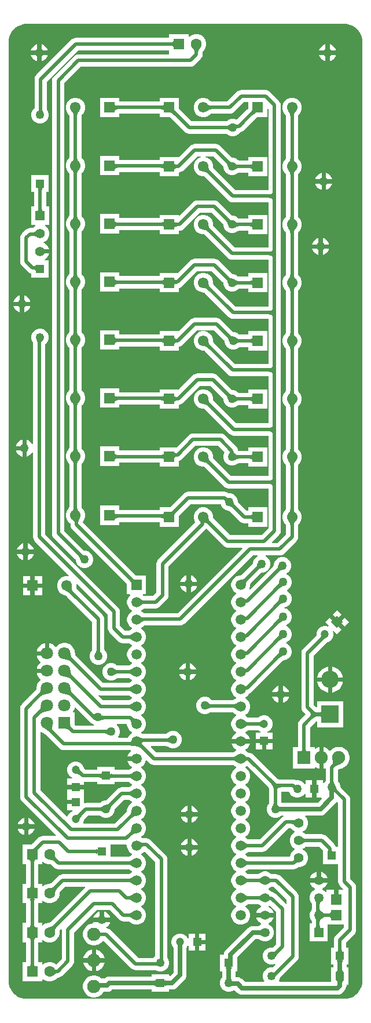
<source format=gbl>
G04*
G04 #@! TF.GenerationSoftware,Altium Limited,Altium Designer,24.7.2 (38)*
G04*
G04 Layer_Physical_Order=2*
G04 Layer_Color=16711680*
%FSLAX25Y25*%
%MOIN*%
G70*
G04*
G04 #@! TF.SameCoordinates,CC8A6A43-B504-4C59-8E3F-8C83A17D3AF1*
G04*
G04*
G04 #@! TF.FilePolarity,Positive*
G04*
G01*
G75*
%ADD20R,0.04724X0.04724*%
%ADD21C,0.04724*%
%ADD22C,0.04921*%
%ADD23R,0.04921X0.04921*%
%ADD24R,0.05315X0.05315*%
%ADD25C,0.05315*%
%ADD26C,0.06102*%
%ADD27R,0.06102X0.06102*%
%ADD29P,0.06681X4X270.0*%
%ADD30C,0.06299*%
%ADD31R,0.06299X0.06299*%
%ADD34R,0.04921X0.04921*%
%ADD41R,0.04724X0.04724*%
%ADD42R,0.05000X0.05000*%
%ADD43C,0.05000*%
%ADD44R,0.05000X0.05000*%
%ADD46C,0.02000*%
%ADD47R,0.05906X0.05906*%
%ADD48C,0.05906*%
%ADD49C,0.07600*%
%ADD50R,0.05512X0.05512*%
%ADD51C,0.05512*%
%ADD52C,0.07087*%
%ADD53R,0.07087X0.07087*%
%ADD54C,0.07520*%
%ADD55R,0.07520X0.07520*%
%ADD56C,0.10000*%
%ADD57R,0.10000X0.10000*%
%ADD58C,0.02500*%
%ADD59R,0.06000X0.06000*%
G36*
X196417Y560116D02*
X198237Y559362D01*
X199875Y558267D01*
X201268Y556875D01*
X202362Y555237D01*
X203116Y553417D01*
X203500Y551485D01*
Y550500D01*
Y10000D01*
Y9015D01*
X203116Y7083D01*
X202362Y5263D01*
X201268Y3625D01*
X199875Y2232D01*
X198237Y1138D01*
X196417Y384D01*
X194485Y0D01*
X9015D01*
X7083Y384D01*
X5263Y1138D01*
X3625Y2232D01*
X2232Y3625D01*
X1138Y5263D01*
X384Y7083D01*
X0Y9015D01*
Y15500D01*
Y550500D01*
Y551485D01*
X384Y553417D01*
X1138Y555237D01*
X2232Y556875D01*
X3625Y558267D01*
X5263Y559362D01*
X7083Y560116D01*
X9015Y560500D01*
X194485D01*
X196417Y560116D01*
D02*
G37*
%LPC*%
G36*
X108744Y554650D02*
X107256D01*
X105819Y554265D01*
X104531Y553521D01*
X104112Y553101D01*
X103649Y553293D01*
Y554650D01*
X92350D01*
Y552530D01*
X38500D01*
X37586Y552410D01*
X36735Y552057D01*
X36004Y551496D01*
X15785Y531278D01*
X15224Y530547D01*
X14872Y529695D01*
X14751Y528782D01*
Y512171D01*
X14734Y512096D01*
X14729Y511936D01*
X14729Y511934D01*
X14711Y511911D01*
X14030Y511231D01*
X13377Y510100D01*
X13039Y508838D01*
Y507532D01*
X13377Y506270D01*
X14030Y505139D01*
X14954Y504215D01*
X16085Y503562D01*
X17347Y503224D01*
X18653D01*
X19915Y503562D01*
X21046Y504215D01*
X21969Y505139D01*
X22623Y506270D01*
X22961Y507532D01*
Y508838D01*
X22623Y510100D01*
X21969Y511231D01*
X21966Y511234D01*
X21955Y511259D01*
X21895Y511339D01*
X21893Y511341D01*
X21890Y511347D01*
X21884Y511362D01*
X21874Y511388D01*
X21863Y511428D01*
X21852Y511485D01*
X21842Y511559D01*
X21834Y511651D01*
X21830Y511827D01*
X21812Y511907D01*
Y527319D01*
X39962Y545470D01*
X92350D01*
Y543351D01*
X91983Y543030D01*
X40000D01*
X39086Y542910D01*
X38235Y542557D01*
X37504Y541996D01*
X25964Y530457D01*
X25403Y529726D01*
X25051Y528874D01*
X24930Y527961D01*
Y267539D01*
X25051Y266626D01*
X25403Y265774D01*
X25964Y265043D01*
X38215Y252793D01*
X38256Y252727D01*
X38371Y252605D01*
X38415Y252551D01*
X38443Y252513D01*
X38451Y252500D01*
X38453Y252439D01*
X38500Y252237D01*
Y251842D01*
X38841Y250570D01*
X39499Y249430D01*
X40430Y248499D01*
X41570Y247841D01*
X42842Y247500D01*
X44158D01*
X45430Y247841D01*
X46570Y248499D01*
X47501Y249430D01*
X48159Y250570D01*
X48500Y251842D01*
Y253158D01*
X48159Y254430D01*
X47501Y255570D01*
X46570Y256501D01*
X45430Y257159D01*
X44158Y257500D01*
X43763D01*
X43560Y257547D01*
X43500Y257549D01*
X43487Y257558D01*
X43449Y257585D01*
X43395Y257629D01*
X43273Y257744D01*
X43207Y257786D01*
X31991Y269002D01*
Y526499D01*
X41462Y535970D01*
X104500D01*
X105414Y536090D01*
X106265Y536443D01*
X106996Y537004D01*
X110496Y540504D01*
X111057Y541235D01*
X111410Y542086D01*
X111530Y543000D01*
Y543949D01*
X111547Y544017D01*
X111554Y544194D01*
X111562Y544257D01*
X111575Y544315D01*
X111594Y544376D01*
X111620Y544441D01*
X111658Y544516D01*
X111711Y544601D01*
X111782Y544699D01*
X111874Y544809D01*
X112045Y544987D01*
X112165Y545176D01*
X112521Y545531D01*
X113265Y546819D01*
X113649Y548256D01*
Y549744D01*
X113265Y551181D01*
X112521Y552469D01*
X111469Y553521D01*
X110181Y554265D01*
X108744Y554650D01*
D02*
G37*
G36*
X184750Y548841D02*
Y545250D01*
X188341D01*
X188159Y545930D01*
X187501Y547070D01*
X186570Y548001D01*
X185430Y548659D01*
X184750Y548841D01*
D02*
G37*
G36*
X182250D02*
X181570Y548659D01*
X180430Y548001D01*
X179499Y547070D01*
X178841Y545930D01*
X178659Y545250D01*
X182250D01*
Y548841D01*
D02*
G37*
G36*
X18750D02*
Y545250D01*
X22341D01*
X22159Y545930D01*
X21501Y547070D01*
X20570Y548001D01*
X19430Y548659D01*
X18750Y548841D01*
D02*
G37*
G36*
X16250D02*
X15570Y548659D01*
X14430Y548001D01*
X13499Y547070D01*
X12841Y545930D01*
X12659Y545250D01*
X16250D01*
Y548841D01*
D02*
G37*
G36*
X188341Y542750D02*
X184750D01*
Y539159D01*
X185430Y539341D01*
X186570Y539999D01*
X187501Y540930D01*
X188159Y542070D01*
X188341Y542750D01*
D02*
G37*
G36*
X182250D02*
X178659D01*
X178841Y542070D01*
X179499Y540930D01*
X180430Y539999D01*
X181570Y539341D01*
X182250Y539159D01*
Y542750D01*
D02*
G37*
G36*
X22341D02*
X18750D01*
Y539159D01*
X19430Y539341D01*
X20570Y539999D01*
X21501Y540930D01*
X22159Y542070D01*
X22341Y542750D01*
D02*
G37*
G36*
X16250D02*
X12659D01*
X12841Y542070D01*
X13499Y540930D01*
X14430Y539999D01*
X15570Y539341D01*
X16250Y539159D01*
Y542750D01*
D02*
G37*
G36*
X133771Y522581D02*
X132858Y522461D01*
X132006Y522109D01*
X131275Y521548D01*
X125758Y516030D01*
X116872D01*
X116803Y516047D01*
X116627Y516054D01*
X116565Y516062D01*
X116509Y516074D01*
X116455Y516090D01*
X116399Y516112D01*
X116336Y516144D01*
X116264Y516187D01*
X116183Y516246D01*
X116089Y516323D01*
X115927Y516478D01*
X115740Y516598D01*
X115395Y516942D01*
X114129Y517673D01*
X112717Y518051D01*
X111256D01*
X109844Y517673D01*
X108578Y516942D01*
X107545Y515909D01*
X106814Y514643D01*
X106435Y513231D01*
Y511769D01*
X106814Y510357D01*
X107545Y509092D01*
X108578Y508058D01*
X109844Y507327D01*
X111256Y506949D01*
X112717D01*
X114129Y507327D01*
X115395Y508058D01*
X115740Y508403D01*
X115927Y508522D01*
X116089Y508677D01*
X116182Y508755D01*
X116264Y508813D01*
X116336Y508856D01*
X116399Y508888D01*
X116455Y508910D01*
X116509Y508926D01*
X116565Y508938D01*
X116627Y508946D01*
X116803Y508953D01*
X116872Y508970D01*
X127220D01*
X128134Y509090D01*
X128985Y509443D01*
X129716Y510004D01*
X135234Y515521D01*
X137843D01*
Y512703D01*
X137837Y512687D01*
X137843Y512541D01*
Y512475D01*
X137806Y512289D01*
X137843Y512103D01*
Y512052D01*
X137445Y511581D01*
X137107Y511231D01*
X137060Y511159D01*
X131330Y505428D01*
X130930Y505659D01*
X129658Y506000D01*
X128342D01*
X127070Y505659D01*
X125930Y505001D01*
X125651Y504722D01*
X125474Y504612D01*
X125430Y504571D01*
X125415Y504567D01*
X125368Y504559D01*
X125299Y504553D01*
X125132Y504548D01*
X125055Y504530D01*
X105264D01*
X98661Y511133D01*
X98623Y511195D01*
X97951Y511918D01*
X97853Y512042D01*
Y512103D01*
X97890Y512289D01*
X97853Y512475D01*
Y512541D01*
X97859Y512687D01*
X97853Y512703D01*
Y518051D01*
X86750D01*
Y516030D01*
X63551D01*
Y518051D01*
X52449D01*
Y506949D01*
X63551D01*
Y508970D01*
X86750D01*
Y506949D01*
X92099D01*
X92115Y506943D01*
X92260Y506949D01*
X92326D01*
X92512Y506912D01*
X92698Y506949D01*
X92750D01*
X93220Y506551D01*
X93570Y506213D01*
X93643Y506166D01*
X101305Y498504D01*
X102036Y497943D01*
X102888Y497590D01*
X103802Y497470D01*
X125055D01*
X125132Y497452D01*
X125299Y497447D01*
X125368Y497441D01*
X125415Y497433D01*
X125430Y497429D01*
X125474Y497388D01*
X125651Y497278D01*
X125930Y496999D01*
X127070Y496341D01*
X128342Y496000D01*
X129658D01*
X130930Y496341D01*
X132070Y496999D01*
X133001Y497930D01*
X133116Y498129D01*
X133381Y498164D01*
X134233Y498517D01*
X134964Y499078D01*
X142026Y506140D01*
X142089Y506179D01*
X142812Y506850D01*
X142936Y506949D01*
X142997D01*
X143183Y506912D01*
X143369Y506949D01*
X143435D01*
X143581Y506943D01*
X143596Y506949D01*
X148945D01*
Y511781D01*
X149445Y512048D01*
X149470Y512031D01*
Y465030D01*
X130532D01*
X117937Y477625D01*
X117900Y477686D01*
X117781Y477815D01*
X117742Y477865D01*
X117711Y477913D01*
X117684Y477962D01*
X117660Y478018D01*
X117638Y478084D01*
X117618Y478165D01*
X117602Y478265D01*
X117591Y478385D01*
X117586Y478610D01*
X117537Y478827D01*
Y479314D01*
X117159Y480726D01*
X116428Y481992D01*
X115395Y483025D01*
X114129Y483756D01*
X113332Y483970D01*
X113398Y484470D01*
X117704D01*
X123298Y478876D01*
X123339Y478810D01*
X123454Y478688D01*
X123498Y478635D01*
X123526Y478596D01*
X123534Y478583D01*
X123536Y478523D01*
X123583Y478320D01*
Y477925D01*
X123924Y476653D01*
X124582Y475513D01*
X125513Y474582D01*
X126653Y473924D01*
X127925Y473583D01*
X129242D01*
X130513Y473924D01*
X131653Y474582D01*
X131933Y474862D01*
X132110Y474971D01*
X132154Y475013D01*
X132168Y475016D01*
X132215Y475024D01*
X132284Y475030D01*
X132451Y475035D01*
X132528Y475053D01*
X137843D01*
Y473032D01*
X148945D01*
Y484134D01*
X137843D01*
Y482114D01*
X132528D01*
X132451Y482131D01*
X132284Y482136D01*
X132215Y482143D01*
X132168Y482150D01*
X132154Y482154D01*
X132110Y482195D01*
X131933Y482305D01*
X131653Y482584D01*
X130513Y483243D01*
X129242Y483583D01*
X128846D01*
X128644Y483631D01*
X128584Y483633D01*
X128570Y483641D01*
X128532Y483668D01*
X128479Y483712D01*
X128357Y483827D01*
X128290Y483869D01*
X121663Y490496D01*
X120932Y491057D01*
X120080Y491410D01*
X119167Y491530D01*
X107000D01*
X106086Y491410D01*
X105235Y491057D01*
X104504Y490496D01*
X98302Y484295D01*
X97852Y484134D01*
Y484134D01*
X97852Y484134D01*
X86750D01*
Y482364D01*
X63551D01*
Y484634D01*
X52449D01*
Y473532D01*
X63551D01*
Y475303D01*
X86750D01*
Y473032D01*
X97852D01*
Y475089D01*
X98497Y475173D01*
X99348Y475526D01*
X100080Y476087D01*
X108462Y484470D01*
X110575D01*
X110641Y483970D01*
X109844Y483756D01*
X108578Y483025D01*
X107544Y481992D01*
X106813Y480726D01*
X106435Y479314D01*
Y477852D01*
X106813Y476441D01*
X107544Y475175D01*
X108578Y474141D01*
X109844Y473410D01*
X111256Y473032D01*
X111743D01*
X111960Y472984D01*
X112184Y472979D01*
X112305Y472968D01*
X112404Y472951D01*
X112486Y472931D01*
X112552Y472909D01*
X112608Y472885D01*
X112657Y472859D01*
X112705Y472827D01*
X112755Y472789D01*
X112884Y472670D01*
X112945Y472633D01*
X126573Y459004D01*
X127304Y458443D01*
X128156Y458090D01*
X129069Y457970D01*
X149470D01*
Y432030D01*
X130115D01*
X117937Y444208D01*
X117900Y444269D01*
X117781Y444398D01*
X117742Y444448D01*
X117711Y444496D01*
X117685Y444545D01*
X117661Y444601D01*
X117638Y444667D01*
X117618Y444749D01*
X117602Y444848D01*
X117591Y444969D01*
X117586Y445193D01*
X117538Y445410D01*
Y445897D01*
X117159Y447309D01*
X116429Y448575D01*
X115395Y449609D01*
X114129Y450339D01*
X112717Y450718D01*
X111256D01*
X109844Y450339D01*
X108578Y449609D01*
X107545Y448575D01*
X106814Y447309D01*
X106435Y445897D01*
Y444436D01*
X106814Y443024D01*
X107545Y441758D01*
X108578Y440724D01*
X109844Y439994D01*
X111256Y439615D01*
X111743D01*
X111960Y439567D01*
X112185Y439562D01*
X112305Y439551D01*
X112405Y439535D01*
X112486Y439515D01*
X112552Y439492D01*
X112608Y439468D01*
X112657Y439442D01*
X112705Y439411D01*
X112755Y439372D01*
X112884Y439253D01*
X112945Y439216D01*
X126157Y426004D01*
X126157Y426004D01*
X126888Y425443D01*
X127739Y425090D01*
X128653Y424970D01*
X149470D01*
Y398030D01*
X130699D01*
X117937Y410791D01*
X117900Y410852D01*
X117781Y410981D01*
X117742Y411031D01*
X117711Y411079D01*
X117685Y411129D01*
X117661Y411185D01*
X117638Y411251D01*
X117618Y411332D01*
X117602Y411431D01*
X117591Y411552D01*
X117586Y411777D01*
X117538Y411993D01*
Y412481D01*
X117159Y413893D01*
X116429Y415158D01*
X115395Y416192D01*
X114129Y416923D01*
X112717Y417301D01*
X111256D01*
X109844Y416923D01*
X108578Y416192D01*
X107545Y415158D01*
X106814Y413893D01*
X106435Y412481D01*
Y411019D01*
X106814Y409607D01*
X107545Y408341D01*
X108578Y407308D01*
X109844Y406577D01*
X111256Y406199D01*
X111743D01*
X111960Y406150D01*
X112185Y406145D01*
X112305Y406135D01*
X112404Y406118D01*
X112486Y406098D01*
X112552Y406076D01*
X112608Y406052D01*
X112657Y406025D01*
X112705Y405994D01*
X112755Y405955D01*
X112884Y405836D01*
X112945Y405799D01*
X126740Y392004D01*
X127471Y391443D01*
X128323Y391090D01*
X129236Y390970D01*
X149470D01*
Y365030D01*
X130282D01*
X117937Y377375D01*
X117900Y377436D01*
X117781Y377565D01*
X117742Y377615D01*
X117711Y377662D01*
X117685Y377712D01*
X117661Y377768D01*
X117638Y377834D01*
X117618Y377915D01*
X117602Y378015D01*
X117591Y378135D01*
X117586Y378360D01*
X117538Y378577D01*
Y379064D01*
X117159Y380476D01*
X116429Y381742D01*
X115395Y382775D01*
X114129Y383506D01*
X112717Y383885D01*
X111256D01*
X109844Y383506D01*
X108578Y382775D01*
X107545Y381742D01*
X106814Y380476D01*
X106435Y379064D01*
Y377602D01*
X106814Y376191D01*
X107545Y374925D01*
X108578Y373891D01*
X109844Y373160D01*
X111256Y372782D01*
X111743D01*
X111960Y372734D01*
X112185Y372729D01*
X112305Y372718D01*
X112404Y372701D01*
X112486Y372681D01*
X112552Y372659D01*
X112608Y372635D01*
X112657Y372609D01*
X112705Y372578D01*
X112755Y372539D01*
X112884Y372420D01*
X112945Y372382D01*
X126323Y359004D01*
X127055Y358443D01*
X127906Y358090D01*
X128820Y357970D01*
X149470D01*
Y330845D01*
X131051D01*
X117937Y343958D01*
X117900Y344019D01*
X117781Y344148D01*
X117742Y344198D01*
X117711Y344246D01*
X117685Y344295D01*
X117661Y344351D01*
X117638Y344418D01*
X117618Y344499D01*
X117602Y344598D01*
X117591Y344719D01*
X117586Y344943D01*
X117538Y345160D01*
Y345648D01*
X117159Y347059D01*
X116429Y348325D01*
X115395Y349359D01*
X114129Y350090D01*
X112717Y350468D01*
X111256D01*
X109844Y350090D01*
X108578Y349359D01*
X107545Y348325D01*
X106814Y347059D01*
X106435Y345648D01*
Y344186D01*
X106814Y342774D01*
X107545Y341508D01*
X108578Y340475D01*
X109844Y339744D01*
X111256Y339366D01*
X111743D01*
X111960Y339317D01*
X112185Y339312D01*
X112305Y339301D01*
X112404Y339285D01*
X112486Y339265D01*
X112552Y339243D01*
X112608Y339219D01*
X112657Y339192D01*
X112705Y339161D01*
X112755Y339122D01*
X112884Y339003D01*
X112945Y338966D01*
X127092Y324818D01*
X127823Y324257D01*
X128675Y323905D01*
X129588Y323784D01*
X149470D01*
Y300530D01*
X127949D01*
X117937Y310542D01*
X117900Y310602D01*
X117781Y310732D01*
X117742Y310781D01*
X117711Y310829D01*
X117685Y310879D01*
X117661Y310935D01*
X117638Y311001D01*
X117618Y311082D01*
X117602Y311181D01*
X117591Y311302D01*
X117586Y311527D01*
X117538Y311744D01*
Y312231D01*
X117159Y313643D01*
X116429Y314909D01*
X115395Y315942D01*
X114129Y316673D01*
X112717Y317051D01*
X111256D01*
X109844Y316673D01*
X108578Y315942D01*
X107545Y314909D01*
X106814Y313643D01*
X106435Y312231D01*
Y310769D01*
X106814Y309357D01*
X107545Y308092D01*
X108578Y307058D01*
X109844Y306327D01*
X111256Y305949D01*
X111743D01*
X111960Y305901D01*
X112185Y305896D01*
X112305Y305885D01*
X112404Y305868D01*
X112486Y305848D01*
X112552Y305826D01*
X112608Y305802D01*
X112657Y305775D01*
X112705Y305744D01*
X112755Y305705D01*
X112884Y305586D01*
X112945Y305549D01*
X123990Y294504D01*
X124721Y293943D01*
X125573Y293590D01*
X126487Y293470D01*
X149470D01*
Y270462D01*
X145538Y266530D01*
X127449D01*
X117937Y276042D01*
X117900Y276102D01*
X117781Y276231D01*
X117742Y276281D01*
X117711Y276329D01*
X117684Y276379D01*
X117660Y276434D01*
X117638Y276501D01*
X117618Y276582D01*
X117602Y276681D01*
X117591Y276802D01*
X117586Y277027D01*
X117537Y277243D01*
Y277731D01*
X117159Y279143D01*
X116428Y280408D01*
X115395Y281442D01*
X114129Y282173D01*
X112717Y282551D01*
X111256D01*
X109844Y282173D01*
X108578Y281442D01*
X107544Y280408D01*
X106813Y279143D01*
X106435Y277731D01*
Y276269D01*
X106813Y274857D01*
X107381Y273874D01*
X86004Y252496D01*
X85443Y251765D01*
X85090Y250914D01*
X84970Y250000D01*
Y233462D01*
X83038Y231530D01*
X78219D01*
X78149Y231547D01*
X77975Y231554D01*
X77912Y231561D01*
X77859Y231572D01*
X77811Y231586D01*
X77763Y231605D01*
X77713Y231629D01*
X77655Y231663D01*
X77590Y231710D01*
X77514Y231772D01*
X77367Y231912D01*
X77181Y232030D01*
X77164Y232047D01*
X77371Y232547D01*
X78953D01*
Y243453D01*
X73513D01*
X73388Y243478D01*
X73262Y243453D01*
X73149D01*
X72682Y243849D01*
X72330Y244188D01*
X72257Y244235D01*
X42580Y273912D01*
X42587Y273951D01*
X42614Y274071D01*
X42652Y274200D01*
X42700Y274338D01*
X42750Y274456D01*
X42946Y274839D01*
X43067Y275038D01*
X43156Y275284D01*
X43488Y275857D01*
X43866Y277269D01*
Y278731D01*
X43488Y280143D01*
X42757Y281409D01*
X42412Y281753D01*
X42293Y281941D01*
X42138Y282103D01*
X42060Y282196D01*
X42002Y282278D01*
X41958Y282349D01*
X41927Y282412D01*
X41905Y282469D01*
X41888Y282522D01*
X41877Y282578D01*
X41869Y282641D01*
X41862Y282816D01*
X41845Y282886D01*
Y307115D01*
X41862Y307184D01*
X41869Y307359D01*
X41877Y307422D01*
X41888Y307478D01*
X41905Y307532D01*
X41927Y307588D01*
X41958Y307651D01*
X42002Y307722D01*
X42060Y307804D01*
X42138Y307897D01*
X42293Y308060D01*
X42412Y308247D01*
X42757Y308592D01*
X43488Y309857D01*
X43866Y311269D01*
Y312731D01*
X43488Y314143D01*
X42757Y315409D01*
X42412Y315753D01*
X42293Y315940D01*
X42138Y316103D01*
X42061Y316196D01*
X42002Y316278D01*
X41958Y316349D01*
X41927Y316412D01*
X41905Y316468D01*
X41888Y316522D01*
X41877Y316578D01*
X41869Y316641D01*
X41862Y316816D01*
X41845Y316885D01*
Y340531D01*
X41862Y340600D01*
X41869Y340776D01*
X41877Y340839D01*
X41888Y340895D01*
X41905Y340948D01*
X41927Y341005D01*
X41958Y341067D01*
X42002Y341139D01*
X42060Y341221D01*
X42138Y341314D01*
X42293Y341476D01*
X42412Y341664D01*
X42757Y342008D01*
X43488Y343274D01*
X43866Y344686D01*
Y346147D01*
X43488Y347559D01*
X42757Y348825D01*
X42412Y349170D01*
X42293Y349357D01*
X42138Y349520D01*
X42060Y349613D01*
X42002Y349695D01*
X41958Y349766D01*
X41927Y349829D01*
X41905Y349885D01*
X41888Y349939D01*
X41877Y349995D01*
X41869Y350058D01*
X41862Y350233D01*
X41845Y350302D01*
Y373948D01*
X41862Y374017D01*
X41869Y374193D01*
X41877Y374255D01*
X41888Y374311D01*
X41905Y374365D01*
X41927Y374421D01*
X41958Y374484D01*
X42002Y374555D01*
X42060Y374638D01*
X42138Y374730D01*
X42293Y374893D01*
X42412Y375080D01*
X42757Y375425D01*
X43488Y376691D01*
X43866Y378102D01*
Y379564D01*
X43488Y380976D01*
X42757Y382242D01*
X42412Y382586D01*
X42293Y382773D01*
X42138Y382936D01*
X42061Y383029D01*
X42002Y383111D01*
X41958Y383183D01*
X41927Y383245D01*
X41905Y383301D01*
X41888Y383355D01*
X41877Y383411D01*
X41869Y383474D01*
X41862Y383649D01*
X41845Y383719D01*
Y407365D01*
X41862Y407434D01*
X41869Y407609D01*
X41877Y407672D01*
X41888Y407728D01*
X41905Y407782D01*
X41927Y407838D01*
X41958Y407901D01*
X42002Y407972D01*
X42060Y408054D01*
X42138Y408147D01*
X42293Y408310D01*
X42412Y408497D01*
X42757Y408842D01*
X43488Y410107D01*
X43866Y411519D01*
Y412981D01*
X43488Y414393D01*
X42757Y415659D01*
X42412Y416003D01*
X42293Y416190D01*
X42138Y416353D01*
X42061Y416446D01*
X42002Y416528D01*
X41958Y416599D01*
X41927Y416662D01*
X41905Y416718D01*
X41888Y416772D01*
X41877Y416828D01*
X41869Y416891D01*
X41862Y417066D01*
X41845Y417135D01*
Y440781D01*
X41862Y440850D01*
X41869Y441026D01*
X41877Y441088D01*
X41888Y441145D01*
X41905Y441198D01*
X41927Y441255D01*
X41958Y441317D01*
X42002Y441389D01*
X42060Y441471D01*
X42138Y441564D01*
X42293Y441726D01*
X42412Y441914D01*
X42757Y442258D01*
X43488Y443524D01*
X43866Y444936D01*
Y446397D01*
X43488Y447809D01*
X42757Y449075D01*
X42412Y449420D01*
X42293Y449607D01*
X42138Y449770D01*
X42060Y449863D01*
X42002Y449945D01*
X41958Y450016D01*
X41927Y450079D01*
X41905Y450135D01*
X41888Y450189D01*
X41877Y450245D01*
X41869Y450308D01*
X41862Y450483D01*
X41845Y450552D01*
Y474198D01*
X41862Y474267D01*
X41869Y474443D01*
X41877Y474505D01*
X41888Y474561D01*
X41905Y474615D01*
X41927Y474671D01*
X41958Y474734D01*
X42002Y474805D01*
X42060Y474888D01*
X42138Y474980D01*
X42293Y475143D01*
X42412Y475330D01*
X42757Y475675D01*
X43488Y476941D01*
X43866Y478352D01*
Y479814D01*
X43488Y481226D01*
X42757Y482492D01*
X42412Y482836D01*
X42293Y483023D01*
X42138Y483186D01*
X42061Y483279D01*
X42002Y483361D01*
X41958Y483432D01*
X41927Y483495D01*
X41905Y483552D01*
X41888Y483605D01*
X41877Y483661D01*
X41869Y483724D01*
X41862Y483899D01*
X41845Y483969D01*
Y507615D01*
X41862Y507684D01*
X41869Y507859D01*
X41877Y507922D01*
X41888Y507978D01*
X41905Y508032D01*
X41927Y508088D01*
X41958Y508151D01*
X42002Y508222D01*
X42060Y508304D01*
X42138Y508397D01*
X42293Y508560D01*
X42412Y508747D01*
X42757Y509092D01*
X43488Y510357D01*
X43866Y511769D01*
Y513231D01*
X43488Y514643D01*
X42757Y515909D01*
X41723Y516942D01*
X40457Y517673D01*
X39046Y518051D01*
X37584D01*
X36172Y517673D01*
X34906Y516942D01*
X33873Y515909D01*
X33142Y514643D01*
X32763Y513231D01*
Y511769D01*
X33142Y510357D01*
X33873Y509092D01*
X34218Y508747D01*
X34337Y508560D01*
X34492Y508397D01*
X34569Y508304D01*
X34628Y508222D01*
X34671Y508150D01*
X34703Y508088D01*
X34725Y508032D01*
X34741Y507978D01*
X34753Y507922D01*
X34761Y507859D01*
X34768Y507684D01*
X34785Y507615D01*
Y483969D01*
X34768Y483900D01*
X34761Y483724D01*
X34753Y483662D01*
X34741Y483606D01*
X34725Y483552D01*
X34703Y483495D01*
X34671Y483433D01*
X34628Y483361D01*
X34569Y483280D01*
X34492Y483186D01*
X34337Y483024D01*
X34218Y482837D01*
X33873Y482492D01*
X33142Y481226D01*
X32763Y479814D01*
Y478352D01*
X33142Y476941D01*
X33873Y475675D01*
X34218Y475330D01*
X34337Y475143D01*
X34492Y474980D01*
X34569Y474887D01*
X34628Y474805D01*
X34671Y474734D01*
X34703Y474671D01*
X34725Y474615D01*
X34741Y474561D01*
X34753Y474505D01*
X34761Y474442D01*
X34768Y474267D01*
X34785Y474198D01*
Y450552D01*
X34768Y450483D01*
X34761Y450308D01*
X34753Y450245D01*
X34741Y450189D01*
X34725Y450135D01*
X34703Y450079D01*
X34671Y450016D01*
X34628Y449945D01*
X34569Y449863D01*
X34492Y449770D01*
X34337Y449607D01*
X34218Y449420D01*
X33873Y449075D01*
X33142Y447809D01*
X32764Y446397D01*
Y444936D01*
X33142Y443524D01*
X33873Y442258D01*
X34218Y441914D01*
X34337Y441726D01*
X34492Y441564D01*
X34569Y441471D01*
X34628Y441389D01*
X34671Y441317D01*
X34703Y441255D01*
X34725Y441198D01*
X34741Y441145D01*
X34753Y441088D01*
X34761Y441026D01*
X34768Y440850D01*
X34785Y440781D01*
Y417136D01*
X34768Y417066D01*
X34761Y416891D01*
X34753Y416828D01*
X34741Y416772D01*
X34725Y416719D01*
X34703Y416662D01*
X34671Y416600D01*
X34628Y416528D01*
X34569Y416446D01*
X34492Y416353D01*
X34337Y416191D01*
X34218Y416003D01*
X33873Y415659D01*
X33142Y414393D01*
X32763Y412981D01*
Y411519D01*
X33142Y410107D01*
X33873Y408842D01*
X34218Y408497D01*
X34337Y408310D01*
X34492Y408147D01*
X34569Y408054D01*
X34628Y407972D01*
X34671Y407900D01*
X34703Y407838D01*
X34725Y407782D01*
X34741Y407728D01*
X34753Y407672D01*
X34761Y407609D01*
X34768Y407434D01*
X34785Y407365D01*
Y383719D01*
X34768Y383650D01*
X34761Y383474D01*
X34753Y383412D01*
X34741Y383356D01*
X34725Y383302D01*
X34703Y383245D01*
X34671Y383183D01*
X34628Y383112D01*
X34569Y383030D01*
X34492Y382936D01*
X34337Y382774D01*
X34218Y382587D01*
X33873Y382242D01*
X33142Y380976D01*
X32763Y379564D01*
Y378102D01*
X33142Y376691D01*
X33873Y375425D01*
X34218Y375080D01*
X34337Y374893D01*
X34492Y374730D01*
X34569Y374637D01*
X34628Y374555D01*
X34671Y374484D01*
X34703Y374421D01*
X34725Y374365D01*
X34741Y374311D01*
X34753Y374255D01*
X34761Y374192D01*
X34768Y374017D01*
X34785Y373948D01*
Y350302D01*
X34768Y350233D01*
X34761Y350058D01*
X34753Y349995D01*
X34741Y349939D01*
X34725Y349885D01*
X34703Y349829D01*
X34671Y349766D01*
X34628Y349695D01*
X34569Y349613D01*
X34492Y349520D01*
X34337Y349357D01*
X34218Y349170D01*
X33873Y348825D01*
X33142Y347559D01*
X32764Y346147D01*
Y344686D01*
X33142Y343274D01*
X33873Y342008D01*
X34218Y341664D01*
X34337Y341476D01*
X34492Y341314D01*
X34569Y341221D01*
X34628Y341139D01*
X34671Y341067D01*
X34703Y341005D01*
X34725Y340948D01*
X34741Y340895D01*
X34753Y340839D01*
X34761Y340776D01*
X34768Y340600D01*
X34785Y340531D01*
Y316886D01*
X34768Y316816D01*
X34761Y316641D01*
X34753Y316578D01*
X34741Y316522D01*
X34725Y316469D01*
X34703Y316412D01*
X34671Y316350D01*
X34628Y316278D01*
X34569Y316196D01*
X34492Y316103D01*
X34337Y315941D01*
X34218Y315753D01*
X33873Y315409D01*
X33142Y314143D01*
X32763Y312731D01*
Y311269D01*
X33142Y309857D01*
X33873Y308592D01*
X34218Y308247D01*
X34337Y308060D01*
X34492Y307897D01*
X34569Y307804D01*
X34628Y307722D01*
X34671Y307650D01*
X34703Y307588D01*
X34725Y307532D01*
X34741Y307478D01*
X34753Y307422D01*
X34761Y307359D01*
X34768Y307184D01*
X34785Y307115D01*
Y282886D01*
X34768Y282816D01*
X34761Y282641D01*
X34753Y282578D01*
X34741Y282522D01*
X34725Y282469D01*
X34703Y282412D01*
X34671Y282349D01*
X34628Y282278D01*
X34569Y282196D01*
X34492Y282103D01*
X34337Y281941D01*
X34218Y281753D01*
X33873Y281409D01*
X33142Y280143D01*
X32764Y278731D01*
Y277269D01*
X33142Y275857D01*
X33873Y274592D01*
X34906Y273558D01*
X35192Y273393D01*
X35307Y273278D01*
X35451Y273182D01*
X35458Y273022D01*
X35474Y272955D01*
Y272496D01*
X35594Y271582D01*
X35947Y270731D01*
X36508Y270000D01*
X67239Y239268D01*
X67278Y239206D01*
X67952Y238480D01*
X68047Y238362D01*
Y238238D01*
X68022Y238112D01*
X68047Y237987D01*
Y232547D01*
X69629D01*
X69836Y232047D01*
X69137Y231348D01*
X68419Y230105D01*
X68047Y228718D01*
Y227282D01*
X68419Y225895D01*
X69137Y224652D01*
X70152Y223637D01*
X70822Y223250D01*
Y222750D01*
X70152Y222363D01*
X69137Y221348D01*
X68419Y220105D01*
X68047Y218718D01*
Y217282D01*
X68419Y215895D01*
X69137Y214652D01*
X70152Y213637D01*
X70822Y213250D01*
Y212750D01*
X70152Y212363D01*
X69818Y212030D01*
X69632Y211912D01*
X69485Y211772D01*
X69410Y211710D01*
X69344Y211663D01*
X69287Y211629D01*
X69237Y211605D01*
X69189Y211586D01*
X69141Y211572D01*
X69088Y211561D01*
X69025Y211554D01*
X68851Y211547D01*
X68781Y211530D01*
X66962D01*
X64030Y214462D01*
Y222500D01*
X63910Y223414D01*
X63557Y224265D01*
X62996Y224996D01*
X21030Y266962D01*
Y376270D01*
X21047Y376344D01*
X21048Y376347D01*
X21969Y377269D01*
X22623Y378400D01*
X22961Y379662D01*
Y380968D01*
X22623Y382230D01*
X21969Y383361D01*
X21046Y384284D01*
X19915Y384938D01*
X18653Y385276D01*
X17347D01*
X16085Y384938D01*
X14954Y384284D01*
X14030Y383361D01*
X13377Y382230D01*
X13039Y380968D01*
Y379662D01*
X13377Y378400D01*
X13700Y377841D01*
X13790Y377600D01*
X13847Y377510D01*
X13857Y377490D01*
X13870Y377462D01*
X13884Y377423D01*
X13899Y377372D01*
X13914Y377307D01*
X13923Y377258D01*
X13948Y376985D01*
X13952Y376831D01*
X13970Y376750D01*
Y318892D01*
X13470Y318758D01*
X13001Y319570D01*
X12070Y320501D01*
X10930Y321159D01*
X10250Y321341D01*
Y316500D01*
Y311659D01*
X10930Y311841D01*
X12070Y312499D01*
X13001Y313430D01*
X13470Y314242D01*
X13970Y314108D01*
Y265500D01*
X14090Y264586D01*
X14443Y263735D01*
X15004Y263004D01*
X34596Y243411D01*
X34346Y242978D01*
X34073Y243051D01*
X32612D01*
X31200Y242673D01*
X29934Y241942D01*
X28901Y240909D01*
X28170Y239643D01*
X27791Y238231D01*
Y236769D01*
X28170Y235357D01*
X28901Y234092D01*
X29934Y233058D01*
X31200Y232327D01*
X31635Y232211D01*
X31827Y232110D01*
X32074Y232036D01*
X32250Y231973D01*
X32423Y231900D01*
X32563Y231831D01*
X32963Y231593D01*
X33081Y231510D01*
X33475Y231184D01*
X33669Y230998D01*
X33739Y230954D01*
X47970Y216723D01*
Y200945D01*
X47952Y200868D01*
X47947Y200701D01*
X47941Y200632D01*
X47933Y200585D01*
X47929Y200570D01*
X47888Y200526D01*
X47778Y200350D01*
X47499Y200070D01*
X46841Y198930D01*
X46500Y197658D01*
Y196342D01*
X46841Y195070D01*
X47499Y193930D01*
X48430Y192999D01*
X49570Y192341D01*
X50842Y192000D01*
X52158D01*
X53430Y192341D01*
X54570Y192999D01*
X55501Y193930D01*
X56159Y195070D01*
X56500Y196342D01*
Y197658D01*
X56159Y198930D01*
X55501Y200070D01*
X55221Y200350D01*
X55112Y200526D01*
X55071Y200570D01*
X55067Y200585D01*
X55059Y200632D01*
X55053Y200701D01*
X55048Y200868D01*
X55030Y200945D01*
Y218185D01*
X54910Y219099D01*
X54557Y219950D01*
X53996Y220682D01*
X38846Y235831D01*
X38815Y235884D01*
X38806Y235891D01*
X38800Y235901D01*
X38732Y235975D01*
X38752Y236056D01*
X38760Y236272D01*
X38894Y236769D01*
Y238231D01*
X38820Y238504D01*
X39254Y238754D01*
X56970Y221038D01*
Y213000D01*
X57090Y212086D01*
X57443Y211235D01*
X58004Y210504D01*
X63004Y205504D01*
X63735Y204943D01*
X64586Y204590D01*
X65500Y204470D01*
X68781D01*
X68851Y204453D01*
X69025Y204446D01*
X69088Y204439D01*
X69141Y204428D01*
X69189Y204414D01*
X69237Y204395D01*
X69287Y204371D01*
X69344Y204337D01*
X69410Y204291D01*
X69485Y204228D01*
X69632Y204088D01*
X69818Y203970D01*
X70152Y203637D01*
X70822Y203250D01*
Y202750D01*
X70152Y202363D01*
X69137Y201348D01*
X68419Y200105D01*
X68047Y198718D01*
Y197282D01*
X68419Y195895D01*
X69137Y194652D01*
X70152Y193637D01*
X70822Y193250D01*
Y192750D01*
X70152Y192363D01*
X69818Y192030D01*
X69632Y191912D01*
X69485Y191772D01*
X69410Y191710D01*
X69344Y191663D01*
X69287Y191629D01*
X69237Y191605D01*
X69189Y191586D01*
X69141Y191572D01*
X69088Y191561D01*
X69025Y191554D01*
X68851Y191547D01*
X68781Y191530D01*
X62945D01*
X62868Y191548D01*
X62701Y191553D01*
X62632Y191559D01*
X62585Y191567D01*
X62570Y191571D01*
X62526Y191612D01*
X62349Y191722D01*
X62070Y192001D01*
X60930Y192659D01*
X59658Y193000D01*
X58342D01*
X57070Y192659D01*
X55930Y192001D01*
X54999Y191070D01*
X54341Y189930D01*
X54000Y188658D01*
Y187342D01*
X54341Y186070D01*
X54999Y184930D01*
X55930Y183999D01*
X57070Y183341D01*
X58342Y183000D01*
X59658D01*
X60930Y183341D01*
X62070Y183999D01*
X62349Y184279D01*
X62526Y184388D01*
X62570Y184429D01*
X62585Y184433D01*
X62632Y184441D01*
X62701Y184447D01*
X62868Y184452D01*
X62945Y184470D01*
X68781D01*
X68851Y184453D01*
X69025Y184446D01*
X69088Y184439D01*
X69141Y184428D01*
X69189Y184414D01*
X69237Y184395D01*
X69287Y184371D01*
X69344Y184337D01*
X69410Y184291D01*
X69485Y184228D01*
X69632Y184088D01*
X69818Y183970D01*
X70152Y183637D01*
X70822Y183250D01*
Y182750D01*
X70152Y182363D01*
X69818Y182030D01*
X69632Y181912D01*
X69485Y181772D01*
X69410Y181710D01*
X69344Y181663D01*
X69287Y181629D01*
X69237Y181605D01*
X69189Y181586D01*
X69141Y181572D01*
X69088Y181561D01*
X69025Y181554D01*
X68851Y181547D01*
X68781Y181530D01*
X54277D01*
X38638Y197169D01*
X38604Y197226D01*
X38478Y197364D01*
X38432Y197425D01*
X38383Y197503D01*
X38332Y197603D01*
X38280Y197729D01*
X38228Y197884D01*
X38181Y198070D01*
X38139Y198289D01*
X38106Y198539D01*
X38080Y198884D01*
X38043Y199014D01*
Y199095D01*
X37811Y200263D01*
X37356Y201363D01*
X36694Y202352D01*
X35852Y203194D01*
X34863Y203855D01*
X33763Y204311D01*
X32595Y204543D01*
X31405D01*
X30237Y204311D01*
X29137Y203855D01*
X28148Y203194D01*
X27306Y202352D01*
X27250Y202269D01*
X26750D01*
X26694Y202352D01*
X25852Y203194D01*
X24863Y203855D01*
X23763Y204311D01*
X23250Y204413D01*
Y198500D01*
X22000D01*
Y197250D01*
X16087D01*
X16189Y196737D01*
X16645Y195637D01*
X17306Y194648D01*
X18148Y193806D01*
X18231Y193750D01*
Y193250D01*
X18148Y193194D01*
X17306Y192352D01*
X16645Y191363D01*
X16189Y190263D01*
X16087Y189750D01*
X22000D01*
Y187250D01*
X16087D01*
X16189Y186737D01*
X16645Y185637D01*
X17306Y184648D01*
X18148Y183806D01*
X18231Y183750D01*
Y183250D01*
X18148Y183194D01*
X17306Y182352D01*
X16645Y181363D01*
X16189Y180263D01*
X15957Y179095D01*
Y179014D01*
X15920Y178884D01*
X15894Y178540D01*
X15861Y178288D01*
X15819Y178070D01*
X15772Y177884D01*
X15720Y177729D01*
X15668Y177603D01*
X15617Y177503D01*
X15568Y177425D01*
X15522Y177364D01*
X15396Y177226D01*
X15362Y177169D01*
X7504Y169310D01*
X6943Y168579D01*
X6590Y167728D01*
X6470Y166814D01*
Y116064D01*
X6590Y115150D01*
X6943Y114299D01*
X7504Y113567D01*
X27079Y93992D01*
X26888Y93530D01*
X19500D01*
X18586Y93410D01*
X17735Y93057D01*
X17004Y92496D01*
X14642Y90135D01*
X14568Y90087D01*
X14115Y89646D01*
X13330Y88959D01*
X13067Y88760D01*
X12930Y88670D01*
X12792Y88650D01*
X12642D01*
X12531Y88659D01*
X12500Y88650D01*
X7850D01*
Y77350D01*
X9970D01*
Y66150D01*
X7850D01*
Y54851D01*
X9970D01*
Y43650D01*
X7850D01*
Y32351D01*
X9970D01*
Y21150D01*
X7850D01*
Y9850D01*
X19150D01*
Y11207D01*
X19612Y11399D01*
X20031Y10979D01*
X21319Y10236D01*
X22756Y9850D01*
X24244D01*
X25681Y10236D01*
X26969Y10979D01*
X28021Y12031D01*
X28030Y12047D01*
X28162Y12050D01*
X28444Y12114D01*
X29012Y12189D01*
X29864Y12541D01*
X30595Y13102D01*
X36496Y19004D01*
X37057Y19735D01*
X37410Y20586D01*
X37530Y21500D01*
Y38038D01*
X50462Y50970D01*
X58038D01*
X63504Y45504D01*
X64235Y44943D01*
X65086Y44590D01*
X66000Y44470D01*
X68781D01*
X68851Y44453D01*
X69025Y44446D01*
X69088Y44439D01*
X69141Y44428D01*
X69189Y44414D01*
X69237Y44395D01*
X69287Y44371D01*
X69344Y44337D01*
X69410Y44291D01*
X69485Y44228D01*
X69632Y44088D01*
X69818Y43970D01*
X70152Y43637D01*
X71395Y42919D01*
X72782Y42547D01*
X74218D01*
X75605Y42919D01*
X76848Y43637D01*
X77863Y44652D01*
X78581Y45895D01*
X78953Y47282D01*
Y48718D01*
X78581Y50105D01*
X77863Y51348D01*
X76848Y52363D01*
X76178Y52750D01*
Y53250D01*
X76848Y53637D01*
X77863Y54652D01*
X78581Y55895D01*
X78953Y57282D01*
Y58718D01*
X78581Y60105D01*
X77863Y61348D01*
X76848Y62363D01*
X76178Y62750D01*
Y63250D01*
X76848Y63637D01*
X77863Y64652D01*
X78581Y65895D01*
X78953Y67282D01*
Y68718D01*
X78581Y70105D01*
X77863Y71348D01*
X76848Y72363D01*
X76178Y72750D01*
Y73250D01*
X76848Y73637D01*
X77863Y74652D01*
X78581Y75895D01*
X78953Y77282D01*
Y78718D01*
X78581Y80105D01*
X77863Y81348D01*
X76848Y82363D01*
X76178Y82750D01*
Y83250D01*
X76848Y83637D01*
X77863Y84652D01*
X78409Y84598D01*
X84234Y78773D01*
Y24435D01*
X83345Y23546D01*
X83302Y23471D01*
X74521D01*
X58496Y39496D01*
X57765Y40057D01*
X56914Y40410D01*
X56109Y40516D01*
X56000Y40804D01*
X56000Y41030D01*
X56546Y41345D01*
X57469Y42269D01*
X58122Y43400D01*
X58301Y44065D01*
X53500D01*
X48699D01*
X48770Y43800D01*
X48386Y43300D01*
X48379D01*
X47162Y43058D01*
X46016Y42583D01*
X44984Y41894D01*
X44107Y41016D01*
X43417Y39984D01*
X42942Y38838D01*
X42700Y37620D01*
Y36380D01*
X42942Y35162D01*
X43417Y34016D01*
X44107Y32984D01*
X44984Y32107D01*
X46016Y31417D01*
X47162Y30942D01*
X48379Y30700D01*
X49621D01*
X50838Y30942D01*
X51984Y31417D01*
X53016Y32107D01*
X53894Y32984D01*
X54107Y33303D01*
X54664Y33343D01*
X70563Y17445D01*
X71294Y16884D01*
X72145Y16531D01*
X73059Y16411D01*
X73059Y16411D01*
X84476D01*
X85400Y15878D01*
X86662Y15539D01*
X87968D01*
X89230Y15878D01*
X90361Y16531D01*
X91284Y17454D01*
X91938Y18585D01*
X92276Y19847D01*
Y21153D01*
X91938Y22415D01*
X91295Y23528D01*
Y80235D01*
X91175Y81149D01*
X90822Y82000D01*
X90261Y82731D01*
X81845Y91148D01*
X81113Y91709D01*
X80262Y92062D01*
X79348Y92182D01*
X77874D01*
X77799Y92199D01*
X77612Y92205D01*
X77505Y92215D01*
X77397Y92232D01*
X77285Y92257D01*
X77168Y92290D01*
X77045Y92333D01*
X76947Y92374D01*
X76606Y92548D01*
X76431Y92656D01*
X76259Y92719D01*
X76178Y92966D01*
Y93250D01*
X76848Y93637D01*
X77863Y94652D01*
X78581Y95895D01*
X78953Y97282D01*
Y98718D01*
X78581Y100105D01*
X77863Y101348D01*
X76848Y102363D01*
X76178Y102750D01*
Y103250D01*
X76848Y103637D01*
X77863Y104652D01*
X78581Y105895D01*
X78953Y107282D01*
Y108718D01*
X78581Y110105D01*
X77863Y111348D01*
X76848Y112363D01*
X76178Y112750D01*
Y113250D01*
X76848Y113637D01*
X77863Y114652D01*
X78581Y115895D01*
X78953Y117282D01*
Y118718D01*
X78581Y120105D01*
X77863Y121348D01*
X76848Y122363D01*
X76178Y122750D01*
Y123250D01*
X76848Y123637D01*
X77863Y124652D01*
X78581Y125895D01*
X78953Y127282D01*
Y128718D01*
X78581Y130105D01*
X77863Y131348D01*
X76848Y132363D01*
X76178Y132750D01*
Y133250D01*
X76848Y133637D01*
X77863Y134652D01*
X78581Y135895D01*
X78861Y136940D01*
X79418Y137089D01*
X81004Y135504D01*
X81735Y134943D01*
X82586Y134590D01*
X83500Y134470D01*
X83500Y134470D01*
X128781D01*
X128851Y134453D01*
X129025Y134446D01*
X129088Y134439D01*
X129141Y134428D01*
X129189Y134414D01*
X129237Y134395D01*
X129287Y134371D01*
X129344Y134337D01*
X129410Y134291D01*
X129485Y134228D01*
X129632Y134088D01*
X129818Y133970D01*
X130152Y133637D01*
X130822Y133250D01*
Y132750D01*
X130152Y132363D01*
X129137Y131348D01*
X128419Y130105D01*
X128047Y128718D01*
Y127282D01*
X128419Y125895D01*
X129137Y124652D01*
X130152Y123637D01*
X130822Y123250D01*
Y122750D01*
X130152Y122363D01*
X129137Y121348D01*
X128419Y120105D01*
X128047Y118718D01*
Y117282D01*
X128419Y115895D01*
X129137Y114652D01*
X130152Y113637D01*
X130822Y113250D01*
Y112750D01*
X130152Y112363D01*
X129137Y111348D01*
X128419Y110105D01*
X128047Y108718D01*
Y107282D01*
X128419Y105895D01*
X129137Y104652D01*
X130152Y103637D01*
X130822Y103250D01*
Y102750D01*
X130152Y102363D01*
X129137Y101348D01*
X128419Y100105D01*
X128047Y98718D01*
Y97282D01*
X128419Y95895D01*
X129137Y94652D01*
X130152Y93637D01*
X130822Y93250D01*
Y92750D01*
X130152Y92363D01*
X129137Y91348D01*
X128419Y90105D01*
X128047Y88718D01*
Y87282D01*
X128419Y85895D01*
X129137Y84652D01*
X130152Y83637D01*
X130822Y83250D01*
Y82750D01*
X130152Y82363D01*
X129137Y81348D01*
X128419Y80105D01*
X128047Y78718D01*
Y77282D01*
X128419Y75895D01*
X129137Y74652D01*
X130152Y73637D01*
X130822Y73250D01*
Y72750D01*
X130152Y72363D01*
X129137Y71348D01*
X128419Y70105D01*
X128047Y68718D01*
Y67282D01*
X128419Y65895D01*
X129137Y64652D01*
X130152Y63637D01*
X130822Y63250D01*
Y62750D01*
X130152Y62363D01*
X129137Y61348D01*
X128419Y60105D01*
X128047Y58718D01*
Y57282D01*
X128419Y55895D01*
X129137Y54652D01*
X130152Y53637D01*
X130822Y53250D01*
Y52750D01*
X130152Y52363D01*
X129137Y51348D01*
X128419Y50105D01*
X128047Y48718D01*
Y47282D01*
X128419Y45895D01*
X129137Y44652D01*
X130152Y43637D01*
X131395Y42919D01*
X132782Y42547D01*
X134218D01*
X135605Y42919D01*
X136848Y43637D01*
X137863Y44652D01*
X138581Y45895D01*
X138953Y47282D01*
Y48718D01*
X138581Y50105D01*
X137863Y51348D01*
X136848Y52363D01*
X136178Y52750D01*
Y53250D01*
X136848Y53637D01*
X137181Y53970D01*
X137367Y54088D01*
X137514Y54228D01*
X137590Y54290D01*
X137655Y54337D01*
X137713Y54371D01*
X137763Y54396D01*
X137811Y54414D01*
X137858Y54428D01*
X137912Y54439D01*
X137975Y54446D01*
X138148Y54453D01*
X138219Y54470D01*
X143284D01*
X143359Y54453D01*
X143528Y54447D01*
X143593Y54440D01*
X143641Y54431D01*
X143674Y54423D01*
X143696Y54415D01*
X143711Y54409D01*
X143723Y54402D01*
X143737Y54392D01*
X143756Y54378D01*
X143853Y54285D01*
X144034Y54172D01*
X144333Y53873D01*
X145365Y53277D01*
X145399Y53165D01*
Y52835D01*
X145365Y52723D01*
X144333Y52127D01*
X143373Y51167D01*
X142694Y49991D01*
X142496Y49250D01*
X147500D01*
X152505D01*
X152306Y49991D01*
X151627Y51167D01*
X150667Y52127D01*
X149635Y52723D01*
X149601Y52835D01*
Y53165D01*
X149635Y53277D01*
X150329Y53678D01*
X153970Y50038D01*
Y31357D01*
X152083Y29470D01*
X152038Y29442D01*
X151968Y29461D01*
X150662D01*
X149400Y29123D01*
X148269Y28470D01*
X147345Y27546D01*
X146692Y26415D01*
X146354Y25153D01*
Y23847D01*
X146692Y22585D01*
X147345Y21454D01*
X148269Y20531D01*
X149400Y19877D01*
X150662Y19539D01*
X151968D01*
X153230Y19877D01*
X153357Y19951D01*
X153664Y19551D01*
X152051Y17938D01*
X151968Y17961D01*
X150662D01*
X149400Y17623D01*
X148269Y16970D01*
X147345Y16046D01*
X146692Y14915D01*
X146354Y13653D01*
Y12347D01*
X146692Y11085D01*
X147156Y10282D01*
X146867Y9782D01*
X135921D01*
X134492Y11211D01*
X133709Y11812D01*
X132797Y12190D01*
X131817Y12319D01*
X130498D01*
X130487Y12453D01*
X130484Y12641D01*
X130467Y12716D01*
Y15417D01*
X130483Y15487D01*
X130485Y15539D01*
X131646D01*
Y17865D01*
X131683Y18051D01*
X131655Y18189D01*
X131667Y18330D01*
X131646Y18398D01*
Y22556D01*
X131657Y22588D01*
X131647Y22774D01*
X131683Y22957D01*
X131646Y23140D01*
Y23797D01*
X142067Y34218D01*
X143433D01*
X143505Y34202D01*
X143725Y34197D01*
X143859Y34187D01*
X143960Y34175D01*
X144027Y34163D01*
X144043Y34159D01*
X144054Y34152D01*
X144333Y33873D01*
X145509Y33194D01*
X146821Y32842D01*
X148179D01*
X149491Y33194D01*
X150667Y33873D01*
X151627Y34833D01*
X152306Y36009D01*
X152657Y37321D01*
Y38679D01*
X152306Y39991D01*
X151627Y41167D01*
X150667Y42127D01*
X149635Y42723D01*
X149601Y42835D01*
Y43165D01*
X149635Y43277D01*
X150667Y43873D01*
X151627Y44833D01*
X152306Y46009D01*
X152505Y46750D01*
X147500D01*
X142496D01*
X142694Y46009D01*
X143373Y44833D01*
X144333Y43873D01*
X145365Y43277D01*
X145399Y43165D01*
Y42835D01*
X145365Y42723D01*
X144333Y42127D01*
X144054Y41848D01*
X144043Y41842D01*
X144027Y41837D01*
X143995Y41831D01*
X143691Y41802D01*
X143505Y41798D01*
X143433Y41782D01*
X140500D01*
X139521Y41653D01*
X138609Y41276D01*
X137826Y40674D01*
X125011Y27860D01*
X124409Y27076D01*
X124032Y26164D01*
X123945Y25503D01*
X123935Y25461D01*
X121724D01*
Y18398D01*
X121703Y18330D01*
X121715Y18189D01*
X121687Y18051D01*
X121724Y17865D01*
Y15539D01*
X122886D01*
X122887Y15487D01*
X122903Y15417D01*
Y12752D01*
X122888Y12690D01*
X122872Y12260D01*
X122865Y12196D01*
X122716Y12046D01*
X122063Y10915D01*
X121724Y9653D01*
Y8347D01*
X122063Y7085D01*
X122716Y5954D01*
X123639Y5031D01*
X124770Y4377D01*
X126032Y4039D01*
X127338D01*
X128600Y4377D01*
X129253Y4754D01*
X130251D01*
X131680Y3325D01*
X132463Y2724D01*
X133375Y2347D01*
X134354Y2218D01*
X189221D01*
X190200Y2347D01*
X191112Y2724D01*
X191895Y3325D01*
X193360Y4790D01*
X193961Y5573D01*
X194339Y6486D01*
X194467Y7464D01*
Y7917D01*
X194483Y7987D01*
X194485Y8039D01*
X195646D01*
Y10366D01*
X195683Y10551D01*
X195655Y10689D01*
X195668Y10830D01*
X195646Y10898D01*
Y15102D01*
X195668Y15171D01*
X195655Y15311D01*
X195683Y15449D01*
X195646Y15635D01*
Y17961D01*
X194485D01*
X194483Y18013D01*
X194467Y18083D01*
Y19417D01*
X194483Y19487D01*
X194485Y19539D01*
X195646D01*
Y21866D01*
X195683Y22051D01*
X195655Y22189D01*
X195668Y22330D01*
X195646Y22399D01*
Y29461D01*
X194215D01*
Y32223D01*
X198996Y37004D01*
X199557Y37735D01*
X199910Y38586D01*
X200030Y39500D01*
Y64000D01*
X199910Y64914D01*
X199557Y65765D01*
X198996Y66496D01*
X196715Y68777D01*
Y114500D01*
X196595Y115414D01*
X196242Y116265D01*
X195681Y116996D01*
X191237Y121440D01*
X191195Y121507D01*
X191081Y121629D01*
X191036Y121682D01*
X191009Y121720D01*
X191008Y121749D01*
X190961Y121950D01*
Y122338D01*
X190622Y123600D01*
X189969Y124731D01*
X189695Y125005D01*
X189586Y125181D01*
X189567Y125202D01*
X189559Y125248D01*
X189553Y125318D01*
X189548Y125484D01*
X189530Y125561D01*
Y131578D01*
X189601Y131626D01*
X190032Y131858D01*
X190196Y131931D01*
X191243Y132291D01*
X191627Y132394D01*
X191758Y132459D01*
X191865Y132481D01*
X193005Y132953D01*
X194030Y133638D01*
X194902Y134510D01*
X195587Y135535D01*
X196059Y136674D01*
X196299Y137883D01*
Y139117D01*
X196059Y140326D01*
X195587Y141465D01*
X194902Y142490D01*
X194030Y143362D01*
X193005Y144047D01*
X191865Y144519D01*
X190656Y144760D01*
X189423D01*
X188213Y144519D01*
X187074Y144047D01*
X186049Y143362D01*
X185349Y142662D01*
X185020Y142546D01*
X184690Y142662D01*
X183990Y143362D01*
X182965Y144047D01*
X181826Y144519D01*
X181250Y144634D01*
Y138500D01*
Y132366D01*
X181826Y132481D01*
X182054Y132575D01*
X182470Y132298D01*
Y125561D01*
X182452Y125484D01*
X182447Y125318D01*
X182441Y125248D01*
X182433Y125202D01*
X182414Y125181D01*
X182305Y125005D01*
X182030Y124731D01*
X181663Y124095D01*
X181022Y123985D01*
X180921Y124071D01*
Y125500D01*
X177171D01*
Y120500D01*
Y115500D01*
X179998D01*
X180189Y115038D01*
X177933Y112782D01*
X157325D01*
X157263Y112797D01*
X157050Y112805D01*
X157048Y112868D01*
X157030Y112945D01*
Y118970D01*
X161312D01*
X161419Y118570D01*
X162078Y117430D01*
X163009Y116499D01*
X164149Y115841D01*
X165420Y115500D01*
X166737D01*
X168009Y115841D01*
X169149Y116499D01*
X170080Y117430D01*
X170421Y118021D01*
X170921Y117887D01*
Y115500D01*
X174671D01*
Y120500D01*
Y125500D01*
X170921D01*
Y123113D01*
X170421Y122979D01*
X170080Y123570D01*
X169149Y124501D01*
X168009Y125159D01*
X166737Y125500D01*
X165420D01*
X165394Y125493D01*
X165310Y125557D01*
X164459Y125910D01*
X163545Y126030D01*
X156201D01*
X156188Y126034D01*
X156143Y126030D01*
X156078D01*
X156006Y126047D01*
X155706Y126058D01*
X155517Y126079D01*
X155345Y126112D01*
X155187Y126156D01*
X155037Y126211D01*
X154892Y126278D01*
X154749Y126359D01*
X154604Y126458D01*
X154456Y126576D01*
X154236Y126780D01*
X154173Y126819D01*
X140496Y140496D01*
X139765Y141057D01*
X138914Y141410D01*
X138350Y141484D01*
X138068Y141548D01*
X137845Y141554D01*
X137723Y141565D01*
X137661Y141574D01*
X137639Y141608D01*
X137533Y141679D01*
X136848Y142363D01*
X136178Y142750D01*
Y143250D01*
X136848Y143637D01*
X137863Y144652D01*
X138581Y145895D01*
X138810Y146750D01*
X128190D01*
X128419Y145895D01*
X129137Y144652D01*
X130152Y143637D01*
X130822Y143250D01*
Y142750D01*
X130152Y142363D01*
X129818Y142030D01*
X129632Y141912D01*
X129485Y141772D01*
X129410Y141710D01*
X129344Y141663D01*
X129287Y141629D01*
X129237Y141605D01*
X129189Y141586D01*
X129141Y141572D01*
X129088Y141561D01*
X129025Y141554D01*
X128851Y141547D01*
X128781Y141530D01*
X84962D01*
X81792Y144700D01*
X81984Y145162D01*
X90723D01*
X90802Y145144D01*
X90979Y145140D01*
X91073Y145132D01*
X91149Y145121D01*
X91209Y145109D01*
X91255Y145096D01*
X91289Y145084D01*
X91312Y145074D01*
X91329Y145065D01*
X91343Y145057D01*
X91433Y144990D01*
X91495Y144961D01*
X92570Y144341D01*
X93842Y144000D01*
X95158D01*
X96430Y144341D01*
X97570Y144999D01*
X98501Y145930D01*
X99159Y147070D01*
X99500Y148342D01*
Y149658D01*
X99159Y150930D01*
X98501Y152070D01*
X97570Y153001D01*
X96430Y153659D01*
X95158Y154000D01*
X93842D01*
X92570Y153659D01*
X91430Y153001D01*
X90691Y152262D01*
X90670Y152245D01*
X90514Y152240D01*
X90439Y152223D01*
X77845D01*
X77769Y152240D01*
X77582Y152246D01*
X77472Y152256D01*
X77360Y152273D01*
X77244Y152298D01*
X77123Y152332D01*
X76996Y152375D01*
X76893Y152417D01*
X76545Y152590D01*
X76366Y152696D01*
X76274Y152728D01*
X76172Y153246D01*
X76848Y153637D01*
X77863Y154652D01*
X78581Y155895D01*
X78953Y157282D01*
Y158718D01*
X78581Y160105D01*
X77863Y161348D01*
X76848Y162363D01*
X76178Y162750D01*
Y163250D01*
X76848Y163637D01*
X77863Y164652D01*
X78581Y165895D01*
X78953Y167282D01*
Y168718D01*
X78581Y170105D01*
X77863Y171348D01*
X76848Y172363D01*
X76178Y172750D01*
Y173250D01*
X76848Y173637D01*
X77863Y174652D01*
X78581Y175895D01*
X78953Y177282D01*
Y178718D01*
X78581Y180105D01*
X77863Y181348D01*
X76848Y182363D01*
X76178Y182750D01*
Y183250D01*
X76848Y183637D01*
X77863Y184652D01*
X78581Y185895D01*
X78953Y187282D01*
Y188718D01*
X78581Y190105D01*
X77863Y191348D01*
X76848Y192363D01*
X76178Y192750D01*
Y193250D01*
X76848Y193637D01*
X77863Y194652D01*
X78581Y195895D01*
X78953Y197282D01*
Y198718D01*
X78581Y200105D01*
X77863Y201348D01*
X76848Y202363D01*
X76178Y202750D01*
Y203250D01*
X76848Y203637D01*
X77863Y204652D01*
X78581Y205895D01*
X78953Y207282D01*
Y208718D01*
X78581Y210105D01*
X77863Y211348D01*
X76848Y212363D01*
X76178Y212750D01*
Y213250D01*
X76848Y213637D01*
X77433Y214222D01*
X77629Y214366D01*
X77757Y214505D01*
X77810Y214555D01*
X77852Y214588D01*
X77885Y214609D01*
X77911Y214623D01*
X77934Y214633D01*
X77961Y214641D01*
X77998Y214649D01*
X78048Y214655D01*
X78219Y214662D01*
X78263Y214673D01*
X78308Y214668D01*
X78350Y214679D01*
X98709D01*
X99623Y214799D01*
X100474Y215152D01*
X101206Y215713D01*
X140462Y254970D01*
X143108D01*
X143242Y254470D01*
X142430Y254001D01*
X141499Y253070D01*
X140841Y251930D01*
X140500Y250658D01*
Y250263D01*
X140453Y250061D01*
X140451Y250000D01*
X140443Y249987D01*
X140415Y249949D01*
X140371Y249895D01*
X140256Y249774D01*
X140215Y249707D01*
X134341Y243833D01*
X134279Y243795D01*
X134151Y243677D01*
X134101Y243638D01*
X134056Y243608D01*
X134012Y243584D01*
X133966Y243564D01*
X133913Y243545D01*
X133848Y243529D01*
X133769Y243515D01*
X133671Y243506D01*
X133469Y243501D01*
X133254Y243453D01*
X132782D01*
X131395Y243081D01*
X130152Y242363D01*
X129137Y241348D01*
X128419Y240105D01*
X128047Y238718D01*
Y237282D01*
X128419Y235895D01*
X129137Y234652D01*
X130152Y233637D01*
X130822Y233250D01*
Y232750D01*
X130152Y232363D01*
X129137Y231348D01*
X128419Y230105D01*
X128047Y228718D01*
Y227282D01*
X128419Y225895D01*
X129137Y224652D01*
X130152Y223637D01*
X130822Y223250D01*
Y222750D01*
X130152Y222363D01*
X129137Y221348D01*
X128419Y220105D01*
X128047Y218718D01*
Y217282D01*
X128419Y215895D01*
X129137Y214652D01*
X130152Y213637D01*
X130822Y213250D01*
Y212750D01*
X130152Y212363D01*
X129137Y211348D01*
X128419Y210105D01*
X128047Y208718D01*
Y207282D01*
X128419Y205895D01*
X129137Y204652D01*
X130152Y203637D01*
X130822Y203250D01*
Y202750D01*
X130152Y202363D01*
X129137Y201348D01*
X128419Y200105D01*
X128047Y198718D01*
Y197282D01*
X128419Y195895D01*
X129137Y194652D01*
X130152Y193637D01*
X130822Y193250D01*
Y192750D01*
X130152Y192363D01*
X129137Y191348D01*
X128419Y190105D01*
X128047Y188718D01*
Y187282D01*
X128419Y185895D01*
X129137Y184652D01*
X130152Y183637D01*
X130822Y183250D01*
Y182750D01*
X130152Y182363D01*
X129137Y181348D01*
X128419Y180105D01*
X128047Y178718D01*
Y177282D01*
X128419Y175895D01*
X129137Y174652D01*
X130152Y173637D01*
X130822Y173250D01*
Y172750D01*
X130152Y172363D01*
X130050Y172261D01*
X129970Y172219D01*
X129800Y172082D01*
X129698Y172009D01*
X129604Y171951D01*
X129518Y171906D01*
X129439Y171872D01*
X129365Y171846D01*
X129291Y171826D01*
X129217Y171812D01*
X129139Y171804D01*
X128961Y171797D01*
X128888Y171780D01*
X117174D01*
X117163Y171784D01*
X117123Y171780D01*
X117043D01*
X116968Y171798D01*
X116806Y171803D01*
X116791Y171804D01*
X116690Y171881D01*
X116070Y172501D01*
X114930Y173159D01*
X113658Y173500D01*
X112342D01*
X111070Y173159D01*
X109930Y172501D01*
X108999Y171570D01*
X108341Y170430D01*
X108000Y169158D01*
Y167842D01*
X108341Y166570D01*
X108999Y165430D01*
X109930Y164499D01*
X111070Y163841D01*
X112342Y163500D01*
X113658D01*
X114930Y163841D01*
X116070Y164499D01*
X116108Y164537D01*
X116157Y164561D01*
X116244Y164628D01*
X116252Y164633D01*
X116263Y164639D01*
X116280Y164647D01*
X116307Y164657D01*
X116346Y164668D01*
X116400Y164680D01*
X116471Y164690D01*
X116559Y164697D01*
X116734Y164702D01*
X116813Y164720D01*
X128614D01*
X128643Y164711D01*
X128707Y164718D01*
X128769Y164703D01*
X128939Y164696D01*
X128988Y164690D01*
X129021Y164683D01*
X129044Y164676D01*
X129063Y164668D01*
X129084Y164656D01*
X129112Y164638D01*
X129149Y164608D01*
X129198Y164561D01*
X129322Y164422D01*
X129504Y164285D01*
X130152Y163637D01*
X130822Y163250D01*
Y162750D01*
X130152Y162363D01*
X129137Y161348D01*
X128419Y160105D01*
X128047Y158718D01*
Y157282D01*
X128419Y155895D01*
X129137Y154652D01*
X130152Y153637D01*
X130822Y153250D01*
Y152750D01*
X130152Y152363D01*
X129137Y151348D01*
X128419Y150105D01*
X128190Y149250D01*
X138810D01*
X138581Y150105D01*
X137863Y151348D01*
X136848Y152363D01*
X136178Y152750D01*
Y153250D01*
X136848Y153637D01*
X137181Y153970D01*
X137367Y154088D01*
X137514Y154228D01*
X137590Y154290D01*
X137655Y154337D01*
X137713Y154371D01*
X137763Y154395D01*
X137811Y154414D01*
X137858Y154428D01*
X137912Y154439D01*
X137975Y154446D01*
X138148Y154453D01*
X138219Y154470D01*
X143295D01*
X143373Y154452D01*
X143539Y154447D01*
X143611Y154441D01*
X143647Y154436D01*
X143753Y154371D01*
X144015Y154109D01*
X145035Y153520D01*
X145009Y153173D01*
X144950Y153020D01*
X142138D01*
Y149408D01*
X147000D01*
X151862D01*
Y153020D01*
X149050D01*
X148991Y153173D01*
X148964Y153520D01*
X149985Y154109D01*
X150891Y155015D01*
X151531Y156123D01*
X151862Y157360D01*
Y158640D01*
X151531Y159877D01*
X150891Y160986D01*
X149985Y161891D01*
X148877Y162531D01*
X147640Y162862D01*
X146360D01*
X145123Y162531D01*
X144015Y161891D01*
X143753Y161629D01*
X143647Y161564D01*
X143611Y161559D01*
X143539Y161553D01*
X143373Y161548D01*
X143295Y161530D01*
X138219D01*
X138148Y161547D01*
X137975Y161554D01*
X137912Y161561D01*
X137858Y161572D01*
X137811Y161586D01*
X137763Y161605D01*
X137713Y161629D01*
X137655Y161663D01*
X137590Y161710D01*
X137514Y161772D01*
X137367Y161912D01*
X137181Y162030D01*
X136848Y162363D01*
X136178Y162750D01*
Y163250D01*
X136848Y163637D01*
X137863Y164652D01*
X138581Y165895D01*
X138953Y167282D01*
Y168718D01*
X138581Y170105D01*
X137863Y171348D01*
X136848Y172363D01*
X136178Y172750D01*
Y173250D01*
X136848Y173637D01*
X137863Y174652D01*
X138273Y175361D01*
X138974Y175652D01*
X139706Y176213D01*
X157707Y194215D01*
X157773Y194256D01*
X157895Y194371D01*
X157949Y194415D01*
X157987Y194443D01*
X158000Y194451D01*
X158061Y194453D01*
X158263Y194500D01*
X158658D01*
X159930Y194841D01*
X161070Y195499D01*
X162001Y196430D01*
X162659Y197570D01*
X163000Y198842D01*
Y200158D01*
X162659Y201430D01*
X162001Y202570D01*
X161070Y203501D01*
X159930Y204159D01*
X159591Y204250D01*
Y204750D01*
X159930Y204841D01*
X161070Y205499D01*
X162001Y206430D01*
X162659Y207570D01*
X163000Y208842D01*
Y210158D01*
X162659Y211430D01*
X162001Y212570D01*
X161070Y213501D01*
X159930Y214159D01*
X159591Y214250D01*
Y214750D01*
X159930Y214841D01*
X161070Y215499D01*
X162001Y216430D01*
X162659Y217570D01*
X163000Y218842D01*
Y220158D01*
X162659Y221430D01*
X162001Y222570D01*
X161070Y223501D01*
X159930Y224159D01*
X158824Y224456D01*
X158644Y224863D01*
X158639Y225000D01*
X158658D01*
X159930Y225341D01*
X161070Y225999D01*
X162001Y226930D01*
X162659Y228070D01*
X163000Y229342D01*
Y230658D01*
X162659Y231930D01*
X162001Y233070D01*
X161070Y234001D01*
X160273Y234461D01*
Y235039D01*
X161070Y235499D01*
X162001Y236430D01*
X162659Y237570D01*
X163000Y238842D01*
Y240158D01*
X162659Y241430D01*
X162001Y242570D01*
X161070Y243501D01*
X160023Y244106D01*
X159960Y244433D01*
X159986Y244662D01*
X160570Y244999D01*
X161501Y245930D01*
X162159Y247070D01*
X162500Y248342D01*
Y249658D01*
X162159Y250930D01*
X161501Y252070D01*
X160570Y253001D01*
X159430Y253659D01*
X158158Y254000D01*
X156842D01*
X155570Y253659D01*
X154430Y253001D01*
X153499Y252070D01*
X152841Y250930D01*
X152500Y249658D01*
Y249263D01*
X152453Y249061D01*
X152451Y249000D01*
X152443Y248987D01*
X152415Y248949D01*
X152371Y248895D01*
X152256Y248774D01*
X152215Y248707D01*
X138824Y235317D01*
X138424Y235624D01*
X138581Y235895D01*
X138953Y237282D01*
Y237754D01*
X139001Y237969D01*
X139006Y238172D01*
X139015Y238269D01*
X139029Y238348D01*
X139045Y238412D01*
X139063Y238466D01*
X139084Y238512D01*
X139108Y238556D01*
X139138Y238601D01*
X139177Y238651D01*
X139295Y238779D01*
X139333Y238841D01*
X145207Y244715D01*
X145273Y244756D01*
X145395Y244871D01*
X145449Y244915D01*
X145487Y244943D01*
X145500Y244951D01*
X145560Y244953D01*
X145763Y245000D01*
X146158D01*
X147430Y245341D01*
X148570Y245999D01*
X149501Y246930D01*
X150159Y248070D01*
X150500Y249342D01*
Y250658D01*
X150159Y251930D01*
X149501Y253070D01*
X148570Y254001D01*
X147758Y254470D01*
X147892Y254970D01*
X156000D01*
X156914Y255090D01*
X157765Y255443D01*
X158496Y256004D01*
X158496Y256004D01*
X165575Y263083D01*
X165575Y263083D01*
X165920Y263531D01*
X166136Y263814D01*
X166489Y264665D01*
X166609Y265579D01*
Y272114D01*
X166626Y272184D01*
X166633Y272359D01*
X166641Y272422D01*
X166653Y272478D01*
X166669Y272532D01*
X166692Y272588D01*
X166723Y272651D01*
X166766Y272722D01*
X166824Y272804D01*
X166902Y272897D01*
X167057Y273060D01*
X167177Y273247D01*
X167521Y273591D01*
X168252Y274857D01*
X168630Y276269D01*
Y277731D01*
X168252Y279143D01*
X167521Y280408D01*
X167177Y280753D01*
X167057Y280940D01*
X166902Y281103D01*
X166824Y281196D01*
X166766Y281278D01*
X166723Y281349D01*
X166692Y281412D01*
X166669Y281468D01*
X166653Y281522D01*
X166641Y281578D01*
X166633Y281641D01*
X166626Y281816D01*
X166609Y281885D01*
Y306615D01*
X166626Y306684D01*
X166633Y306859D01*
X166641Y306922D01*
X166653Y306978D01*
X166669Y307032D01*
X166692Y307088D01*
X166723Y307151D01*
X166766Y307222D01*
X166824Y307304D01*
X166902Y307397D01*
X167057Y307560D01*
X167177Y307747D01*
X167521Y308092D01*
X168252Y309357D01*
X168630Y310769D01*
Y312231D01*
X168252Y313643D01*
X167521Y314909D01*
X167177Y315253D01*
X167057Y315441D01*
X166902Y315603D01*
X166824Y315696D01*
X166766Y315778D01*
X166723Y315849D01*
X166692Y315912D01*
X166669Y315968D01*
X166653Y316022D01*
X166641Y316078D01*
X166633Y316141D01*
X166626Y316316D01*
X166609Y316386D01*
Y340031D01*
X166626Y340100D01*
X166633Y340276D01*
X166641Y340338D01*
X166653Y340394D01*
X166669Y340448D01*
X166692Y340505D01*
X166723Y340567D01*
X166766Y340639D01*
X166824Y340721D01*
X166902Y340814D01*
X167057Y340976D01*
X167177Y341164D01*
X167521Y341508D01*
X168252Y342774D01*
X168630Y344186D01*
Y345648D01*
X168252Y347059D01*
X167521Y348325D01*
X167177Y348670D01*
X167057Y348857D01*
X166902Y349020D01*
X166824Y349113D01*
X166766Y349195D01*
X166723Y349266D01*
X166692Y349329D01*
X166669Y349385D01*
X166653Y349439D01*
X166641Y349495D01*
X166633Y349557D01*
X166626Y349733D01*
X166609Y349802D01*
Y373448D01*
X166626Y373517D01*
X166633Y373692D01*
X166641Y373755D01*
X166653Y373811D01*
X166669Y373865D01*
X166692Y373921D01*
X166723Y373984D01*
X166766Y374055D01*
X166824Y374137D01*
X166902Y374230D01*
X167057Y374393D01*
X167177Y374580D01*
X167521Y374925D01*
X168252Y376191D01*
X168630Y377602D01*
Y379064D01*
X168252Y380476D01*
X167521Y381742D01*
X167177Y382086D01*
X167057Y382274D01*
X166902Y382436D01*
X166824Y382529D01*
X166766Y382611D01*
X166723Y382683D01*
X166692Y382745D01*
X166669Y382802D01*
X166653Y382856D01*
X166641Y382911D01*
X166633Y382974D01*
X166626Y383150D01*
X166609Y383219D01*
Y406864D01*
X166626Y406934D01*
X166633Y407109D01*
X166641Y407172D01*
X166653Y407228D01*
X166669Y407281D01*
X166692Y407338D01*
X166723Y407401D01*
X166766Y407472D01*
X166824Y407554D01*
X166902Y407647D01*
X167057Y407809D01*
X167177Y407997D01*
X167521Y408341D01*
X168252Y409607D01*
X168630Y411019D01*
Y412481D01*
X168252Y413893D01*
X167521Y415158D01*
X167177Y415503D01*
X167057Y415690D01*
X166902Y415853D01*
X166824Y415946D01*
X166766Y416028D01*
X166723Y416099D01*
X166692Y416162D01*
X166669Y416218D01*
X166653Y416272D01*
X166641Y416328D01*
X166633Y416391D01*
X166626Y416566D01*
X166609Y416635D01*
Y440281D01*
X166626Y440350D01*
X166633Y440526D01*
X166641Y440588D01*
X166653Y440644D01*
X166669Y440698D01*
X166692Y440755D01*
X166723Y440817D01*
X166766Y440889D01*
X166825Y440971D01*
X166902Y441064D01*
X167058Y441226D01*
X167177Y441414D01*
X167521Y441758D01*
X168252Y443024D01*
X168630Y444436D01*
Y445897D01*
X168252Y447309D01*
X167521Y448575D01*
X167177Y448919D01*
X167058Y449107D01*
X166902Y449269D01*
X166825Y449362D01*
X166766Y449444D01*
X166723Y449516D01*
X166692Y449578D01*
X166669Y449635D01*
X166653Y449688D01*
X166641Y449745D01*
X166633Y449807D01*
X166626Y449983D01*
X166609Y450052D01*
Y473698D01*
X166626Y473767D01*
X166633Y473943D01*
X166641Y474005D01*
X166653Y474061D01*
X166669Y474115D01*
X166692Y474171D01*
X166723Y474234D01*
X166766Y474305D01*
X166824Y474387D01*
X166902Y474480D01*
X167057Y474643D01*
X167177Y474830D01*
X167521Y475175D01*
X168252Y476441D01*
X168630Y477852D01*
Y479314D01*
X168252Y480726D01*
X167521Y481992D01*
X167177Y482336D01*
X167057Y482524D01*
X166902Y482686D01*
X166824Y482779D01*
X166766Y482861D01*
X166723Y482933D01*
X166692Y482995D01*
X166669Y483052D01*
X166653Y483106D01*
X166641Y483161D01*
X166633Y483224D01*
X166626Y483400D01*
X166609Y483469D01*
Y507615D01*
X166626Y507684D01*
X166633Y507859D01*
X166641Y507922D01*
X166653Y507978D01*
X166669Y508032D01*
X166692Y508088D01*
X166723Y508151D01*
X166766Y508222D01*
X166824Y508304D01*
X166902Y508397D01*
X167057Y508560D01*
X167177Y508747D01*
X167521Y509092D01*
X168252Y510357D01*
X168630Y511769D01*
Y513231D01*
X168252Y514643D01*
X167521Y515909D01*
X166488Y516942D01*
X165222Y517673D01*
X163810Y518051D01*
X162348D01*
X160936Y517673D01*
X159671Y516942D01*
X158637Y515909D01*
X157906Y514643D01*
X157528Y513231D01*
Y511769D01*
X157906Y510357D01*
X158637Y509092D01*
X158982Y508747D01*
X159101Y508560D01*
X159256Y508397D01*
X159334Y508304D01*
X159392Y508222D01*
X159435Y508151D01*
X159467Y508088D01*
X159489Y508032D01*
X159505Y507978D01*
X159517Y507922D01*
X159525Y507859D01*
X159532Y507684D01*
X159549Y507615D01*
Y483469D01*
X159532Y483400D01*
X159525Y483224D01*
X159517Y483161D01*
X159505Y483106D01*
X159489Y483052D01*
X159467Y482995D01*
X159435Y482933D01*
X159392Y482861D01*
X159334Y482779D01*
X159256Y482686D01*
X159101Y482524D01*
X158982Y482336D01*
X158637Y481992D01*
X157906Y480726D01*
X157528Y479314D01*
Y477852D01*
X157906Y476441D01*
X158637Y475175D01*
X158982Y474830D01*
X159101Y474643D01*
X159256Y474480D01*
X159334Y474387D01*
X159392Y474305D01*
X159435Y474234D01*
X159467Y474171D01*
X159489Y474115D01*
X159505Y474061D01*
X159517Y474005D01*
X159525Y473943D01*
X159532Y473767D01*
X159549Y473698D01*
Y450052D01*
X159532Y449983D01*
X159525Y449807D01*
X159517Y449745D01*
X159505Y449689D01*
X159489Y449635D01*
X159467Y449579D01*
X159436Y449516D01*
X159392Y449445D01*
X159334Y449363D01*
X159256Y449270D01*
X159101Y449107D01*
X158982Y448920D01*
X158637Y448575D01*
X157906Y447309D01*
X157528Y445897D01*
Y444436D01*
X157906Y443024D01*
X158637Y441758D01*
X158982Y441413D01*
X159101Y441226D01*
X159256Y441063D01*
X159334Y440970D01*
X159392Y440888D01*
X159436Y440817D01*
X159467Y440754D01*
X159489Y440698D01*
X159505Y440644D01*
X159517Y440588D01*
X159525Y440525D01*
X159532Y440350D01*
X159549Y440281D01*
Y416635D01*
X159532Y416566D01*
X159525Y416391D01*
X159517Y416328D01*
X159505Y416272D01*
X159489Y416218D01*
X159467Y416162D01*
X159435Y416099D01*
X159392Y416028D01*
X159334Y415946D01*
X159256Y415853D01*
X159101Y415690D01*
X158982Y415503D01*
X158637Y415158D01*
X157906Y413893D01*
X157528Y412481D01*
Y411019D01*
X157906Y409607D01*
X158637Y408341D01*
X158982Y407997D01*
X159101Y407809D01*
X159256Y407647D01*
X159334Y407554D01*
X159392Y407472D01*
X159435Y407401D01*
X159467Y407338D01*
X159489Y407281D01*
X159505Y407228D01*
X159517Y407172D01*
X159525Y407109D01*
X159532Y406934D01*
X159549Y406864D01*
Y383219D01*
X159532Y383150D01*
X159525Y382974D01*
X159517Y382911D01*
X159505Y382856D01*
X159489Y382802D01*
X159467Y382745D01*
X159435Y382683D01*
X159392Y382611D01*
X159334Y382529D01*
X159256Y382436D01*
X159101Y382274D01*
X158982Y382086D01*
X158637Y381742D01*
X157906Y380476D01*
X157528Y379064D01*
Y377602D01*
X157906Y376191D01*
X158637Y374925D01*
X158982Y374580D01*
X159101Y374393D01*
X159256Y374230D01*
X159334Y374137D01*
X159392Y374055D01*
X159435Y373984D01*
X159467Y373921D01*
X159489Y373865D01*
X159505Y373811D01*
X159517Y373755D01*
X159525Y373692D01*
X159532Y373517D01*
X159549Y373448D01*
Y349802D01*
X159532Y349733D01*
X159525Y349557D01*
X159517Y349495D01*
X159505Y349439D01*
X159489Y349385D01*
X159467Y349329D01*
X159435Y349266D01*
X159392Y349195D01*
X159334Y349113D01*
X159256Y349020D01*
X159101Y348857D01*
X158982Y348670D01*
X158637Y348325D01*
X157906Y347059D01*
X157528Y345648D01*
Y344186D01*
X157906Y342774D01*
X158637Y341508D01*
X158982Y341164D01*
X159101Y340976D01*
X159256Y340814D01*
X159334Y340721D01*
X159392Y340639D01*
X159435Y340567D01*
X159467Y340505D01*
X159489Y340448D01*
X159505Y340394D01*
X159517Y340338D01*
X159525Y340276D01*
X159532Y340100D01*
X159549Y340031D01*
Y316386D01*
X159532Y316316D01*
X159525Y316141D01*
X159517Y316078D01*
X159505Y316022D01*
X159489Y315968D01*
X159467Y315912D01*
X159435Y315849D01*
X159392Y315778D01*
X159334Y315696D01*
X159256Y315603D01*
X159101Y315441D01*
X158982Y315253D01*
X158637Y314909D01*
X157906Y313643D01*
X157528Y312231D01*
Y310769D01*
X157906Y309357D01*
X158637Y308092D01*
X158982Y307747D01*
X159101Y307560D01*
X159256Y307397D01*
X159334Y307304D01*
X159392Y307222D01*
X159435Y307151D01*
X159467Y307088D01*
X159489Y307032D01*
X159505Y306978D01*
X159517Y306922D01*
X159525Y306859D01*
X159532Y306684D01*
X159549Y306615D01*
Y281885D01*
X159532Y281816D01*
X159525Y281641D01*
X159517Y281578D01*
X159505Y281522D01*
X159489Y281468D01*
X159467Y281412D01*
X159435Y281349D01*
X159392Y281278D01*
X159334Y281196D01*
X159256Y281103D01*
X159101Y280940D01*
X158982Y280753D01*
X158637Y280408D01*
X157906Y279143D01*
X157528Y277731D01*
Y276269D01*
X157906Y274857D01*
X158637Y273591D01*
X158982Y273247D01*
X159101Y273060D01*
X159256Y272897D01*
X159334Y272804D01*
X159392Y272722D01*
X159435Y272651D01*
X159467Y272588D01*
X159489Y272532D01*
X159505Y272478D01*
X159517Y272422D01*
X159525Y272359D01*
X159532Y272184D01*
X159549Y272114D01*
Y267041D01*
X154538Y262030D01*
X151676D01*
X151485Y262492D01*
X155496Y266504D01*
X156057Y267235D01*
X156410Y268086D01*
X156530Y269000D01*
Y297000D01*
Y327315D01*
Y361500D01*
Y394500D01*
Y428500D01*
Y461500D01*
Y513946D01*
X156478Y514341D01*
X156410Y514860D01*
X156057Y515711D01*
X155732Y516135D01*
X155496Y516442D01*
X150391Y521548D01*
X150084Y521783D01*
X149660Y522109D01*
X148809Y522461D01*
X148809Y522461D01*
X148316Y522526D01*
X147895Y522581D01*
X133771D01*
X133771Y522581D01*
D02*
G37*
G36*
X182594Y474884D02*
Y471292D01*
X186186D01*
X186003Y471972D01*
X185345Y473112D01*
X184414Y474043D01*
X183274Y474701D01*
X182594Y474884D01*
D02*
G37*
G36*
X180094D02*
X179414Y474701D01*
X178274Y474043D01*
X177343Y473112D01*
X176685Y471972D01*
X176503Y471292D01*
X180094D01*
Y474884D01*
D02*
G37*
G36*
X186186Y468792D02*
X182594D01*
Y465201D01*
X183274Y465383D01*
X184414Y466041D01*
X185345Y466972D01*
X186003Y468112D01*
X186186Y468792D01*
D02*
G37*
G36*
X180094D02*
X176503D01*
X176685Y468112D01*
X177343Y466972D01*
X178274Y466041D01*
X179414Y465383D01*
X180094Y465201D01*
Y468792D01*
D02*
G37*
G36*
X118250Y459030D02*
X108500D01*
X107586Y458910D01*
X106735Y458557D01*
X106004Y457996D01*
X98314Y450307D01*
X97852Y450498D01*
Y450718D01*
X86750D01*
Y448947D01*
X63551D01*
Y451218D01*
X52449D01*
Y440115D01*
X63551D01*
Y441887D01*
X86750D01*
Y439615D01*
X97852D01*
Y441636D01*
X98167D01*
X99080Y441757D01*
X99932Y442109D01*
X100663Y442670D01*
X109962Y451970D01*
X116788D01*
X123298Y445460D01*
X123339Y445393D01*
X123454Y445271D01*
X123498Y445218D01*
X123526Y445179D01*
X123534Y445166D01*
X123536Y445106D01*
X123583Y444903D01*
Y444508D01*
X123924Y443236D01*
X124582Y442096D01*
X125513Y441165D01*
X126653Y440507D01*
X127925Y440167D01*
X129242D01*
X130513Y440507D01*
X131653Y441165D01*
X131933Y441445D01*
X132110Y441555D01*
X132154Y441596D01*
X132168Y441599D01*
X132215Y441607D01*
X132284Y441614D01*
X132451Y441619D01*
X132528Y441636D01*
X137843D01*
Y439615D01*
X148945D01*
Y450718D01*
X137843D01*
Y448697D01*
X132528D01*
X132451Y448714D01*
X132284Y448719D01*
X132215Y448726D01*
X132168Y448734D01*
X132154Y448737D01*
X132110Y448778D01*
X131933Y448888D01*
X131653Y449167D01*
X130513Y449826D01*
X129242Y450167D01*
X128846D01*
X128644Y450214D01*
X128584Y450216D01*
X128570Y450224D01*
X128532Y450252D01*
X128479Y450296D01*
X128357Y450410D01*
X128290Y450452D01*
X120746Y457996D01*
X120015Y458557D01*
X119164Y458910D01*
X118250Y459030D01*
D02*
G37*
G36*
X180750Y437341D02*
Y433750D01*
X184341D01*
X184159Y434430D01*
X183501Y435570D01*
X182570Y436501D01*
X181430Y437159D01*
X180750Y437341D01*
D02*
G37*
G36*
X178250D02*
X177570Y437159D01*
X176430Y436501D01*
X175499Y435570D01*
X174841Y434430D01*
X174659Y433750D01*
X178250D01*
Y437341D01*
D02*
G37*
G36*
X184341Y431250D02*
X180750D01*
Y427659D01*
X181430Y427841D01*
X182570Y428499D01*
X183501Y429430D01*
X184159Y430570D01*
X184341Y431250D01*
D02*
G37*
G36*
X178250D02*
X174659D01*
X174841Y430570D01*
X175499Y429430D01*
X176430Y428499D01*
X177570Y427841D01*
X178250Y427659D01*
Y431250D01*
D02*
G37*
G36*
X22961Y473776D02*
X13039D01*
Y463854D01*
X14470D01*
Y455492D01*
X12744D01*
Y444980D01*
X15114D01*
X15248Y444480D01*
X14773Y444206D01*
X14001Y443434D01*
X13875Y443333D01*
X13795Y443240D01*
X13790Y443239D01*
X13745Y443233D01*
X13579Y443227D01*
X13508Y443210D01*
X12180D01*
X11714Y443149D01*
X11266Y443090D01*
X11266Y443090D01*
X11266Y443090D01*
X10840Y442913D01*
X10415Y442737D01*
X10415Y442737D01*
X10415Y442737D01*
X10037Y442447D01*
X9684Y442176D01*
X7504Y439996D01*
X7504Y439996D01*
X7504Y439996D01*
X7187Y439583D01*
X6943Y439265D01*
X6943Y439265D01*
X6943Y439265D01*
X6782Y438877D01*
X6590Y438414D01*
X6590Y438414D01*
X6590Y438414D01*
X6533Y437981D01*
X6470Y437500D01*
X6470Y437500D01*
X6470Y437500D01*
Y424000D01*
X6590Y423086D01*
X6943Y422235D01*
X7504Y421504D01*
X11215Y417793D01*
X11946Y417232D01*
X12797Y416879D01*
X13039Y416847D01*
Y414724D01*
X22961D01*
Y424646D01*
X20647D01*
X20513Y425146D01*
X21227Y425558D01*
X22206Y426537D01*
X22898Y427735D01*
X23106Y428514D01*
X18000D01*
Y431014D01*
X23106D01*
X22898Y431793D01*
X22206Y432991D01*
X21227Y433970D01*
X20120Y434609D01*
X20069Y434882D01*
X20120Y435155D01*
X21227Y435794D01*
X22206Y436773D01*
X22898Y437971D01*
X23256Y439308D01*
Y440692D01*
X22898Y442029D01*
X22206Y443227D01*
X21227Y444206D01*
X20752Y444480D01*
X20886Y444980D01*
X23256D01*
Y455492D01*
X21530D01*
Y463854D01*
X22961D01*
Y473776D01*
D02*
G37*
G36*
X107000Y425530D02*
X106086Y425410D01*
X105235Y425057D01*
X104504Y424496D01*
X97309Y417301D01*
X86750D01*
Y415530D01*
X63551D01*
Y417801D01*
X52449D01*
Y406699D01*
X63551D01*
Y408470D01*
X86750D01*
Y406199D01*
X97852D01*
Y408739D01*
X98095Y408771D01*
X98946Y409124D01*
X99677Y409685D01*
X108462Y418470D01*
X116871D01*
X123298Y412043D01*
X123339Y411976D01*
X123454Y411855D01*
X123498Y411801D01*
X123526Y411763D01*
X123534Y411750D01*
X123536Y411689D01*
X123583Y411487D01*
Y411092D01*
X123924Y409820D01*
X124582Y408680D01*
X125513Y407749D01*
X126653Y407091D01*
X127925Y406750D01*
X129242D01*
X130513Y407091D01*
X131653Y407749D01*
X131933Y408028D01*
X132110Y408138D01*
X132154Y408179D01*
X132168Y408183D01*
X132215Y408190D01*
X132284Y408197D01*
X132451Y408202D01*
X132528Y408220D01*
X137843D01*
Y406199D01*
X148945D01*
Y417301D01*
X137843D01*
Y415280D01*
X132528D01*
X132451Y415298D01*
X132284Y415303D01*
X132215Y415309D01*
X132168Y415317D01*
X132154Y415321D01*
X132110Y415362D01*
X131933Y415471D01*
X131653Y415751D01*
X130513Y416409D01*
X129242Y416750D01*
X128846D01*
X128644Y416797D01*
X128584Y416799D01*
X128570Y416807D01*
X128532Y416835D01*
X128479Y416879D01*
X128357Y416994D01*
X128290Y417035D01*
X120829Y424496D01*
X120098Y425057D01*
X119247Y425410D01*
X118333Y425530D01*
X107000D01*
X107000Y425530D01*
D02*
G37*
G36*
X8750Y404341D02*
Y400750D01*
X12341D01*
X12159Y401430D01*
X11501Y402570D01*
X10570Y403501D01*
X9430Y404159D01*
X8750Y404341D01*
D02*
G37*
G36*
X6250D02*
X5570Y404159D01*
X4430Y403501D01*
X3499Y402570D01*
X2841Y401430D01*
X2659Y400750D01*
X6250D01*
Y404341D01*
D02*
G37*
G36*
X12341Y398250D02*
X8750D01*
Y394659D01*
X9430Y394841D01*
X10570Y395499D01*
X11501Y396430D01*
X12159Y397570D01*
X12341Y398250D01*
D02*
G37*
G36*
X6250D02*
X2659D01*
X2841Y397570D01*
X3499Y396430D01*
X4430Y395499D01*
X5570Y394841D01*
X6250Y394659D01*
Y398250D01*
D02*
G37*
G36*
X119500Y391530D02*
X107000D01*
X106086Y391410D01*
X105235Y391057D01*
X104504Y390496D01*
X98201Y384193D01*
X97852Y383885D01*
Y383885D01*
X97852Y383885D01*
X86750D01*
Y382114D01*
X63551D01*
Y384384D01*
X52449D01*
Y373282D01*
X63551D01*
Y375053D01*
X86750D01*
Y372782D01*
X97852D01*
Y374871D01*
X98247Y374923D01*
X99098Y375276D01*
X99830Y375837D01*
X108462Y384470D01*
X118038D01*
X123881Y378626D01*
X123923Y378560D01*
X124038Y378438D01*
X124082Y378385D01*
X124109Y378346D01*
X124117Y378333D01*
X124119Y378273D01*
X124167Y378070D01*
Y377675D01*
X124507Y376403D01*
X125166Y375263D01*
X126097Y374332D01*
X127237Y373674D01*
X128508Y373333D01*
X129825D01*
X131097Y373674D01*
X132237Y374332D01*
X132516Y374612D01*
X132693Y374722D01*
X132737Y374763D01*
X132752Y374766D01*
X132799Y374774D01*
X132868Y374780D01*
X133035Y374785D01*
X133111Y374803D01*
X137843D01*
Y372782D01*
X148945D01*
Y383885D01*
X137843D01*
Y381863D01*
X133111D01*
X133035Y381881D01*
X132868Y381886D01*
X132799Y381893D01*
X132752Y381900D01*
X132737Y381904D01*
X132693Y381945D01*
X132516Y382055D01*
X132237Y382334D01*
X131097Y382993D01*
X129825Y383333D01*
X129430D01*
X129227Y383381D01*
X129167Y383383D01*
X129154Y383391D01*
X129115Y383418D01*
X129062Y383463D01*
X128940Y383577D01*
X128874Y383619D01*
X121996Y390496D01*
X121265Y391057D01*
X120414Y391410D01*
X119500Y391530D01*
D02*
G37*
G36*
X117500Y359530D02*
X108500D01*
X107586Y359410D01*
X106735Y359057D01*
X106004Y358496D01*
X98235Y350727D01*
X97852Y350468D01*
Y350468D01*
X97852Y350468D01*
X86750D01*
Y348697D01*
X63551D01*
Y350968D01*
X52449D01*
Y339865D01*
X63551D01*
Y341636D01*
X86750D01*
Y339366D01*
X97852D01*
Y341444D01*
X98330Y341507D01*
X99182Y341859D01*
X99913Y342420D01*
X109962Y352470D01*
X116038D01*
X123298Y345210D01*
X123339Y345143D01*
X123454Y345021D01*
X123498Y344968D01*
X123526Y344930D01*
X123534Y344916D01*
X123536Y344856D01*
X123583Y344654D01*
Y344258D01*
X123924Y342987D01*
X124582Y341847D01*
X125513Y340916D01*
X126653Y340257D01*
X127925Y339917D01*
X129242D01*
X130513Y340257D01*
X131653Y340916D01*
X131933Y341195D01*
X132110Y341305D01*
X132154Y341346D01*
X132168Y341350D01*
X132215Y341357D01*
X132284Y341364D01*
X132451Y341369D01*
X132528Y341387D01*
X137843D01*
Y339366D01*
X148945D01*
Y350468D01*
X137843D01*
Y348447D01*
X132528D01*
X132451Y348464D01*
X132284Y348469D01*
X132215Y348476D01*
X132168Y348484D01*
X132154Y348487D01*
X132110Y348528D01*
X131933Y348638D01*
X131653Y348918D01*
X130513Y349576D01*
X129242Y349917D01*
X128846D01*
X128644Y349964D01*
X128584Y349966D01*
X128570Y349974D01*
X128532Y350002D01*
X128479Y350046D01*
X128357Y350161D01*
X128290Y350202D01*
X119996Y358496D01*
X119265Y359057D01*
X118414Y359410D01*
X117500Y359530D01*
D02*
G37*
G36*
X7750Y321341D02*
X7070Y321159D01*
X5930Y320501D01*
X4999Y319570D01*
X4341Y318430D01*
X4159Y317750D01*
X7750D01*
Y321341D01*
D02*
G37*
G36*
Y315250D02*
X4159D01*
X4341Y314570D01*
X4999Y313430D01*
X5930Y312499D01*
X7070Y311841D01*
X7750Y311659D01*
Y315250D01*
D02*
G37*
G36*
X122000Y325030D02*
X106000D01*
X105086Y324910D01*
X104235Y324557D01*
X103504Y323996D01*
X96559Y317051D01*
X95424D01*
X95328Y317070D01*
X95233Y317051D01*
X95061D01*
X95035Y317053D01*
X95028Y317051D01*
X86750D01*
Y315280D01*
X63551D01*
Y317551D01*
X52449D01*
Y306449D01*
X63551D01*
Y308220D01*
X86750D01*
Y305949D01*
X97852D01*
Y309239D01*
X98095Y309271D01*
X98946Y309624D01*
X99677Y310185D01*
X107462Y317970D01*
X120538D01*
X124346Y314161D01*
X123924Y313430D01*
X123583Y312158D01*
Y310842D01*
X123924Y309570D01*
X124582Y308430D01*
X125513Y307499D01*
X126653Y306841D01*
X127925Y306500D01*
X129242D01*
X130513Y306841D01*
X131653Y307499D01*
X131933Y307779D01*
X132110Y307888D01*
X132154Y307929D01*
X132168Y307933D01*
X132215Y307941D01*
X132284Y307947D01*
X132451Y307952D01*
X132528Y307970D01*
X137843D01*
Y305949D01*
X148945D01*
Y317051D01*
X137843D01*
Y315030D01*
X132528D01*
X132451Y315048D01*
X132284Y315053D01*
X132215Y315059D01*
X132168Y315067D01*
X132154Y315071D01*
X132110Y315112D01*
X131933Y315222D01*
X131932Y315223D01*
X131891Y315415D01*
X131812Y316011D01*
X131460Y316863D01*
X130899Y317594D01*
X124496Y323996D01*
X123765Y324557D01*
X122914Y324910D01*
X122000Y325030D01*
D02*
G37*
G36*
X124328Y291530D02*
X103301D01*
X102388Y291410D01*
X101536Y291057D01*
X100805Y290496D01*
X93668Y283359D01*
X93605Y283320D01*
X92879Y282646D01*
X92761Y282551D01*
X92638D01*
X92512Y282576D01*
X92387Y282551D01*
X86750D01*
Y281030D01*
X63551D01*
Y283551D01*
X52449D01*
Y272449D01*
X63551D01*
Y273970D01*
X86750D01*
Y271449D01*
X97852D01*
Y277085D01*
X97878Y277211D01*
X97852Y277336D01*
Y277449D01*
X98248Y277917D01*
X98588Y278268D01*
X98635Y278341D01*
X104764Y284470D01*
X122100D01*
X122341Y283570D01*
X122999Y282430D01*
X123930Y281499D01*
X125070Y280841D01*
X126342Y280500D01*
X126737D01*
X126939Y280453D01*
X127000Y280451D01*
X127013Y280443D01*
X127051Y280415D01*
X127105Y280371D01*
X127226Y280256D01*
X127293Y280215D01*
X133004Y274504D01*
X133735Y273943D01*
X134586Y273590D01*
X135500Y273470D01*
X137843D01*
Y271449D01*
X148945D01*
Y282551D01*
X137843D01*
Y280530D01*
X136962D01*
X132285Y285207D01*
X132244Y285274D01*
X132129Y285395D01*
X132085Y285449D01*
X132057Y285487D01*
X132049Y285500D01*
X132047Y285561D01*
X132000Y285763D01*
Y286158D01*
X131659Y287430D01*
X131001Y288570D01*
X130070Y289501D01*
X128930Y290159D01*
X127658Y290500D01*
X126848D01*
X126810Y290537D01*
X126567Y290694D01*
X126093Y291057D01*
X125242Y291410D01*
X124328Y291530D01*
D02*
G37*
G36*
X10750Y261841D02*
Y258250D01*
X14341D01*
X14159Y258930D01*
X13501Y260070D01*
X12570Y261001D01*
X11430Y261659D01*
X10750Y261841D01*
D02*
G37*
G36*
X8250D02*
X7570Y261659D01*
X6430Y261001D01*
X5499Y260070D01*
X4841Y258930D01*
X4659Y258250D01*
X8250D01*
Y261841D01*
D02*
G37*
G36*
X14341Y255750D02*
X10750D01*
Y252159D01*
X11430Y252341D01*
X12570Y252999D01*
X13501Y253930D01*
X14159Y255070D01*
X14341Y255750D01*
D02*
G37*
G36*
X8250D02*
X4659D01*
X4841Y255070D01*
X5499Y253930D01*
X6430Y252999D01*
X7570Y252341D01*
X8250Y252159D01*
Y255750D01*
D02*
G37*
G36*
X19208Y243051D02*
X14907D01*
Y238750D01*
X19208D01*
Y243051D01*
D02*
G37*
G36*
X12407D02*
X8106D01*
Y238750D01*
X12407D01*
Y243051D01*
D02*
G37*
G36*
X19208Y236250D02*
X14907D01*
Y231949D01*
X19208D01*
Y236250D01*
D02*
G37*
G36*
X12407D02*
X8106D01*
Y231949D01*
X12407D01*
Y236250D01*
D02*
G37*
G36*
X189000Y223376D02*
X186446Y220822D01*
X189000Y218268D01*
X191554Y220822D01*
X189000Y223376D01*
D02*
G37*
G36*
X184678Y219054D02*
X182124Y216500D01*
X184113Y214511D01*
X184045Y214359D01*
X183819Y214097D01*
X182680Y214403D01*
X181400D01*
X180164Y214071D01*
X179055Y213431D01*
X178149Y212526D01*
X177509Y211417D01*
X177178Y210180D01*
Y208941D01*
X177165Y208920D01*
X169504Y201259D01*
X168943Y200528D01*
X168590Y199677D01*
X168470Y198763D01*
Y167500D01*
X168590Y166586D01*
X168943Y165735D01*
X169504Y165004D01*
X171008Y163500D01*
X167464Y159957D01*
X166903Y159226D01*
X166551Y158374D01*
X166430Y157461D01*
Y144760D01*
X163701D01*
Y132240D01*
X176220D01*
Y132966D01*
X176661Y133202D01*
X177035Y132953D01*
X178174Y132481D01*
X178750Y132366D01*
Y138500D01*
Y144634D01*
X178174Y144519D01*
X177035Y144047D01*
X176661Y143798D01*
X176220Y144034D01*
Y144760D01*
X173491D01*
Y155998D01*
X176586Y159094D01*
X176598Y159100D01*
X176627Y159135D01*
X176673Y159181D01*
X176736Y159220D01*
X176955Y159424D01*
X177000Y159459D01*
X177320Y159360D01*
X177500Y159207D01*
Y156000D01*
X192500D01*
Y171000D01*
X177500D01*
Y167793D01*
X177320Y167640D01*
X177000Y167541D01*
X176956Y167576D01*
X176736Y167780D01*
X176673Y167819D01*
X176627Y167866D01*
X176598Y167900D01*
X176586Y167906D01*
X175530Y168962D01*
Y197301D01*
X182531Y204302D01*
X182603Y204348D01*
X182718Y204458D01*
X182932Y204639D01*
X182975Y204671D01*
X183029Y204706D01*
X183068Y204729D01*
X183092Y204741D01*
X183098Y204743D01*
X183171Y204762D01*
X183396Y204870D01*
X183917Y205009D01*
X185026Y205649D01*
X185931Y206555D01*
X186571Y207663D01*
X186902Y208900D01*
Y210180D01*
X186597Y211319D01*
X186859Y211545D01*
X187011Y211613D01*
X189000Y209624D01*
X191554Y212178D01*
X188116Y215616D01*
X184678Y219054D01*
D02*
G37*
G36*
X193322D02*
X190768Y216500D01*
X193322Y213946D01*
X195876Y216500D01*
X193322Y219054D01*
D02*
G37*
G36*
X20750Y204413D02*
X20237Y204311D01*
X19137Y203855D01*
X18148Y203194D01*
X17306Y202352D01*
X16645Y201363D01*
X16189Y200263D01*
X16087Y199750D01*
X20750D01*
Y204413D01*
D02*
G37*
G36*
X104250Y192841D02*
Y189250D01*
X107841D01*
X107659Y189930D01*
X107001Y191070D01*
X106070Y192001D01*
X104930Y192659D01*
X104250Y192841D01*
D02*
G37*
G36*
X101750D02*
X101070Y192659D01*
X99930Y192001D01*
X98999Y191070D01*
X98341Y189930D01*
X98159Y189250D01*
X101750D01*
Y192841D01*
D02*
G37*
G36*
X186250Y190898D02*
Y184750D01*
X192398D01*
X192212Y185688D01*
X191646Y187053D01*
X190825Y188281D01*
X189781Y189326D01*
X188552Y190147D01*
X187188Y190712D01*
X186250Y190898D01*
D02*
G37*
G36*
X183750D02*
X182812Y190712D01*
X181447Y190147D01*
X180219Y189326D01*
X179174Y188281D01*
X178354Y187053D01*
X177788Y185688D01*
X177602Y184750D01*
X183750D01*
Y190898D01*
D02*
G37*
G36*
X107841Y186750D02*
X104250D01*
Y183159D01*
X104930Y183341D01*
X106070Y183999D01*
X107001Y184930D01*
X107659Y186070D01*
X107841Y186750D01*
D02*
G37*
G36*
X101750D02*
X98159D01*
X98341Y186070D01*
X98999Y184930D01*
X99930Y183999D01*
X101070Y183341D01*
X101750Y183159D01*
Y186750D01*
D02*
G37*
G36*
X157750Y179841D02*
Y176250D01*
X161341D01*
X161159Y176930D01*
X160501Y178070D01*
X159570Y179001D01*
X158430Y179659D01*
X157750Y179841D01*
D02*
G37*
G36*
X155250D02*
X154570Y179659D01*
X153430Y179001D01*
X152499Y178070D01*
X151841Y176930D01*
X151659Y176250D01*
X155250D01*
Y179841D01*
D02*
G37*
G36*
X192398Y182250D02*
X186250D01*
Y176102D01*
X187188Y176288D01*
X188552Y176854D01*
X189781Y177674D01*
X190825Y178719D01*
X191646Y179947D01*
X192212Y181312D01*
X192398Y182250D01*
D02*
G37*
G36*
X183750D02*
X177602D01*
X177788Y181312D01*
X178354Y179947D01*
X179174Y178719D01*
X180219Y177674D01*
X181447Y176854D01*
X182812Y176288D01*
X183750Y176102D01*
Y182250D01*
D02*
G37*
G36*
X161341Y173750D02*
X157750D01*
Y170159D01*
X158430Y170341D01*
X159570Y170999D01*
X160501Y171930D01*
X161159Y173070D01*
X161341Y173750D01*
D02*
G37*
G36*
X155250D02*
X151659D01*
X151841Y173070D01*
X152499Y171930D01*
X153430Y170999D01*
X154570Y170341D01*
X155250Y170159D01*
Y173750D01*
D02*
G37*
G36*
X151862Y146908D02*
X148250D01*
Y143296D01*
X151862D01*
Y146908D01*
D02*
G37*
G36*
X145750D02*
X142138D01*
Y143296D01*
X145750D01*
Y146908D01*
D02*
G37*
G36*
X105250Y110841D02*
Y107250D01*
X108841D01*
X108659Y107930D01*
X108001Y109070D01*
X107070Y110001D01*
X105930Y110659D01*
X105250Y110841D01*
D02*
G37*
G36*
X102750D02*
X102070Y110659D01*
X100930Y110001D01*
X99999Y109070D01*
X99341Y107930D01*
X99159Y107250D01*
X102750D01*
Y110841D01*
D02*
G37*
G36*
X108841Y104750D02*
X105250D01*
Y101159D01*
X105930Y101341D01*
X107070Y101999D01*
X108001Y102930D01*
X108659Y104070D01*
X108841Y104750D01*
D02*
G37*
G36*
X102750D02*
X99159D01*
X99341Y104070D01*
X99999Y102930D01*
X100930Y101999D01*
X102070Y101341D01*
X102750Y101159D01*
Y104750D01*
D02*
G37*
G36*
X11250Y103841D02*
Y100250D01*
X14841D01*
X14659Y100930D01*
X14001Y102070D01*
X13070Y103001D01*
X11930Y103659D01*
X11250Y103841D01*
D02*
G37*
G36*
X8750D02*
X8070Y103659D01*
X6930Y103001D01*
X5999Y102070D01*
X5341Y100930D01*
X5159Y100250D01*
X8750D01*
Y103841D01*
D02*
G37*
G36*
X14841Y97750D02*
X11250D01*
Y94159D01*
X11930Y94341D01*
X13070Y94999D01*
X14001Y95930D01*
X14659Y97070D01*
X14841Y97750D01*
D02*
G37*
G36*
X8750D02*
X5159D01*
X5341Y97070D01*
X5999Y95930D01*
X6930Y94999D01*
X8070Y94341D01*
X8750Y94159D01*
Y97750D01*
D02*
G37*
G36*
X105250Y91841D02*
Y88250D01*
X108841D01*
X108659Y88930D01*
X108001Y90070D01*
X107070Y91001D01*
X105930Y91659D01*
X105250Y91841D01*
D02*
G37*
G36*
X102750D02*
X102070Y91659D01*
X100930Y91001D01*
X99999Y90070D01*
X99341Y88930D01*
X99159Y88250D01*
X102750D01*
Y91841D01*
D02*
G37*
G36*
X108841Y85750D02*
X105250D01*
Y82159D01*
X105930Y82341D01*
X107070Y82999D01*
X108001Y83930D01*
X108659Y85070D01*
X108841Y85750D01*
D02*
G37*
G36*
X102750D02*
X99159D01*
X99341Y85070D01*
X99999Y83930D01*
X100930Y82999D01*
X102070Y82341D01*
X102750Y82159D01*
Y85750D01*
D02*
G37*
G36*
X54750Y50116D02*
Y46565D01*
X58301D01*
X58122Y47230D01*
X57469Y48361D01*
X56546Y49284D01*
X55415Y49937D01*
X54750Y50116D01*
D02*
G37*
G36*
X52250D02*
X51585Y49937D01*
X50454Y49284D01*
X49530Y48361D01*
X48877Y47230D01*
X48699Y46565D01*
X52250D01*
Y50116D01*
D02*
G37*
G36*
X107171Y37362D02*
X103559D01*
Y34550D01*
X103404Y34490D01*
X103059Y34464D01*
X102470Y35486D01*
X101564Y36391D01*
X100455Y37031D01*
X99219Y37362D01*
X97939D01*
X96702Y37031D01*
X95593Y36391D01*
X94688Y35486D01*
X94048Y34377D01*
X93717Y33140D01*
Y31860D01*
X94048Y30623D01*
X94688Y29515D01*
X94762Y29440D01*
X94777Y29228D01*
X94780Y29039D01*
X94796Y28963D01*
Y15145D01*
X92775Y13125D01*
X92276Y13332D01*
Y13961D01*
X89950D01*
X89763Y13998D01*
X89626Y13970D01*
X89485Y13983D01*
X89416Y13961D01*
X85213D01*
X85144Y13983D01*
X85004Y13970D01*
X84866Y13998D01*
X84680Y13961D01*
X82354D01*
Y12800D01*
X82302Y12798D01*
X82232Y12782D01*
X57800D01*
X56821Y12654D01*
X55909Y12276D01*
X55125Y11675D01*
X54983Y11532D01*
X53377D01*
X53016Y11893D01*
X51984Y12583D01*
X50838Y13058D01*
X49621Y13300D01*
X48379D01*
X47162Y13058D01*
X46016Y12583D01*
X44984Y11893D01*
X44107Y11016D01*
X43417Y9984D01*
X42942Y8838D01*
X42700Y7621D01*
Y6380D01*
X42942Y5162D01*
X43417Y4016D01*
X44107Y2984D01*
X44984Y2107D01*
X46016Y1417D01*
X47162Y942D01*
X48379Y700D01*
X49621D01*
X50838Y942D01*
X51984Y1417D01*
X53016Y2107D01*
X53894Y2984D01*
X54551Y3968D01*
X56550D01*
X57529Y4097D01*
X58441Y4474D01*
X59224Y5076D01*
X59367Y5218D01*
X82232D01*
X82302Y5202D01*
X82354Y5201D01*
Y4039D01*
X84680D01*
X84866Y4002D01*
X85004Y4030D01*
X85144Y4018D01*
X85213Y4039D01*
X89416D01*
X89485Y4018D01*
X89626Y4030D01*
X89763Y4002D01*
X89950Y4039D01*
X92276D01*
Y5201D01*
X92328Y5202D01*
X92398Y5218D01*
X94000D01*
X94979Y5347D01*
X95891Y5725D01*
X96675Y6325D01*
X101253Y10904D01*
X101854Y11688D01*
X102232Y12600D01*
X102361Y13579D01*
Y28963D01*
X102377Y29039D01*
X102380Y29228D01*
X102395Y29440D01*
X102470Y29515D01*
X103059Y30536D01*
X103404Y30510D01*
X103559Y30450D01*
Y27638D01*
X107171D01*
Y32500D01*
Y37362D01*
D02*
G37*
G36*
X113284D02*
X109671D01*
Y33750D01*
X113284D01*
Y37362D01*
D02*
G37*
G36*
Y31250D02*
X109671D01*
Y27638D01*
X113284D01*
Y31250D01*
D02*
G37*
G36*
X50250Y28175D02*
Y23250D01*
X55175D01*
X55058Y23838D01*
X54583Y24984D01*
X53894Y26016D01*
X53016Y26893D01*
X51984Y27583D01*
X50838Y28058D01*
X50250Y28175D01*
D02*
G37*
G36*
X47750D02*
X47162Y28058D01*
X46016Y27583D01*
X44984Y26893D01*
X44107Y26016D01*
X43417Y24984D01*
X42942Y23838D01*
X42825Y23250D01*
X47750D01*
Y28175D01*
D02*
G37*
G36*
X55175Y20750D02*
X50250D01*
Y15825D01*
X50838Y15942D01*
X51984Y16417D01*
X53016Y17107D01*
X53894Y17984D01*
X54583Y19016D01*
X55058Y20162D01*
X55175Y20750D01*
D02*
G37*
G36*
X47750D02*
X42825D01*
X42942Y20162D01*
X43417Y19016D01*
X44107Y17984D01*
X44984Y17107D01*
X46016Y16417D01*
X47162Y15942D01*
X47750Y15825D01*
Y20750D01*
D02*
G37*
%LPD*%
G36*
X94874Y547000D02*
X94854Y547190D01*
X94794Y547360D01*
X94693Y547510D01*
X94552Y547640D01*
X94371Y547750D01*
X94150Y547840D01*
X93888Y547910D01*
X93587Y547960D01*
X93245Y547990D01*
X92862Y548000D01*
Y550000D01*
X93245Y550010D01*
X93587Y550040D01*
X93888Y550090D01*
X94150Y550160D01*
X94371Y550250D01*
X94552Y550360D01*
X94693Y550490D01*
X94794Y550640D01*
X94854Y550810D01*
X94874Y551000D01*
Y547000D01*
D02*
G37*
G36*
X109976Y546512D02*
X109771Y546268D01*
X109590Y546018D01*
X109434Y545764D01*
X109301Y545504D01*
X109193Y545238D01*
X109108Y544968D01*
X109048Y544692D01*
X109012Y544410D01*
X109000Y544124D01*
X107000D01*
X106988Y544410D01*
X106952Y544692D01*
X106892Y544968D01*
X106807Y545238D01*
X106699Y545504D01*
X106566Y545764D01*
X106410Y546018D01*
X106229Y546268D01*
X106024Y546512D01*
X105795Y546751D01*
X110205D01*
X109976Y546512D01*
D02*
G37*
G36*
X19282Y511762D02*
X19288Y511517D01*
X19307Y511281D01*
X19338Y511054D01*
X19383Y510837D01*
X19439Y510630D01*
X19509Y510432D01*
X19591Y510243D01*
X19685Y510064D01*
X19792Y509894D01*
X19912Y509733D01*
X16490Y510128D01*
X16640Y510257D01*
X16775Y510400D01*
X16894Y510556D01*
X16997Y510725D01*
X17084Y510907D01*
X17155Y511102D01*
X17210Y511311D01*
X17250Y511532D01*
X17274Y511767D01*
X17282Y512015D01*
X19282Y511762D01*
D02*
G37*
G36*
X41708Y255717D02*
X41892Y255565D01*
X42079Y255431D01*
X42269Y255314D01*
X42463Y255217D01*
X42659Y255137D01*
X42859Y255075D01*
X43061Y255032D01*
X43266Y255007D01*
X43475Y255000D01*
X41000Y252525D01*
X40993Y252733D01*
X40968Y252939D01*
X40925Y253141D01*
X40863Y253341D01*
X40783Y253537D01*
X40685Y253731D01*
X40569Y253921D01*
X40435Y254108D01*
X40283Y254292D01*
X40112Y254474D01*
X41526Y255888D01*
X41708Y255717D01*
D02*
G37*
G36*
X89274Y510500D02*
X89254Y510690D01*
X89194Y510860D01*
X89093Y511010D01*
X88952Y511140D01*
X88771Y511250D01*
X88550Y511340D01*
X88288Y511410D01*
X87987Y511460D01*
X87645Y511490D01*
X87262Y511500D01*
Y513500D01*
X87645Y513510D01*
X87987Y513540D01*
X88288Y513590D01*
X88550Y513660D01*
X88771Y513750D01*
X88952Y513860D01*
X89093Y513990D01*
X89194Y514140D01*
X89254Y514310D01*
X89274Y514500D01*
Y510500D01*
D02*
G37*
G36*
X61047Y514310D02*
X61108Y514140D01*
X61208Y513990D01*
X61349Y513860D01*
X61530Y513750D01*
X61751Y513660D01*
X62013Y513590D01*
X62315Y513540D01*
X62657Y513510D01*
X63039Y513500D01*
Y511500D01*
X62657Y511490D01*
X62315Y511460D01*
X62013Y511410D01*
X61751Y511340D01*
X61530Y511250D01*
X61349Y511140D01*
X61208Y511010D01*
X61108Y510860D01*
X61047Y510690D01*
X61027Y510500D01*
Y514500D01*
X61047Y514310D01*
D02*
G37*
G36*
X114391Y514420D02*
X114623Y514227D01*
X114861Y514057D01*
X115105Y513909D01*
X115356Y513784D01*
X115612Y513682D01*
X115875Y513602D01*
X116144Y513546D01*
X116419Y513511D01*
X116700Y513500D01*
Y511500D01*
X116419Y511489D01*
X116144Y511455D01*
X115875Y511398D01*
X115612Y511318D01*
X115356Y511216D01*
X115105Y511091D01*
X114861Y510944D01*
X114623Y510773D01*
X114391Y510580D01*
X114165Y510364D01*
Y514636D01*
X114391Y514420D01*
D02*
G37*
G36*
X143183Y509461D02*
X143028Y509574D01*
X142844Y509631D01*
X142632D01*
X142391Y509574D01*
X142122Y509461D01*
X141825Y509291D01*
X141500Y509065D01*
X141147Y508782D01*
X140355Y508047D01*
X138941Y509461D01*
X139337Y509871D01*
X139959Y510606D01*
X140185Y510932D01*
X140355Y511229D01*
X140468Y511497D01*
X140524Y511738D01*
Y511950D01*
X140468Y512134D01*
X140355Y512289D01*
X143183Y509461D01*
D02*
G37*
G36*
X95228Y512134D02*
X95171Y511950D01*
Y511738D01*
X95228Y511497D01*
X95341Y511229D01*
X95510Y510932D01*
X95737Y510606D01*
X96020Y510253D01*
X96755Y509461D01*
X95341Y508047D01*
X94931Y508443D01*
X94195Y509065D01*
X93870Y509291D01*
X93573Y509461D01*
X93304Y509574D01*
X93064Y509631D01*
X92852D01*
X92668Y509574D01*
X92512Y509461D01*
X95341Y512289D01*
X95228Y512134D01*
D02*
G37*
G36*
X164999Y510095D02*
X164806Y509864D01*
X164636Y509625D01*
X164488Y509381D01*
X164363Y509131D01*
X164261Y508874D01*
X164181Y508612D01*
X164125Y508343D01*
X164091Y508068D01*
X164079Y507787D01*
X162079D01*
X162068Y508068D01*
X162034Y508343D01*
X161977Y508612D01*
X161897Y508874D01*
X161795Y509131D01*
X161670Y509381D01*
X161523Y509625D01*
X161352Y509864D01*
X161159Y510095D01*
X160943Y510321D01*
X165215D01*
X164999Y510095D01*
D02*
G37*
G36*
X40235Y510096D02*
X40042Y509864D01*
X39871Y509625D01*
X39724Y509381D01*
X39599Y509131D01*
X39497Y508874D01*
X39417Y508612D01*
X39360Y508343D01*
X39326Y508068D01*
X39315Y507787D01*
X37315Y507787D01*
X37304Y508068D01*
X37269Y508343D01*
X37213Y508612D01*
X37133Y508874D01*
X37031Y509131D01*
X36906Y509381D01*
X36758Y509625D01*
X36588Y509863D01*
X36395Y510095D01*
X36179Y510321D01*
X40451Y510321D01*
X40235Y510096D01*
D02*
G37*
G36*
X130886Y502658D02*
X130947Y502640D01*
X131036Y502625D01*
X131153Y502611D01*
X131671Y502583D01*
X132442Y502574D01*
X132468Y500574D01*
X132279Y500572D01*
X131823Y500535D01*
X131707Y500513D01*
X131611Y500485D01*
X131532Y500453D01*
X131472Y500417D01*
X131431Y500375D01*
X131408Y500328D01*
X130854Y502677D01*
X130886Y502658D01*
D02*
G37*
G36*
X127215Y499250D02*
X127062Y499393D01*
X126899Y499520D01*
X126725Y499633D01*
X126541Y499730D01*
X126346Y499813D01*
X126140Y499880D01*
X125923Y499932D01*
X125696Y499970D01*
X125458Y499993D01*
X125209Y500000D01*
Y502000D01*
X125458Y502007D01*
X125696Y502030D01*
X125923Y502068D01*
X126140Y502120D01*
X126346Y502187D01*
X126541Y502270D01*
X126725Y502367D01*
X126899Y502480D01*
X127062Y502607D01*
X127215Y502750D01*
Y499250D01*
D02*
G37*
G36*
X39315Y483797D02*
X39326Y483515D01*
X39360Y483241D01*
X39417Y482972D01*
X39497Y482709D01*
X39599Y482452D01*
X39724Y482202D01*
X39871Y481958D01*
X40042Y481720D01*
X40235Y481488D01*
X40451Y481262D01*
X36179Y481262D01*
X36395Y481488D01*
X36588Y481720D01*
X36758Y481958D01*
X36906Y482202D01*
X37031Y482453D01*
X37133Y482709D01*
X37213Y482972D01*
X37269Y483241D01*
X37304Y483516D01*
X37315Y483797D01*
X39315Y483797D01*
D02*
G37*
G36*
X164091Y483015D02*
X164125Y482740D01*
X164181Y482472D01*
X164261Y482209D01*
X164363Y481952D01*
X164488Y481702D01*
X164636Y481458D01*
X164806Y481220D01*
X164999Y480988D01*
X165215Y480762D01*
X160943D01*
X161159Y480988D01*
X161352Y481220D01*
X161523Y481458D01*
X161670Y481702D01*
X161795Y481952D01*
X161897Y482209D01*
X161977Y482472D01*
X162034Y482740D01*
X162068Y483015D01*
X162079Y483297D01*
X164079D01*
X164091Y483015D01*
D02*
G37*
G36*
X126791Y481801D02*
X126975Y481648D01*
X127162Y481514D01*
X127353Y481398D01*
X127546Y481300D01*
X127743Y481220D01*
X127942Y481159D01*
X128144Y481115D01*
X128350Y481090D01*
X128558Y481083D01*
X126083Y478608D01*
X126076Y478817D01*
X126051Y479022D01*
X126008Y479225D01*
X125946Y479424D01*
X125867Y479621D01*
X125769Y479814D01*
X125653Y480004D01*
X125518Y480192D01*
X125366Y480376D01*
X125195Y480557D01*
X126610Y481971D01*
X126791Y481801D01*
D02*
G37*
G36*
X130521Y480191D02*
X130684Y480063D01*
X130858Y479951D01*
X131043Y479853D01*
X131238Y479771D01*
X131444Y479703D01*
X131660Y479651D01*
X131888Y479613D01*
X132126Y479591D01*
X132375Y479583D01*
Y477583D01*
X132126Y477576D01*
X131888Y477553D01*
X131660Y477516D01*
X131444Y477463D01*
X131238Y477396D01*
X131043Y477313D01*
X130858Y477216D01*
X130684Y477103D01*
X130521Y476976D01*
X130369Y476833D01*
Y480333D01*
X130521Y480191D01*
D02*
G37*
G36*
X89274Y476833D02*
X89254Y477023D01*
X89194Y477193D01*
X89093Y477343D01*
X88952Y477473D01*
X88771Y477583D01*
X88550Y477673D01*
X88288Y477743D01*
X87986Y477793D01*
X87644Y477823D01*
X87262Y477833D01*
Y479833D01*
X87644Y479843D01*
X87986Y479873D01*
X88288Y479923D01*
X88550Y479993D01*
X88771Y480083D01*
X88952Y480193D01*
X89093Y480323D01*
X89194Y480473D01*
X89254Y480643D01*
X89274Y480833D01*
Y476833D01*
D02*
G37*
G36*
X61047Y480643D02*
X61108Y480473D01*
X61208Y480323D01*
X61349Y480193D01*
X61530Y480083D01*
X61751Y479993D01*
X62013Y479923D01*
X62315Y479873D01*
X62657Y479843D01*
X63039Y479833D01*
Y477833D01*
X62657Y477823D01*
X62315Y477793D01*
X62013Y477743D01*
X61751Y477673D01*
X61530Y477583D01*
X61349Y477473D01*
X61208Y477343D01*
X61108Y477193D01*
X61047Y477023D01*
X61027Y476833D01*
Y480833D01*
X61047Y480643D01*
D02*
G37*
G36*
X140367Y476583D02*
X140347Y476773D01*
X140286Y476943D01*
X140186Y477093D01*
X140045Y477223D01*
X139864Y477333D01*
X139642Y477423D01*
X139381Y477493D01*
X139079Y477543D01*
X138737Y477573D01*
X138355Y477583D01*
Y479583D01*
X138737Y479593D01*
X139079Y479623D01*
X139381Y479673D01*
X139642Y479743D01*
X139864Y479833D01*
X140045Y479943D01*
X140186Y480073D01*
X140286Y480223D01*
X140347Y480393D01*
X140367Y480583D01*
Y476583D01*
D02*
G37*
G36*
X95349Y480393D02*
X95409Y480223D01*
X95510Y480073D01*
X95650Y479943D01*
X95832Y479833D01*
X96053Y479743D01*
X96314Y479673D01*
X96616Y479623D01*
X96958Y479593D01*
X97341Y479583D01*
Y477583D01*
X96958Y477573D01*
X96616Y477543D01*
X96314Y477493D01*
X96053Y477423D01*
X95832Y477333D01*
X95650Y477223D01*
X95510Y477093D01*
X95409Y476943D01*
X95349Y476773D01*
X95328Y476583D01*
Y480583D01*
X95349Y480393D01*
D02*
G37*
G36*
X115044Y478240D02*
X115072Y477940D01*
X115120Y477651D01*
X115188Y477374D01*
X115277Y477109D01*
X115386Y476855D01*
X115515Y476613D01*
X115665Y476383D01*
X115835Y476164D01*
X116026Y475957D01*
X114612Y474543D01*
X114405Y474734D01*
X114187Y474904D01*
X113956Y475054D01*
X113715Y475184D01*
X113461Y475293D01*
X113196Y475382D01*
X112918Y475450D01*
X112630Y475498D01*
X112329Y475525D01*
X112017Y475532D01*
X115037Y478553D01*
X115044Y478240D01*
D02*
G37*
G36*
X40235Y476679D02*
X40042Y476447D01*
X39871Y476209D01*
X39724Y475964D01*
X39599Y475714D01*
X39497Y475458D01*
X39417Y475195D01*
X39360Y474926D01*
X39326Y474651D01*
X39315Y474370D01*
X37315Y474370D01*
X37304Y474651D01*
X37269Y474926D01*
X37213Y475195D01*
X37133Y475457D01*
X37031Y475714D01*
X36906Y475964D01*
X36758Y476208D01*
X36588Y476447D01*
X36395Y476678D01*
X36179Y476904D01*
X40451Y476904D01*
X40235Y476679D01*
D02*
G37*
G36*
X164999Y476179D02*
X164806Y475947D01*
X164636Y475709D01*
X164488Y475464D01*
X164363Y475214D01*
X164261Y474958D01*
X164181Y474695D01*
X164125Y474426D01*
X164091Y474151D01*
X164079Y473870D01*
X162079D01*
X162068Y474151D01*
X162034Y474426D01*
X161977Y474695D01*
X161897Y474958D01*
X161795Y475214D01*
X161670Y475464D01*
X161523Y475709D01*
X161352Y475947D01*
X161159Y476179D01*
X160943Y476404D01*
X165215D01*
X164999Y476179D01*
D02*
G37*
G36*
X154000Y461500D02*
X152000Y458500D01*
X151980Y458880D01*
X151920Y459220D01*
X151820Y459520D01*
X151680Y459780D01*
X151500Y460000D01*
X151280Y460180D01*
X151020Y460320D01*
X150720Y460420D01*
X150380Y460480D01*
X150000Y460500D01*
Y462500D01*
X150380Y462520D01*
X150720Y462580D01*
X151020Y462680D01*
X151280Y462820D01*
X151500Y463000D01*
X151680Y463220D01*
X151820Y463480D01*
X151920Y463780D01*
X151980Y464120D01*
X152000Y464500D01*
X154000Y461500D01*
D02*
G37*
G36*
X39326Y450099D02*
X39360Y449824D01*
X39417Y449555D01*
X39497Y449292D01*
X39599Y449036D01*
X39724Y448786D01*
X39871Y448541D01*
X40042Y448303D01*
X40235Y448071D01*
X40451Y447846D01*
X36179D01*
X36395Y448071D01*
X36588Y448303D01*
X36758Y448541D01*
X36906Y448786D01*
X37031Y449036D01*
X37133Y449292D01*
X37213Y449555D01*
X37269Y449824D01*
X37304Y450099D01*
X37315Y450380D01*
X39315D01*
X39326Y450099D01*
D02*
G37*
G36*
X164079Y449880D02*
X164091Y449599D01*
X164125Y449324D01*
X164181Y449055D01*
X164261Y448792D01*
X164363Y448536D01*
X164488Y448285D01*
X164636Y448041D01*
X164806Y447803D01*
X164999Y447571D01*
X165215Y447345D01*
X160943Y447346D01*
X161159Y447571D01*
X161352Y447803D01*
X161522Y448041D01*
X161670Y448285D01*
X161795Y448536D01*
X161897Y448792D01*
X161977Y449055D01*
X162034Y449324D01*
X162068Y449599D01*
X162079Y449880D01*
X164079Y449880D01*
D02*
G37*
G36*
X115045Y444824D02*
X115072Y444523D01*
X115120Y444235D01*
X115188Y443957D01*
X115277Y443692D01*
X115386Y443438D01*
X115515Y443196D01*
X115665Y442966D01*
X115836Y442748D01*
X116026Y442541D01*
X114612Y441126D01*
X114406Y441317D01*
X114187Y441488D01*
X113957Y441638D01*
X113715Y441767D01*
X113461Y441876D01*
X113196Y441965D01*
X112919Y442033D01*
X112630Y442081D01*
X112329Y442108D01*
X112017Y442115D01*
X115038Y445136D01*
X115045Y444824D01*
D02*
G37*
G36*
X40235Y443262D02*
X40042Y443030D01*
X39871Y442792D01*
X39724Y442548D01*
X39599Y442297D01*
X39497Y442041D01*
X39417Y441778D01*
X39360Y441509D01*
X39326Y441234D01*
X39315Y440953D01*
X37315D01*
X37304Y441234D01*
X37269Y441509D01*
X37213Y441778D01*
X37133Y442041D01*
X37031Y442297D01*
X36906Y442548D01*
X36758Y442792D01*
X36588Y443030D01*
X36395Y443262D01*
X36179Y443488D01*
X40451D01*
X40235Y443262D01*
D02*
G37*
G36*
X164999Y442762D02*
X164806Y442530D01*
X164636Y442292D01*
X164488Y442048D01*
X164363Y441797D01*
X164261Y441541D01*
X164181Y441278D01*
X164125Y441009D01*
X164091Y440734D01*
X164079Y440453D01*
X162079Y440453D01*
X162068Y440734D01*
X162034Y441009D01*
X161977Y441278D01*
X161897Y441541D01*
X161795Y441797D01*
X161670Y442048D01*
X161522Y442292D01*
X161352Y442530D01*
X161159Y442762D01*
X160943Y442987D01*
X165215Y442988D01*
X164999Y442762D01*
D02*
G37*
G36*
X154000Y428500D02*
X152000Y425500D01*
X151980Y425880D01*
X151920Y426220D01*
X151820Y426520D01*
X151680Y426780D01*
X151500Y427000D01*
X151280Y427180D01*
X151020Y427320D01*
X150720Y427420D01*
X150380Y427480D01*
X150000Y427500D01*
Y429500D01*
X150380Y429520D01*
X150720Y429580D01*
X151020Y429680D01*
X151280Y429820D01*
X151500Y430000D01*
X151680Y430220D01*
X151820Y430480D01*
X151920Y430780D01*
X151980Y431120D01*
X152000Y431500D01*
X154000Y428500D01*
D02*
G37*
G36*
X39315Y416963D02*
X39326Y416682D01*
X39360Y416407D01*
X39417Y416138D01*
X39497Y415876D01*
X39599Y415619D01*
X39724Y415369D01*
X39871Y415125D01*
X40042Y414887D01*
X40235Y414655D01*
X40451Y414429D01*
X36179Y414429D01*
X36395Y414655D01*
X36588Y414887D01*
X36758Y415125D01*
X36906Y415369D01*
X37031Y415619D01*
X37133Y415876D01*
X37213Y416139D01*
X37269Y416407D01*
X37304Y416682D01*
X37315Y416963D01*
X39315Y416963D01*
D02*
G37*
G36*
X164091Y416182D02*
X164125Y415907D01*
X164181Y415638D01*
X164261Y415376D01*
X164363Y415119D01*
X164488Y414869D01*
X164636Y414625D01*
X164806Y414387D01*
X164999Y414155D01*
X165215Y413929D01*
X160943D01*
X161159Y414155D01*
X161352Y414387D01*
X161523Y414625D01*
X161670Y414869D01*
X161795Y415119D01*
X161897Y415376D01*
X161977Y415638D01*
X162034Y415907D01*
X162068Y416182D01*
X162079Y416463D01*
X164079D01*
X164091Y416182D01*
D02*
G37*
G36*
X115045Y411407D02*
X115072Y411107D01*
X115120Y410818D01*
X115188Y410541D01*
X115277Y410275D01*
X115386Y410022D01*
X115515Y409780D01*
X115665Y409550D01*
X115836Y409331D01*
X116026Y409124D01*
X114612Y407710D01*
X114405Y407901D01*
X114187Y408071D01*
X113957Y408221D01*
X113715Y408351D01*
X113461Y408460D01*
X113196Y408548D01*
X112919Y408616D01*
X112630Y408664D01*
X112329Y408692D01*
X112017Y408699D01*
X115038Y411719D01*
X115045Y411407D01*
D02*
G37*
G36*
X40235Y409845D02*
X40042Y409614D01*
X39871Y409375D01*
X39724Y409131D01*
X39599Y408881D01*
X39497Y408624D01*
X39417Y408362D01*
X39360Y408093D01*
X39326Y407818D01*
X39315Y407537D01*
X37315Y407537D01*
X37304Y407818D01*
X37269Y408093D01*
X37213Y408362D01*
X37133Y408624D01*
X37031Y408881D01*
X36906Y409131D01*
X36758Y409375D01*
X36588Y409613D01*
X36395Y409845D01*
X36179Y410071D01*
X40451Y410071D01*
X40235Y409845D01*
D02*
G37*
G36*
X164999Y409345D02*
X164806Y409113D01*
X164636Y408875D01*
X164488Y408631D01*
X164363Y408381D01*
X164261Y408124D01*
X164181Y407862D01*
X164125Y407593D01*
X164091Y407318D01*
X164079Y407036D01*
X162079D01*
X162068Y407318D01*
X162034Y407593D01*
X161977Y407862D01*
X161897Y408124D01*
X161795Y408381D01*
X161670Y408631D01*
X161523Y408875D01*
X161352Y409113D01*
X161159Y409345D01*
X160943Y409571D01*
X165215D01*
X164999Y409345D01*
D02*
G37*
G36*
X154000Y394500D02*
X152000Y391500D01*
X151980Y391880D01*
X151920Y392220D01*
X151820Y392520D01*
X151680Y392780D01*
X151500Y393000D01*
X151280Y393180D01*
X151020Y393320D01*
X150720Y393420D01*
X150380Y393480D01*
X150000Y393500D01*
Y395500D01*
X150380Y395520D01*
X150720Y395580D01*
X151020Y395680D01*
X151280Y395820D01*
X151500Y396000D01*
X151680Y396220D01*
X151820Y396480D01*
X151920Y396780D01*
X151980Y397120D01*
X152000Y397500D01*
X154000Y394500D01*
D02*
G37*
G36*
X39315Y383547D02*
X39326Y383265D01*
X39360Y382991D01*
X39417Y382722D01*
X39497Y382459D01*
X39599Y382202D01*
X39724Y381952D01*
X39871Y381708D01*
X40042Y381470D01*
X40235Y381238D01*
X40451Y381012D01*
X36179Y381012D01*
X36395Y381238D01*
X36588Y381470D01*
X36758Y381708D01*
X36906Y381952D01*
X37031Y382203D01*
X37133Y382459D01*
X37213Y382722D01*
X37269Y382991D01*
X37304Y383266D01*
X37315Y383547D01*
X39315Y383547D01*
D02*
G37*
G36*
X164091Y382766D02*
X164125Y382490D01*
X164181Y382222D01*
X164261Y381959D01*
X164363Y381702D01*
X164488Y381452D01*
X164636Y381208D01*
X164806Y380970D01*
X164999Y380738D01*
X165215Y380512D01*
X160943D01*
X161159Y380738D01*
X161352Y380970D01*
X161523Y381208D01*
X161670Y381452D01*
X161795Y381702D01*
X161897Y381959D01*
X161977Y382222D01*
X162034Y382490D01*
X162068Y382766D01*
X162079Y383047D01*
X164079D01*
X164091Y382766D01*
D02*
G37*
G36*
X19329Y378244D02*
X19172Y378130D01*
X19031Y378001D01*
X18906Y377857D01*
X18799Y377698D01*
X18707Y377524D01*
X18633Y377335D01*
X18575Y377131D01*
X18533Y376912D01*
X18508Y376678D01*
X18500Y376429D01*
X16500Y376888D01*
X16495Y377133D01*
X16451Y377596D01*
X16413Y377815D01*
X16364Y378025D01*
X16304Y378226D01*
X16234Y378419D01*
X16152Y378603D01*
X16060Y378778D01*
X15956Y378944D01*
X19329Y378244D01*
D02*
G37*
G36*
X115045Y377991D02*
X115072Y377690D01*
X115120Y377401D01*
X115188Y377124D01*
X115277Y376859D01*
X115386Y376605D01*
X115515Y376363D01*
X115665Y376133D01*
X115836Y375914D01*
X116026Y375708D01*
X114612Y374293D01*
X114405Y374484D01*
X114187Y374654D01*
X113957Y374804D01*
X113715Y374934D01*
X113461Y375043D01*
X113196Y375132D01*
X112919Y375200D01*
X112630Y375248D01*
X112329Y375275D01*
X112017Y375282D01*
X115038Y378303D01*
X115045Y377991D01*
D02*
G37*
G36*
X40235Y376429D02*
X40042Y376197D01*
X39871Y375959D01*
X39724Y375714D01*
X39599Y375464D01*
X39497Y375208D01*
X39417Y374945D01*
X39360Y374676D01*
X39326Y374401D01*
X39315Y374120D01*
X37315Y374120D01*
X37304Y374401D01*
X37269Y374676D01*
X37213Y374945D01*
X37133Y375207D01*
X37031Y375464D01*
X36906Y375714D01*
X36758Y375958D01*
X36588Y376197D01*
X36395Y376428D01*
X36179Y376654D01*
X40451Y376654D01*
X40235Y376429D01*
D02*
G37*
G36*
X164999Y375929D02*
X164806Y375697D01*
X164636Y375459D01*
X164488Y375214D01*
X164363Y374964D01*
X164261Y374708D01*
X164181Y374445D01*
X164125Y374176D01*
X164091Y373901D01*
X164079Y373620D01*
X162079D01*
X162068Y373901D01*
X162034Y374176D01*
X161977Y374445D01*
X161897Y374708D01*
X161795Y374964D01*
X161670Y375214D01*
X161523Y375459D01*
X161352Y375697D01*
X161159Y375929D01*
X160943Y376154D01*
X165215D01*
X164999Y375929D01*
D02*
G37*
G36*
X154000Y361500D02*
X152000Y358500D01*
X151980Y358880D01*
X151920Y359220D01*
X151820Y359520D01*
X151680Y359780D01*
X151500Y360000D01*
X151280Y360180D01*
X151020Y360320D01*
X150720Y360420D01*
X150380Y360480D01*
X150000Y360500D01*
Y362500D01*
X150380Y362520D01*
X150720Y362580D01*
X151020Y362680D01*
X151280Y362820D01*
X151500Y363000D01*
X151680Y363220D01*
X151820Y363480D01*
X151920Y363780D01*
X151980Y364120D01*
X152000Y364500D01*
X154000Y361500D01*
D02*
G37*
G36*
X39326Y349849D02*
X39360Y349574D01*
X39417Y349305D01*
X39497Y349042D01*
X39599Y348786D01*
X39724Y348536D01*
X39871Y348291D01*
X40042Y348053D01*
X40235Y347821D01*
X40451Y347596D01*
X36179D01*
X36395Y347821D01*
X36588Y348053D01*
X36758Y348291D01*
X36906Y348536D01*
X37031Y348786D01*
X37133Y349042D01*
X37213Y349305D01*
X37269Y349574D01*
X37304Y349849D01*
X37315Y350130D01*
X39315D01*
X39326Y349849D01*
D02*
G37*
G36*
X164091Y349349D02*
X164125Y349074D01*
X164181Y348805D01*
X164261Y348542D01*
X164363Y348286D01*
X164488Y348036D01*
X164636Y347791D01*
X164806Y347553D01*
X164999Y347321D01*
X165215Y347096D01*
X160943D01*
X161159Y347321D01*
X161352Y347553D01*
X161523Y347791D01*
X161670Y348036D01*
X161795Y348286D01*
X161897Y348542D01*
X161977Y348805D01*
X162034Y349074D01*
X162068Y349349D01*
X162079Y349630D01*
X164079D01*
X164091Y349349D01*
D02*
G37*
G36*
X115045Y344574D02*
X115072Y344273D01*
X115120Y343985D01*
X115188Y343707D01*
X115277Y343442D01*
X115386Y343189D01*
X115515Y342947D01*
X115665Y342716D01*
X115836Y342498D01*
X116026Y342291D01*
X114612Y340877D01*
X114405Y341068D01*
X114187Y341238D01*
X113957Y341388D01*
X113715Y341517D01*
X113461Y341626D01*
X113196Y341715D01*
X112919Y341783D01*
X112630Y341831D01*
X112329Y341859D01*
X112017Y341866D01*
X115038Y344886D01*
X115045Y344574D01*
D02*
G37*
G36*
X40235Y343012D02*
X40042Y342780D01*
X39871Y342542D01*
X39724Y342298D01*
X39599Y342047D01*
X39497Y341791D01*
X39417Y341528D01*
X39360Y341259D01*
X39326Y340985D01*
X39315Y340703D01*
X37315D01*
X37304Y340985D01*
X37269Y341259D01*
X37213Y341528D01*
X37133Y341791D01*
X37031Y342047D01*
X36906Y342298D01*
X36758Y342542D01*
X36588Y342780D01*
X36395Y343012D01*
X36179Y343238D01*
X40451D01*
X40235Y343012D01*
D02*
G37*
G36*
X164999Y342512D02*
X164806Y342280D01*
X164636Y342042D01*
X164488Y341798D01*
X164363Y341547D01*
X164261Y341291D01*
X164181Y341028D01*
X164125Y340759D01*
X164091Y340484D01*
X164079Y340203D01*
X162079D01*
X162068Y340484D01*
X162034Y340759D01*
X161977Y341028D01*
X161897Y341291D01*
X161795Y341547D01*
X161670Y341798D01*
X161523Y342042D01*
X161352Y342280D01*
X161159Y342512D01*
X160943Y342738D01*
X165215D01*
X164999Y342512D01*
D02*
G37*
G36*
X154000Y327315D02*
X152000Y324315D01*
X151980Y324695D01*
X151920Y325035D01*
X151820Y325335D01*
X151680Y325595D01*
X151500Y325815D01*
X151280Y325995D01*
X151020Y326135D01*
X150720Y326235D01*
X150380Y326295D01*
X150000Y326315D01*
Y328315D01*
X150380Y328335D01*
X150720Y328395D01*
X151020Y328495D01*
X151280Y328635D01*
X151500Y328815D01*
X151680Y329035D01*
X151820Y329295D01*
X151920Y329595D01*
X151980Y329935D01*
X152000Y330315D01*
X154000Y327315D01*
D02*
G37*
G36*
X39315Y316713D02*
X39326Y316432D01*
X39360Y316157D01*
X39417Y315888D01*
X39497Y315626D01*
X39599Y315369D01*
X39724Y315119D01*
X39871Y314875D01*
X40042Y314637D01*
X40235Y314405D01*
X40451Y314179D01*
X36179Y314179D01*
X36395Y314405D01*
X36588Y314637D01*
X36758Y314875D01*
X36906Y315119D01*
X37031Y315369D01*
X37133Y315626D01*
X37213Y315889D01*
X37269Y316157D01*
X37304Y316432D01*
X37315Y316714D01*
X39315Y316713D01*
D02*
G37*
G36*
X164091Y315932D02*
X164125Y315657D01*
X164181Y315388D01*
X164261Y315126D01*
X164363Y314869D01*
X164488Y314619D01*
X164636Y314375D01*
X164806Y314137D01*
X164999Y313905D01*
X165215Y313679D01*
X160943D01*
X161159Y313905D01*
X161352Y314137D01*
X161523Y314375D01*
X161670Y314619D01*
X161795Y314869D01*
X161897Y315126D01*
X161977Y315388D01*
X162034Y315657D01*
X162068Y315932D01*
X162079Y316213D01*
X164079D01*
X164091Y315932D01*
D02*
G37*
G36*
X115045Y311157D02*
X115072Y310857D01*
X115120Y310568D01*
X115188Y310291D01*
X115277Y310026D01*
X115386Y309772D01*
X115515Y309530D01*
X115665Y309300D01*
X115836Y309081D01*
X116026Y308874D01*
X114612Y307460D01*
X114405Y307651D01*
X114187Y307821D01*
X113957Y307971D01*
X113715Y308101D01*
X113461Y308210D01*
X113196Y308298D01*
X112919Y308367D01*
X112630Y308415D01*
X112329Y308442D01*
X112017Y308449D01*
X115038Y311470D01*
X115045Y311157D01*
D02*
G37*
G36*
X40235Y309595D02*
X40042Y309364D01*
X39871Y309125D01*
X39724Y308881D01*
X39599Y308631D01*
X39497Y308374D01*
X39417Y308112D01*
X39360Y307843D01*
X39326Y307568D01*
X39315Y307287D01*
X37315Y307287D01*
X37304Y307568D01*
X37269Y307843D01*
X37213Y308112D01*
X37133Y308374D01*
X37031Y308631D01*
X36906Y308881D01*
X36758Y309125D01*
X36588Y309363D01*
X36395Y309595D01*
X36179Y309821D01*
X40451Y309821D01*
X40235Y309595D01*
D02*
G37*
G36*
X164999Y309095D02*
X164806Y308863D01*
X164636Y308625D01*
X164488Y308381D01*
X164363Y308131D01*
X164261Y307874D01*
X164181Y307612D01*
X164125Y307343D01*
X164091Y307068D01*
X164079Y306787D01*
X162079D01*
X162068Y307068D01*
X162034Y307343D01*
X161977Y307612D01*
X161897Y307874D01*
X161795Y308131D01*
X161670Y308381D01*
X161523Y308625D01*
X161352Y308863D01*
X161159Y309095D01*
X160943Y309321D01*
X165215D01*
X164999Y309095D01*
D02*
G37*
G36*
X154000Y297000D02*
X152000Y294000D01*
X151980Y294380D01*
X151920Y294720D01*
X151820Y295020D01*
X151680Y295280D01*
X151500Y295500D01*
X151280Y295680D01*
X151020Y295820D01*
X150720Y295920D01*
X150380Y295980D01*
X150000Y296000D01*
Y298000D01*
X150380Y298020D01*
X150720Y298080D01*
X151020Y298180D01*
X151280Y298320D01*
X151500Y298500D01*
X151680Y298720D01*
X151820Y298980D01*
X151920Y299280D01*
X151980Y299620D01*
X152000Y300000D01*
X154000Y297000D01*
D02*
G37*
G36*
X39326Y282432D02*
X39360Y282157D01*
X39417Y281889D01*
X39497Y281626D01*
X39599Y281369D01*
X39724Y281119D01*
X39871Y280875D01*
X40042Y280637D01*
X40235Y280405D01*
X40451Y280179D01*
X36179D01*
X36395Y280405D01*
X36588Y280637D01*
X36758Y280875D01*
X36906Y281119D01*
X37031Y281369D01*
X37133Y281626D01*
X37213Y281889D01*
X37269Y282157D01*
X37304Y282432D01*
X37315Y282713D01*
X39315D01*
X39326Y282432D01*
D02*
G37*
G36*
X164091Y281432D02*
X164125Y281157D01*
X164181Y280888D01*
X164261Y280626D01*
X164363Y280369D01*
X164488Y280119D01*
X164636Y279874D01*
X164806Y279637D01*
X164999Y279405D01*
X165215Y279179D01*
X160943D01*
X161159Y279405D01*
X161352Y279637D01*
X161523Y279874D01*
X161670Y280119D01*
X161795Y280369D01*
X161897Y280626D01*
X161977Y280888D01*
X162034Y281157D01*
X162068Y281432D01*
X162079Y281713D01*
X164079D01*
X164091Y281432D01*
D02*
G37*
G36*
X115044Y276657D02*
X115072Y276357D01*
X115120Y276068D01*
X115188Y275791D01*
X115277Y275525D01*
X115386Y275272D01*
X115515Y275030D01*
X115665Y274799D01*
X115835Y274581D01*
X116026Y274374D01*
X114612Y272960D01*
X114405Y273151D01*
X114187Y273321D01*
X113956Y273471D01*
X113715Y273601D01*
X113461Y273710D01*
X113196Y273798D01*
X112918Y273867D01*
X112630Y273914D01*
X112578Y273919D01*
X112575Y273912D01*
X112545Y273835D01*
X112521Y273738D01*
X112500Y273621D01*
X112485Y273486D01*
X112467Y273157D01*
X112464Y272964D01*
X110464D01*
X110463Y273229D01*
X110395Y274270D01*
X110374Y274353D01*
X110350Y274411D01*
X110323Y274442D01*
X112186Y274118D01*
X115037Y276969D01*
X115044Y276657D01*
D02*
G37*
G36*
X40720Y276083D02*
X40437Y275532D01*
X40322Y275257D01*
X40225Y274984D01*
X40145Y274711D01*
X40084Y274439D01*
X40040Y274168D01*
X40013Y273898D01*
X40004Y273628D01*
X38004Y273134D01*
X37991Y273423D01*
X37953Y273699D01*
X37889Y273960D01*
X37800Y274207D01*
X37685Y274440D01*
X37544Y274659D01*
X37378Y274864D01*
X37186Y275055D01*
X36969Y275232D01*
X36726Y275395D01*
X40888Y276360D01*
X40720Y276083D01*
D02*
G37*
G36*
X164999Y274595D02*
X164806Y274363D01*
X164636Y274125D01*
X164488Y273881D01*
X164363Y273631D01*
X164261Y273374D01*
X164181Y273112D01*
X164125Y272843D01*
X164091Y272568D01*
X164079Y272287D01*
X162079D01*
X162068Y272568D01*
X162034Y272843D01*
X161977Y273112D01*
X161897Y273374D01*
X161795Y273631D01*
X161670Y273881D01*
X161523Y274125D01*
X161352Y274363D01*
X161159Y274595D01*
X160943Y274821D01*
X165215D01*
X164999Y274595D01*
D02*
G37*
G36*
X145475Y247500D02*
X145266Y247493D01*
X145061Y247468D01*
X144859Y247425D01*
X144659Y247363D01*
X144463Y247283D01*
X144269Y247185D01*
X144079Y247069D01*
X143892Y246935D01*
X143707Y246783D01*
X143526Y246612D01*
X142112Y248026D01*
X142283Y248207D01*
X142435Y248392D01*
X142569Y248579D01*
X142685Y248769D01*
X142783Y248963D01*
X142863Y249159D01*
X142925Y249359D01*
X142968Y249561D01*
X142993Y249766D01*
X143000Y249975D01*
X145475Y247500D01*
D02*
G37*
G36*
X157475Y246500D02*
X157266Y246493D01*
X157061Y246468D01*
X156859Y246425D01*
X156659Y246363D01*
X156463Y246283D01*
X156269Y246185D01*
X156079Y246069D01*
X155892Y245935D01*
X155708Y245783D01*
X155526Y245612D01*
X154112Y247026D01*
X154283Y247207D01*
X154435Y247392D01*
X154569Y247579D01*
X154685Y247769D01*
X154783Y247963D01*
X154863Y248159D01*
X154925Y248359D01*
X154968Y248561D01*
X154993Y248766D01*
X155000Y248975D01*
X157475Y246500D01*
D02*
G37*
G36*
X70970Y241958D02*
X71707Y241333D01*
X72033Y241106D01*
X72330Y240935D01*
X72598Y240821D01*
X72839Y240763D01*
X73050Y240761D01*
X73233Y240817D01*
X73388Y240929D01*
X70571Y238112D01*
X70683Y238267D01*
X70739Y238450D01*
X70737Y238661D01*
X70679Y238901D01*
X70565Y239170D01*
X70394Y239467D01*
X70167Y239793D01*
X69883Y240147D01*
X69145Y240941D01*
X70559Y242355D01*
X70970Y241958D01*
D02*
G37*
G36*
X137424Y240510D02*
X137237Y240308D01*
X137070Y240095D01*
X136923Y239873D01*
X136795Y239640D01*
X136688Y239397D01*
X136601Y239143D01*
X136534Y238880D01*
X136487Y238607D01*
X136460Y238323D01*
X136452Y238030D01*
X133529Y240953D01*
X133823Y240960D01*
X134107Y240987D01*
X134380Y241034D01*
X134643Y241101D01*
X134897Y241188D01*
X135140Y241295D01*
X135372Y241423D01*
X135595Y241570D01*
X135808Y241737D01*
X136010Y241924D01*
X137424Y240510D01*
D02*
G37*
G36*
X157975Y237000D02*
X157766Y236993D01*
X157561Y236968D01*
X157359Y236925D01*
X157159Y236863D01*
X156963Y236783D01*
X156769Y236685D01*
X156579Y236569D01*
X156392Y236435D01*
X156208Y236283D01*
X156026Y236112D01*
X154612Y237526D01*
X154783Y237707D01*
X154935Y237892D01*
X155069Y238079D01*
X155185Y238269D01*
X155283Y238463D01*
X155363Y238659D01*
X155425Y238859D01*
X155468Y239061D01*
X155493Y239266D01*
X155500Y239475D01*
X157975Y237000D01*
D02*
G37*
G36*
X36206Y236373D02*
X36168Y236100D01*
X36160Y235835D01*
X36180Y235577D01*
X36230Y235326D01*
X36309Y235082D01*
X36418Y234846D01*
X36556Y234617D01*
X36723Y234395D01*
X36919Y234180D01*
X35430Y232841D01*
X35170Y233090D01*
X34631Y233535D01*
X34352Y233732D01*
X33777Y234074D01*
X33480Y234220D01*
X33178Y234348D01*
X32869Y234459D01*
X32554Y234553D01*
X36274Y236652D01*
X36206Y236373D01*
D02*
G37*
G36*
X137247Y227747D02*
X137094Y227747D01*
X136446Y227704D01*
X136437Y227694D01*
X135911Y229705D01*
X137247Y229747D01*
Y227747D01*
D02*
G37*
G36*
X157975Y227500D02*
X157766Y227493D01*
X157561Y227468D01*
X157359Y227425D01*
X157159Y227363D01*
X156963Y227283D01*
X156769Y227186D01*
X156579Y227069D01*
X156392Y226935D01*
X156208Y226783D01*
X156026Y226612D01*
X154612Y228026D01*
X154783Y228207D01*
X154935Y228392D01*
X155069Y228579D01*
X155185Y228769D01*
X155283Y228963D01*
X155363Y229159D01*
X155425Y229359D01*
X155468Y229561D01*
X155493Y229767D01*
X155500Y229975D01*
X157975Y227500D01*
D02*
G37*
G36*
X75821Y229864D02*
X76041Y229683D01*
X76268Y229523D01*
X76501Y229384D01*
X76742Y229267D01*
X76989Y229171D01*
X77244Y229096D01*
X77506Y229043D01*
X77774Y229011D01*
X78050Y229000D01*
Y227000D01*
X77774Y226989D01*
X77506Y226957D01*
X77244Y226904D01*
X76989Y226829D01*
X76742Y226733D01*
X76501Y226616D01*
X76268Y226477D01*
X76041Y226317D01*
X75821Y226136D01*
X75609Y225933D01*
Y230067D01*
X75821Y229864D01*
D02*
G37*
G36*
X123490Y260504D02*
X124221Y259943D01*
X125073Y259590D01*
X125986Y259470D01*
X134324D01*
X134516Y259008D01*
X97247Y221740D01*
X78131D01*
X78059Y221757D01*
X77882Y221763D01*
X77806Y221772D01*
X77735Y221785D01*
X77666Y221804D01*
X77596Y221829D01*
X77521Y221862D01*
X77440Y221905D01*
X77351Y221961D01*
X77253Y222033D01*
X77087Y222171D01*
X76985Y222226D01*
X76848Y222363D01*
X76178Y222750D01*
Y223250D01*
X76848Y223637D01*
X77181Y223970D01*
X77367Y224088D01*
X77514Y224228D01*
X77590Y224290D01*
X77655Y224337D01*
X77713Y224371D01*
X77763Y224395D01*
X77811Y224414D01*
X77859Y224428D01*
X77912Y224439D01*
X77975Y224446D01*
X78149Y224453D01*
X78219Y224470D01*
X84500D01*
X85414Y224590D01*
X86265Y224943D01*
X86996Y225504D01*
X90996Y229504D01*
X91557Y230235D01*
X91910Y231086D01*
X92030Y232000D01*
Y248538D01*
X113743Y270251D01*
X123490Y260504D01*
D02*
G37*
G36*
X157975Y217000D02*
X157766Y216993D01*
X157561Y216968D01*
X157359Y216925D01*
X157159Y216863D01*
X156963Y216783D01*
X156769Y216686D01*
X156579Y216569D01*
X156392Y216435D01*
X156208Y216283D01*
X156026Y216112D01*
X154612Y217526D01*
X154783Y217707D01*
X154935Y217892D01*
X155069Y218079D01*
X155185Y218269D01*
X155283Y218463D01*
X155363Y218659D01*
X155425Y218859D01*
X155468Y219061D01*
X155493Y219267D01*
X155500Y219475D01*
X157975Y217000D01*
D02*
G37*
G36*
X75686Y220021D02*
X75920Y219850D01*
X76158Y219700D01*
X76402Y219570D01*
X76650Y219460D01*
X76903Y219370D01*
X77162Y219299D01*
X77425Y219249D01*
X77693Y219219D01*
X77965Y219209D01*
X78117Y217209D01*
X77838Y217198D01*
X77570Y217164D01*
X77310Y217108D01*
X77059Y217030D01*
X76818Y216929D01*
X76586Y216806D01*
X76363Y216660D01*
X76149Y216492D01*
X75945Y216301D01*
X75750Y216088D01*
X75457Y220211D01*
X75686Y220021D01*
D02*
G37*
G36*
X157975Y207000D02*
X157766Y206993D01*
X157561Y206968D01*
X157359Y206925D01*
X157159Y206863D01*
X156963Y206783D01*
X156769Y206685D01*
X156579Y206569D01*
X156392Y206435D01*
X156208Y206283D01*
X156026Y206112D01*
X154612Y207526D01*
X154783Y207708D01*
X154935Y207892D01*
X155069Y208079D01*
X155185Y208269D01*
X155283Y208463D01*
X155363Y208659D01*
X155425Y208859D01*
X155468Y209061D01*
X155493Y209266D01*
X155500Y209475D01*
X157975Y207000D01*
D02*
G37*
G36*
X71391Y205933D02*
X71179Y206136D01*
X70959Y206317D01*
X70732Y206477D01*
X70499Y206616D01*
X70258Y206733D01*
X70010Y206829D01*
X69756Y206904D01*
X69494Y206957D01*
X69226Y206989D01*
X68950Y207000D01*
Y209000D01*
X69226Y209011D01*
X69494Y209043D01*
X69756Y209096D01*
X70010Y209171D01*
X70258Y209267D01*
X70499Y209384D01*
X70732Y209523D01*
X70959Y209683D01*
X71179Y209864D01*
X71391Y210067D01*
Y205933D01*
D02*
G37*
G36*
X52507Y200543D02*
X52530Y200305D01*
X52567Y200077D01*
X52620Y199860D01*
X52687Y199654D01*
X52770Y199459D01*
X52867Y199275D01*
X52980Y199101D01*
X53107Y198938D01*
X53250Y198785D01*
X49750D01*
X49892Y198938D01*
X50020Y199101D01*
X50132Y199275D01*
X50230Y199459D01*
X50312Y199654D01*
X50380Y199860D01*
X50432Y200077D01*
X50470Y200305D01*
X50492Y200543D01*
X50500Y200791D01*
X52500D01*
X52507Y200543D01*
D02*
G37*
G36*
X157975Y197000D02*
X157766Y196993D01*
X157561Y196968D01*
X157359Y196925D01*
X157159Y196863D01*
X156963Y196783D01*
X156769Y196686D01*
X156579Y196569D01*
X156392Y196435D01*
X156208Y196283D01*
X156026Y196112D01*
X154612Y197526D01*
X154783Y197707D01*
X154935Y197892D01*
X155069Y198079D01*
X155185Y198269D01*
X155283Y198463D01*
X155363Y198659D01*
X155425Y198858D01*
X155468Y199061D01*
X155493Y199267D01*
X155500Y199475D01*
X157975Y197000D01*
D02*
G37*
G36*
X35570Y198276D02*
X35621Y197885D01*
X35691Y197516D01*
X35781Y197167D01*
X35889Y196838D01*
X36017Y196531D01*
X36164Y196245D01*
X36330Y195979D01*
X36515Y195734D01*
X36719Y195509D01*
X35398Y194002D01*
X35166Y194212D01*
X34916Y194397D01*
X34648Y194556D01*
X34362Y194690D01*
X34057Y194799D01*
X33734Y194883D01*
X33392Y194941D01*
X33032Y194975D01*
X32654Y194983D01*
X32258Y194966D01*
X35538Y198687D01*
X35570Y198276D01*
D02*
G37*
G36*
X60938Y189608D02*
X61101Y189480D01*
X61275Y189368D01*
X61459Y189270D01*
X61654Y189188D01*
X61860Y189120D01*
X62077Y189068D01*
X62304Y189030D01*
X62542Y189008D01*
X62791Y189000D01*
Y187000D01*
X62542Y186993D01*
X62304Y186970D01*
X62077Y186933D01*
X61860Y186880D01*
X61654Y186813D01*
X61459Y186730D01*
X61275Y186633D01*
X61101Y186520D01*
X60938Y186393D01*
X60785Y186250D01*
Y189750D01*
X60938Y189608D01*
D02*
G37*
G36*
X71391Y185933D02*
X71179Y186136D01*
X70959Y186317D01*
X70732Y186477D01*
X70499Y186616D01*
X70258Y186733D01*
X70010Y186829D01*
X69756Y186904D01*
X69494Y186957D01*
X69226Y186989D01*
X68950Y187000D01*
Y189000D01*
X69226Y189011D01*
X69494Y189043D01*
X69756Y189096D01*
X70010Y189171D01*
X70258Y189267D01*
X70499Y189384D01*
X70732Y189523D01*
X70959Y189683D01*
X71179Y189864D01*
X71391Y190067D01*
Y185933D01*
D02*
G37*
G36*
X35570Y188276D02*
X35621Y187885D01*
X35691Y187516D01*
X35781Y187167D01*
X35889Y186838D01*
X36017Y186531D01*
X36164Y186244D01*
X36330Y185979D01*
X36515Y185734D01*
X36719Y185509D01*
X35398Y184002D01*
X35166Y184212D01*
X34916Y184397D01*
X34648Y184556D01*
X34362Y184690D01*
X34057Y184799D01*
X33734Y184883D01*
X33392Y184941D01*
X33032Y184975D01*
X32654Y184983D01*
X32258Y184966D01*
X35538Y188687D01*
X35570Y188276D01*
D02*
G37*
G36*
X71391Y175933D02*
X71179Y176136D01*
X70959Y176317D01*
X70732Y176477D01*
X70499Y176616D01*
X70258Y176733D01*
X70010Y176829D01*
X69756Y176904D01*
X69494Y176957D01*
X69226Y176989D01*
X68950Y177000D01*
Y179000D01*
X69226Y179011D01*
X69494Y179043D01*
X69756Y179096D01*
X70010Y179171D01*
X70258Y179267D01*
X70499Y179384D01*
X70732Y179523D01*
X70959Y179683D01*
X71179Y179864D01*
X71391Y180067D01*
Y175933D01*
D02*
G37*
G36*
X21742Y174966D02*
X21346Y174983D01*
X20968Y174975D01*
X20608Y174942D01*
X20266Y174883D01*
X19943Y174799D01*
X19638Y174690D01*
X19352Y174556D01*
X19083Y174397D01*
X18834Y174212D01*
X18602Y174002D01*
X17281Y175509D01*
X17485Y175734D01*
X17670Y175979D01*
X17836Y176244D01*
X17983Y176531D01*
X18111Y176839D01*
X18219Y177167D01*
X18309Y177515D01*
X18379Y177885D01*
X18430Y178276D01*
X18462Y178687D01*
X21742Y174966D01*
D02*
G37*
G36*
X35570Y178276D02*
X35621Y177885D01*
X35691Y177516D01*
X35781Y177167D01*
X35889Y176839D01*
X36017Y176531D01*
X36164Y176244D01*
X36330Y175979D01*
X36515Y175734D01*
X36719Y175509D01*
X35398Y174002D01*
X35166Y174212D01*
X34916Y174397D01*
X34648Y174556D01*
X34362Y174690D01*
X34057Y174799D01*
X33734Y174883D01*
X33392Y174942D01*
X33032Y174975D01*
X32654Y174983D01*
X32258Y174966D01*
X35538Y178687D01*
X35570Y178276D01*
D02*
G37*
G36*
X52814Y174470D02*
X68781D01*
X68851Y174453D01*
X69025Y174446D01*
X69088Y174439D01*
X69141Y174428D01*
X69189Y174414D01*
X69237Y174395D01*
X69287Y174371D01*
X69344Y174337D01*
X69410Y174291D01*
X69485Y174228D01*
X69632Y174088D01*
X69818Y173970D01*
X70152Y173637D01*
X70822Y173250D01*
Y172750D01*
X70152Y172363D01*
X69818Y172030D01*
X69632Y171912D01*
X69485Y171772D01*
X69410Y171710D01*
X69344Y171663D01*
X69287Y171629D01*
X69237Y171605D01*
X69189Y171586D01*
X69141Y171572D01*
X69088Y171561D01*
X69025Y171554D01*
X68851Y171547D01*
X68781Y171530D01*
X54277D01*
X51692Y174115D01*
X51889Y174554D01*
X51927Y174587D01*
X52814Y174470D01*
D02*
G37*
G36*
X115088Y169908D02*
X115237Y169770D01*
X115399Y169648D01*
X115573Y169543D01*
X115760Y169453D01*
X115960Y169380D01*
X116172Y169323D01*
X116397Y169282D01*
X116635Y169258D01*
X116885Y169250D01*
X116665Y167250D01*
X116418Y167243D01*
X116179Y167223D01*
X115950Y167190D01*
X115730Y167143D01*
X115519Y167083D01*
X115317Y167009D01*
X115124Y166922D01*
X114941Y166821D01*
X114767Y166708D01*
X114601Y166580D01*
X114951Y170063D01*
X115088Y169908D01*
D02*
G37*
G36*
X131224Y166119D02*
X131032Y166334D01*
X130831Y166526D01*
X130620Y166696D01*
X130399Y166843D01*
X130169Y166967D01*
X129929Y167069D01*
X129679Y167148D01*
X129420Y167205D01*
X129151Y167239D01*
X128872Y167250D01*
X129053Y169250D01*
X129325Y169260D01*
X129593Y169290D01*
X129857Y169339D01*
X130115Y169408D01*
X130370Y169497D01*
X130619Y169606D01*
X130865Y169734D01*
X131106Y169882D01*
X131342Y170050D01*
X131574Y170238D01*
X131224Y166119D01*
D02*
G37*
G36*
X71391Y165933D02*
X71179Y166136D01*
X70959Y166317D01*
X70732Y166477D01*
X70499Y166616D01*
X70258Y166733D01*
X70010Y166829D01*
X69756Y166904D01*
X69494Y166957D01*
X69226Y166989D01*
X68950Y167000D01*
Y169000D01*
X69226Y169011D01*
X69494Y169043D01*
X69756Y169096D01*
X70010Y169171D01*
X70258Y169267D01*
X70499Y169384D01*
X70732Y169523D01*
X70959Y169683D01*
X71179Y169864D01*
X71391Y170067D01*
Y165933D01*
D02*
G37*
G36*
X21742Y164966D02*
X21346Y164983D01*
X20968Y164975D01*
X20608Y164942D01*
X20266Y164883D01*
X19943Y164799D01*
X19638Y164690D01*
X19352Y164556D01*
X19083Y164397D01*
X18834Y164212D01*
X18602Y164002D01*
X17281Y165509D01*
X17485Y165734D01*
X17670Y165979D01*
X17836Y166244D01*
X17983Y166531D01*
X18111Y166839D01*
X18219Y167167D01*
X18309Y167516D01*
X18379Y167885D01*
X18430Y168276D01*
X18462Y168687D01*
X21742Y164966D01*
D02*
G37*
G36*
X48278Y163961D02*
X48460Y163811D01*
X48634Y163690D01*
X48798Y163600D01*
X48954Y163540D01*
X49101Y163511D01*
X49239Y163511D01*
X49367Y163542D01*
X49487Y163602D01*
X49599Y163693D01*
X49334Y160458D01*
X47094Y162306D01*
X48087Y164142D01*
X48278Y163961D01*
D02*
G37*
G36*
X53540Y163185D02*
X53679Y163041D01*
X53831Y162914D01*
X53998Y162804D01*
X54179Y162711D01*
X54374Y162635D01*
X54582Y162576D01*
X54805Y162534D01*
X55042Y162508D01*
X55294Y162500D01*
X54919Y160500D01*
X54672Y160494D01*
X54203Y160446D01*
X53981Y160403D01*
X53768Y160349D01*
X53563Y160282D01*
X53366Y160204D01*
X53178Y160113D01*
X52998Y160010D01*
X52827Y159895D01*
X53416Y163345D01*
X53540Y163185D01*
D02*
G37*
G36*
X71192Y161737D02*
X71405Y161570D01*
X71627Y161423D01*
X71860Y161295D01*
X72103Y161188D01*
X72356Y161101D01*
X72620Y161034D01*
X72893Y160987D01*
X73177Y160960D01*
X73470Y160953D01*
X70547Y158030D01*
X70540Y158323D01*
X70513Y158607D01*
X70466Y158880D01*
X70399Y159144D01*
X70312Y159397D01*
X70205Y159640D01*
X70077Y159873D01*
X69930Y160095D01*
X69763Y160308D01*
X69576Y160510D01*
X70990Y161925D01*
X71192Y161737D01*
D02*
G37*
G36*
X45108Y160714D02*
X45116Y160698D01*
X45160Y160662D01*
X45428Y160394D01*
X45472Y160340D01*
X45530Y160292D01*
X46818Y159004D01*
X47549Y158443D01*
X47924Y158288D01*
X48292Y157920D01*
X48967Y157530D01*
X48833Y157030D01*
X38510D01*
X38142Y157426D01*
X38043Y157550D01*
Y157611D01*
X38080Y157797D01*
X38043Y157983D01*
Y158049D01*
X38049Y158195D01*
X38043Y158210D01*
Y164543D01*
X37226D01*
X36959Y165043D01*
X37356Y165637D01*
X37811Y166737D01*
X37919Y167279D01*
X38397Y167425D01*
X45108Y160714D01*
D02*
G37*
G36*
X145313Y156346D02*
X145179Y156471D01*
X145033Y156582D01*
X144876Y156680D01*
X144706Y156765D01*
X144525Y156837D01*
X144332Y156895D01*
X144127Y156941D01*
X143911Y156974D01*
X143683Y156993D01*
X143442Y157000D01*
Y159000D01*
X143683Y159007D01*
X143911Y159026D01*
X144127Y159059D01*
X144332Y159105D01*
X144525Y159163D01*
X144706Y159235D01*
X144876Y159320D01*
X145033Y159418D01*
X145179Y159529D01*
X145313Y159654D01*
Y156346D01*
D02*
G37*
G36*
X135821Y159864D02*
X136041Y159683D01*
X136268Y159523D01*
X136501Y159384D01*
X136742Y159267D01*
X136989Y159171D01*
X137244Y159096D01*
X137506Y159043D01*
X137774Y159011D01*
X138050Y159000D01*
Y157000D01*
X137774Y156989D01*
X137506Y156957D01*
X137244Y156904D01*
X136989Y156829D01*
X136742Y156733D01*
X136501Y156616D01*
X136268Y156477D01*
X136041Y156317D01*
X135821Y156136D01*
X135609Y155933D01*
Y160067D01*
X135821Y159864D01*
D02*
G37*
G36*
X35418Y157642D02*
X35362Y157458D01*
Y157246D01*
X35418Y157005D01*
X35531Y156737D01*
X35701Y156439D01*
X35927Y156114D01*
X36210Y155761D01*
X36946Y154969D01*
X35531Y153554D01*
X35121Y153951D01*
X34386Y154573D01*
X34060Y154799D01*
X33764Y154969D01*
X33495Y155082D01*
X33254Y155138D01*
X33042D01*
X32858Y155082D01*
X32703Y154969D01*
X35531Y157797D01*
X35418Y157642D01*
D02*
G37*
G36*
X24950Y156480D02*
X24844Y156186D01*
X24778Y155898D01*
X24754Y155617D01*
X24771Y155341D01*
X24829Y155071D01*
X24928Y154807D01*
X25069Y154550D01*
X25250Y154297D01*
X25473Y154051D01*
X23803Y152892D01*
X23492Y153194D01*
X22527Y154020D01*
X22195Y154268D01*
X21165Y154935D01*
X20812Y155130D01*
X20452Y155313D01*
X25097Y156779D01*
X24950Y156480D01*
D02*
G37*
G36*
X57215Y151750D02*
X57062Y151893D01*
X56899Y152020D01*
X56725Y152133D01*
X56541Y152230D01*
X56345Y152313D01*
X56140Y152380D01*
X55923Y152433D01*
X55695Y152470D01*
X55457Y152493D01*
X55209Y152500D01*
Y154500D01*
X55457Y154508D01*
X55695Y154530D01*
X55923Y154568D01*
X56140Y154620D01*
X56345Y154688D01*
X56541Y154770D01*
X56725Y154868D01*
X56899Y154980D01*
X57062Y155108D01*
X57215Y155250D01*
Y151750D01*
D02*
G37*
G36*
X67999Y157969D02*
X68047Y157754D01*
Y157282D01*
X68419Y155895D01*
X69137Y154652D01*
X70152Y153637D01*
X70822Y153250D01*
Y152750D01*
X70152Y152363D01*
X69137Y151348D01*
X68419Y150105D01*
X68399Y150030D01*
X63239D01*
X63059Y150530D01*
X63659Y151570D01*
X64000Y152842D01*
Y154158D01*
X63659Y155430D01*
X63001Y156570D01*
X62101Y157470D01*
X62121Y157690D01*
X62196Y157970D01*
X67999D01*
X67999Y157969D01*
D02*
G37*
G36*
X92944Y147044D02*
X92776Y147167D01*
X92600Y147277D01*
X92414Y147374D01*
X92220Y147459D01*
X92017Y147530D01*
X91805Y147589D01*
X91585Y147634D01*
X91355Y147666D01*
X91117Y147686D01*
X90869Y147692D01*
X90598Y149692D01*
X90848Y149701D01*
X91086Y149725D01*
X91310Y149767D01*
X91521Y149824D01*
X91719Y149899D01*
X91904Y149989D01*
X92076Y150096D01*
X92235Y150220D01*
X92380Y150360D01*
X92513Y150517D01*
X92944Y147044D01*
D02*
G37*
G36*
X72596Y145189D02*
X72388Y145248D01*
X72150Y145301D01*
X71586Y145388D01*
X70904Y145450D01*
X69659Y145497D01*
X69185Y145500D01*
X68818Y147500D01*
X69109Y147512D01*
X69376Y147548D01*
X69618Y147609D01*
X69836Y147694D01*
X70030Y147802D01*
X70200Y147935D01*
X70345Y148093D01*
X70465Y148274D01*
X70562Y148479D01*
X70634Y148709D01*
X72596Y145189D01*
D02*
G37*
G36*
X75325Y150350D02*
X75847Y150090D01*
X76108Y149984D01*
X76371Y149895D01*
X76634Y149822D01*
X76897Y149765D01*
X77161Y149725D01*
X77426Y149700D01*
X77691Y149692D01*
X78208Y147692D01*
X77925Y147680D01*
X77657Y147644D01*
X77403Y147584D01*
X77163Y147499D01*
X76939Y147390D01*
X76729Y147258D01*
X76538Y147104D01*
X76601Y146857D01*
X76688Y146603D01*
X76795Y146360D01*
X76922Y146128D01*
X77070Y145905D01*
X77237Y145692D01*
X77424Y145490D01*
X76010Y144076D01*
X75808Y144263D01*
X75595Y144430D01*
X75372Y144578D01*
X75140Y144705D01*
X74897Y144812D01*
X74643Y144899D01*
X74380Y144966D01*
X74107Y145013D01*
X73823Y145040D01*
X73529Y145047D01*
X75827Y147345D01*
X75065Y150504D01*
X75325Y150350D01*
D02*
G37*
G36*
X135970Y139652D02*
X136122Y139515D01*
X136293Y139395D01*
X136481Y139290D01*
X136688Y139201D01*
X136914Y139129D01*
X137158Y139073D01*
X137420Y139032D01*
X137701Y139008D01*
X138000Y139000D01*
Y137000D01*
X137701Y136992D01*
X137420Y136968D01*
X137158Y136928D01*
X136914Y136871D01*
X136688Y136799D01*
X136481Y136710D01*
X136293Y136606D01*
X136122Y136485D01*
X135970Y136348D01*
X135837Y136195D01*
Y139805D01*
X135970Y139652D01*
D02*
G37*
G36*
X131391Y135933D02*
X131179Y136136D01*
X130959Y136317D01*
X130732Y136477D01*
X130499Y136616D01*
X130258Y136733D01*
X130010Y136829D01*
X129756Y136904D01*
X129494Y136957D01*
X129226Y136989D01*
X128950Y137000D01*
Y139000D01*
X129226Y139011D01*
X129494Y139043D01*
X129756Y139096D01*
X130010Y139171D01*
X130258Y139267D01*
X130499Y139384D01*
X130732Y139523D01*
X130959Y139683D01*
X131179Y139864D01*
X131391Y140067D01*
Y135933D01*
D02*
G37*
G36*
X190963Y134856D02*
X190496Y134730D01*
X189264Y134306D01*
X188910Y134149D01*
X188286Y133813D01*
X188016Y133633D01*
X187775Y133445D01*
X187562Y133250D01*
X185758Y134274D01*
X185982Y134525D01*
X186172Y134791D01*
X186326Y135074D01*
X186444Y135372D01*
X186527Y135687D01*
X186575Y136018D01*
X186588Y136365D01*
X186565Y136728D01*
X186507Y137108D01*
X186414Y137503D01*
X190963Y134856D01*
D02*
G37*
G36*
X19137Y153145D02*
X19184Y153125D01*
X19276Y153051D01*
X19288Y153048D01*
X19298Y153040D01*
X19618Y152878D01*
X19855Y152747D01*
X20737Y152175D01*
X20934Y152028D01*
X21775Y151309D01*
X22029Y151063D01*
X22103Y151015D01*
X29114Y144004D01*
X29845Y143443D01*
X30696Y143090D01*
X31610Y142970D01*
X69077D01*
X69168Y142951D01*
X69603Y142948D01*
X70131Y142929D01*
X70256Y142423D01*
X70152Y142363D01*
X69137Y141348D01*
X68419Y140105D01*
X68190Y139250D01*
X73500D01*
Y136750D01*
X68190D01*
X68419Y135895D01*
X69137Y134652D01*
X70152Y133637D01*
X70822Y133250D01*
Y132750D01*
X70152Y132363D01*
X69922Y132133D01*
X69772Y132046D01*
X69616Y131906D01*
X69529Y131839D01*
X69451Y131787D01*
X69382Y131748D01*
X69319Y131719D01*
X69260Y131697D01*
X69201Y131680D01*
X69139Y131668D01*
X69070Y131660D01*
X68894Y131653D01*
X68823Y131637D01*
X61000D01*
Y133213D01*
X51000D01*
Y131743D01*
X43907D01*
X43756Y131893D01*
X43720Y131953D01*
X43464Y132231D01*
X43426Y132280D01*
X43384Y132339D01*
X43356Y132384D01*
X43339Y132414D01*
X43334Y132425D01*
X43320Y132492D01*
X43222Y132720D01*
X43031Y133432D01*
X42391Y134541D01*
X41485Y135446D01*
X40377Y136086D01*
X39140Y136417D01*
X37860D01*
X36623Y136086D01*
X35515Y135446D01*
X34609Y134541D01*
X33969Y133432D01*
X33638Y132195D01*
Y130915D01*
X33969Y129678D01*
X34609Y128570D01*
X35515Y127665D01*
X36536Y127075D01*
X36510Y126731D01*
X36450Y126575D01*
X33638D01*
Y122963D01*
X38500D01*
X43362D01*
Y124682D01*
X51000D01*
Y123213D01*
X61000D01*
Y124576D01*
X68743D01*
X68813Y124559D01*
X68985Y124553D01*
X69042Y124546D01*
X69087Y124536D01*
X69124Y124525D01*
X69160Y124511D01*
X69198Y124491D01*
X69242Y124463D01*
X69296Y124423D01*
X69360Y124367D01*
X69497Y124227D01*
X69701Y124087D01*
X70152Y123637D01*
X70822Y123250D01*
Y122750D01*
X70152Y122363D01*
X69818Y122030D01*
X69632Y121912D01*
X69485Y121772D01*
X69410Y121710D01*
X69344Y121663D01*
X69287Y121629D01*
X69237Y121605D01*
X69189Y121586D01*
X69141Y121572D01*
X69088Y121561D01*
X69025Y121554D01*
X68851Y121547D01*
X68781Y121530D01*
X65000D01*
X64086Y121410D01*
X63235Y121057D01*
X62504Y120496D01*
X56293Y114286D01*
X56226Y114244D01*
X56105Y114129D01*
X56051Y114085D01*
X56013Y114058D01*
X56000Y114049D01*
X55939Y114048D01*
X55737Y114000D01*
X55342D01*
X54070Y113659D01*
X52930Y113001D01*
X52650Y112722D01*
X52473Y112612D01*
X52430Y112571D01*
X52415Y112567D01*
X52368Y112559D01*
X52299Y112553D01*
X52132Y112548D01*
X52055Y112530D01*
X44407D01*
X43862Y112459D01*
X43362Y112868D01*
Y116850D01*
Y120463D01*
X38500D01*
X33638D01*
Y116850D01*
Y114371D01*
X38500D01*
Y111871D01*
X33638D01*
Y108259D01*
X36450D01*
X36510Y108103D01*
X36536Y107759D01*
X35515Y107169D01*
X34609Y106264D01*
X33969Y105155D01*
X33888Y104852D01*
X33405Y104722D01*
X18237Y119890D01*
Y153216D01*
X18678Y153452D01*
X19137Y153145D01*
D02*
G37*
G36*
X40865Y131785D02*
X40916Y131612D01*
X40982Y131440D01*
X41061Y131267D01*
X41156Y131094D01*
X41264Y130921D01*
X41387Y130748D01*
X41525Y130575D01*
X41842Y130229D01*
X40716Y128527D01*
X40540Y128692D01*
X40364Y128837D01*
X40187Y128961D01*
X40011Y129063D01*
X39834Y129145D01*
X39657Y129205D01*
X39480Y129244D01*
X39303Y129263D01*
X39126Y129260D01*
X38949Y129236D01*
X40828Y131958D01*
X40865Y131785D01*
D02*
G37*
G36*
X53524Y126213D02*
X53504Y126403D01*
X53443Y126573D01*
X53343Y126723D01*
X53202Y126853D01*
X53021Y126963D01*
X52800Y127053D01*
X52538Y127123D01*
X52236Y127173D01*
X51894Y127203D01*
X51512Y127213D01*
Y129213D01*
X51894Y129223D01*
X52236Y129253D01*
X52538Y129303D01*
X52800Y129373D01*
X53021Y129463D01*
X53202Y129573D01*
X53343Y129703D01*
X53443Y129853D01*
X53504Y130023D01*
X53524Y130213D01*
Y126213D01*
D02*
G37*
G36*
X58496Y129916D02*
X58556Y129746D01*
X58657Y129596D01*
X58798Y129466D01*
X58979Y129356D01*
X59200Y129266D01*
X59462Y129196D01*
X59764Y129146D01*
X60106Y129116D01*
X60488Y129106D01*
Y127106D01*
X60106Y127096D01*
X59764Y127066D01*
X59462Y127016D01*
X59200Y126946D01*
X58979Y126856D01*
X58798Y126746D01*
X58657Y126616D01*
X58556Y126466D01*
X58496Y126296D01*
X58476Y126106D01*
Y130106D01*
X58496Y129916D01*
D02*
G37*
G36*
X71318Y126010D02*
X71114Y126219D01*
X70902Y126405D01*
X70682Y126569D01*
X70454Y126712D01*
X70217Y126832D01*
X69973Y126931D01*
X69720Y127008D01*
X69460Y127062D01*
X69191Y127095D01*
X68914Y127106D01*
X68990Y129106D01*
X69265Y129117D01*
X69533Y129148D01*
X69796Y129200D01*
X70052Y129272D01*
X70303Y129365D01*
X70547Y129479D01*
X70786Y129613D01*
X71019Y129769D01*
X71246Y129945D01*
X71467Y130141D01*
X71318Y126010D01*
D02*
G37*
G36*
X187007Y125163D02*
X187029Y124928D01*
X187065Y124704D01*
X187116Y124490D01*
X187180Y124288D01*
X187260Y124097D01*
X187354Y123917D01*
X187462Y123748D01*
X187585Y123590D01*
X187722Y123442D01*
X184277D01*
X184415Y123590D01*
X184538Y123748D01*
X184646Y123917D01*
X184740Y124097D01*
X184819Y124288D01*
X184884Y124490D01*
X184935Y124704D01*
X184971Y124928D01*
X184993Y125163D01*
X185000Y125410D01*
X187000D01*
X187007Y125163D01*
D02*
G37*
G36*
X152789Y124646D02*
X153089Y124405D01*
X153401Y124193D01*
X153725Y124009D01*
X154061Y123854D01*
X154408Y123726D01*
X154767Y123627D01*
X155138Y123557D01*
X155520Y123514D01*
X155914Y123500D01*
X156500Y121500D01*
X156120Y121480D01*
X155780Y121420D01*
X155480Y121320D01*
X155220Y121180D01*
X155000Y121000D01*
X154820Y120780D01*
X154680Y120520D01*
X154580Y120220D01*
X154520Y119880D01*
X154500Y119500D01*
X152500Y120086D01*
X152486Y120480D01*
X152443Y120862D01*
X152373Y121233D01*
X152274Y121592D01*
X152146Y121939D01*
X151991Y122275D01*
X151807Y122599D01*
X151595Y122911D01*
X151354Y123211D01*
X151086Y123500D01*
X152500Y124914D01*
X152789Y124646D01*
D02*
G37*
G36*
X188467Y121459D02*
X188492Y121261D01*
X188535Y121064D01*
X188596Y120871D01*
X188675Y120679D01*
X188772Y120490D01*
X188888Y120304D01*
X189021Y120120D01*
X189172Y119938D01*
X189341Y119758D01*
X187926Y118344D01*
X187747Y118513D01*
X187566Y118664D01*
X187381Y118798D01*
X187295Y118851D01*
X187292Y118832D01*
X187269Y118603D01*
X187250Y118089D01*
X184750D01*
X184745Y118355D01*
X184707Y118832D01*
X184674Y119044D01*
X184632Y119237D01*
X184580Y119411D01*
X184518Y119568D01*
X184448Y119706D01*
X184367Y119826D01*
X184277Y119928D01*
X186728D01*
X188460Y121660D01*
X188467Y121459D01*
D02*
G37*
G36*
X71391Y115933D02*
X71179Y116136D01*
X70959Y116317D01*
X70732Y116477D01*
X70499Y116616D01*
X70258Y116733D01*
X70010Y116829D01*
X69756Y116904D01*
X69494Y116957D01*
X69226Y116989D01*
X68950Y117000D01*
Y119000D01*
X69226Y119011D01*
X69494Y119043D01*
X69756Y119096D01*
X70010Y119171D01*
X70258Y119267D01*
X70499Y119384D01*
X70732Y119523D01*
X70959Y119683D01*
X71179Y119864D01*
X71391Y120067D01*
Y115933D01*
D02*
G37*
G36*
X154507Y112543D02*
X154530Y112304D01*
X154567Y112077D01*
X154620Y111860D01*
X154687Y111654D01*
X154770Y111459D01*
X154867Y111275D01*
X154980Y111101D01*
X155107Y110938D01*
X155250Y110785D01*
X151750D01*
X151892Y110938D01*
X152020Y111101D01*
X152132Y111275D01*
X152230Y111459D01*
X152312Y111654D01*
X152380Y111860D01*
X152432Y112077D01*
X152470Y112304D01*
X152492Y112543D01*
X152500Y112791D01*
X154500D01*
X154507Y112543D01*
D02*
G37*
G36*
X59388Y110974D02*
X59217Y110793D01*
X59065Y110608D01*
X58930Y110421D01*
X58815Y110231D01*
X58717Y110037D01*
X58637Y109841D01*
X58575Y109642D01*
X58532Y109439D01*
X58507Y109234D01*
X58500Y109025D01*
X56025Y111500D01*
X56233Y111507D01*
X56439Y111532D01*
X56641Y111575D01*
X56841Y111637D01*
X57037Y111717D01*
X57231Y111815D01*
X57421Y111931D01*
X57608Y112065D01*
X57792Y112217D01*
X57974Y112388D01*
X59388Y110974D01*
D02*
G37*
G36*
X155392Y110655D02*
X155517Y110570D01*
X155660Y110495D01*
X155821Y110430D01*
X156000Y110375D01*
X156197Y110330D01*
X156412Y110295D01*
X156645Y110270D01*
X157165Y110250D01*
Y107750D01*
X156896Y107745D01*
X156412Y107705D01*
X156197Y107670D01*
X156000Y107625D01*
X155821Y107570D01*
X155660Y107505D01*
X155517Y107430D01*
X155392Y107345D01*
X155285Y107250D01*
Y110750D01*
X155392Y110655D01*
D02*
G37*
G36*
X54215Y107250D02*
X54062Y107393D01*
X53899Y107520D01*
X53725Y107633D01*
X53541Y107730D01*
X53346Y107813D01*
X53140Y107880D01*
X52923Y107933D01*
X52696Y107970D01*
X52457Y107993D01*
X52209Y108000D01*
Y110000D01*
X52457Y110008D01*
X52696Y110030D01*
X52923Y110068D01*
X53140Y110120D01*
X53346Y110188D01*
X53541Y110270D01*
X53725Y110368D01*
X53899Y110480D01*
X54062Y110608D01*
X54215Y110750D01*
Y107250D01*
D02*
G37*
G36*
X41768Y104948D02*
X41603Y104774D01*
X41454Y104599D01*
X41322Y104423D01*
X41207Y104247D01*
X41107Y104070D01*
X41025Y103892D01*
X40959Y103713D01*
X40909Y103533D01*
X40876Y103353D01*
X40860Y103171D01*
X38655Y105636D01*
X38837Y105633D01*
X39018Y105649D01*
X39199Y105684D01*
X39379Y105737D01*
X39558Y105809D01*
X39736Y105900D01*
X39913Y106009D01*
X40090Y106137D01*
X40266Y106283D01*
X40441Y106449D01*
X41768Y104948D01*
D02*
G37*
G36*
X73470Y105048D02*
X73177Y105040D01*
X72893Y105013D01*
X72620Y104966D01*
X72356Y104899D01*
X72103Y104812D01*
X71860Y104705D01*
X71627Y104578D01*
X71405Y104430D01*
X71192Y104263D01*
X70990Y104076D01*
X69576Y105490D01*
X69763Y105692D01*
X69930Y105905D01*
X70077Y106128D01*
X70205Y106360D01*
X70312Y106603D01*
X70399Y106857D01*
X70466Y107120D01*
X70513Y107393D01*
X70540Y107677D01*
X70547Y107970D01*
X73470Y105048D01*
D02*
G37*
G36*
X68851Y114453D02*
X69025Y114446D01*
X69088Y114439D01*
X69141Y114428D01*
X69189Y114414D01*
X69237Y114395D01*
X69287Y114371D01*
X69344Y114337D01*
X69410Y114290D01*
X69485Y114228D01*
X69632Y114088D01*
X69818Y113970D01*
X70152Y113637D01*
X70822Y113250D01*
Y112750D01*
X70152Y112363D01*
X69137Y111348D01*
X68419Y110105D01*
X68047Y108718D01*
Y108246D01*
X67999Y108031D01*
X67994Y107828D01*
X67985Y107731D01*
X67971Y107652D01*
X67955Y107588D01*
X67936Y107534D01*
X67916Y107488D01*
X67892Y107444D01*
X67862Y107399D01*
X67823Y107349D01*
X67705Y107221D01*
X67667Y107159D01*
X61204Y100697D01*
X43124D01*
X42874Y101130D01*
X43031Y101402D01*
X43362Y102639D01*
Y102818D01*
X43398Y102940D01*
X43398Y102941D01*
X43409Y102957D01*
X43445Y103005D01*
X43499Y103069D01*
X43616Y103192D01*
X43660Y103261D01*
X45869Y105470D01*
X52055D01*
X52132Y105452D01*
X52299Y105447D01*
X52368Y105441D01*
X52415Y105433D01*
X52430Y105429D01*
X52473Y105388D01*
X52650Y105279D01*
X52930Y104999D01*
X54070Y104341D01*
X55342Y104000D01*
X56658D01*
X57930Y104341D01*
X59070Y104999D01*
X60001Y105930D01*
X60659Y107070D01*
X61000Y108342D01*
Y108737D01*
X61047Y108940D01*
X61049Y109000D01*
X61057Y109013D01*
X61085Y109052D01*
X61129Y109105D01*
X61244Y109227D01*
X61285Y109293D01*
X66462Y114470D01*
X68781D01*
X68851Y114453D01*
D02*
G37*
G36*
X164715Y99460D02*
X164568Y99658D01*
X164407Y99834D01*
X164233Y99990D01*
X164046Y100126D01*
X163845Y100240D01*
X163630Y100334D01*
X163402Y100407D01*
X163160Y100459D01*
X162905Y100490D01*
X162636Y100500D01*
X163035Y102500D01*
X163294Y102508D01*
X163548Y102530D01*
X163798Y102568D01*
X164043Y102621D01*
X164283Y102689D01*
X164519Y102772D01*
X164750Y102870D01*
X164976Y102983D01*
X165198Y103111D01*
X165415Y103254D01*
X164715Y99460D01*
D02*
G37*
G36*
X73470Y95047D02*
X73177Y95040D01*
X72893Y95013D01*
X72620Y94966D01*
X72356Y94899D01*
X72103Y94812D01*
X71860Y94705D01*
X71627Y94577D01*
X71405Y94430D01*
X71192Y94263D01*
X70990Y94076D01*
X69576Y95490D01*
X69763Y95692D01*
X69930Y95905D01*
X70077Y96127D01*
X70205Y96360D01*
X70312Y96603D01*
X70399Y96856D01*
X70466Y97120D01*
X70513Y97393D01*
X70540Y97677D01*
X70547Y97970D01*
X73470Y95047D01*
D02*
G37*
G36*
X149181Y121827D02*
X149220Y121764D01*
X149424Y121545D01*
X149542Y121396D01*
X149641Y121251D01*
X149722Y121108D01*
X149789Y120963D01*
X149844Y120813D01*
X149888Y120655D01*
X149921Y120483D01*
X149942Y120294D01*
X149953Y119994D01*
X149970Y119922D01*
Y119857D01*
X149966Y119812D01*
X149970Y119799D01*
Y112945D01*
X149952Y112868D01*
X149947Y112701D01*
X149941Y112632D01*
X149933Y112585D01*
X149929Y112570D01*
X149888Y112527D01*
X149778Y112350D01*
X149499Y112070D01*
X148841Y110930D01*
X148500Y109658D01*
Y108342D01*
X148841Y107070D01*
X149499Y105930D01*
X150430Y104999D01*
X151570Y104341D01*
X152842Y104000D01*
X154158D01*
X155430Y104341D01*
X156570Y104999D01*
X156746Y105175D01*
X157025Y105198D01*
X157212Y105201D01*
X157287Y105218D01*
X158023D01*
X158122Y104718D01*
X157735Y104557D01*
X157004Y103996D01*
X144538Y91530D01*
X138219D01*
X138148Y91547D01*
X137975Y91554D01*
X137912Y91561D01*
X137858Y91572D01*
X137811Y91586D01*
X137763Y91605D01*
X137713Y91629D01*
X137655Y91663D01*
X137590Y91710D01*
X137514Y91772D01*
X137367Y91912D01*
X137181Y92030D01*
X136848Y92363D01*
X136178Y92750D01*
Y93250D01*
X136848Y93637D01*
X137863Y94652D01*
X138581Y95895D01*
X138953Y97282D01*
Y98718D01*
X138581Y100105D01*
X137863Y101348D01*
X136848Y102363D01*
X136178Y102750D01*
Y103250D01*
X136848Y103637D01*
X137863Y104652D01*
X138581Y105895D01*
X138953Y107282D01*
Y108718D01*
X138581Y110105D01*
X137863Y111348D01*
X136848Y112363D01*
X136178Y112750D01*
Y113250D01*
X136848Y113637D01*
X137863Y114652D01*
X138581Y115895D01*
X138953Y117282D01*
Y118718D01*
X138581Y120105D01*
X137863Y121348D01*
X136848Y122363D01*
X136178Y122750D01*
Y123250D01*
X136848Y123637D01*
X137863Y124652D01*
X138581Y125895D01*
X138953Y127282D01*
Y128718D01*
X138581Y130105D01*
X137863Y131348D01*
X136848Y132363D01*
X136178Y132750D01*
Y133250D01*
X136848Y133637D01*
X137109Y133898D01*
X149181Y121827D01*
D02*
G37*
G36*
X169155Y92753D02*
X169350Y92595D01*
X169553Y92455D01*
X169766Y92335D01*
X169987Y92232D01*
X170217Y92149D01*
X170455Y92084D01*
X170702Y92037D01*
X170957Y92009D01*
X171222Y92000D01*
X171222Y90000D01*
X170957Y89991D01*
X170702Y89963D01*
X170455Y89916D01*
X170217Y89851D01*
X169987Y89768D01*
X169766Y89666D01*
X169553Y89545D01*
X169350Y89405D01*
X169155Y89248D01*
X168968Y89071D01*
X168968Y92929D01*
X169155Y92753D01*
D02*
G37*
G36*
X189655Y112813D02*
Y87275D01*
X188306D01*
X188298Y87341D01*
X187945Y88192D01*
X187384Y88924D01*
X182811Y93496D01*
X182080Y94057D01*
X181229Y94410D01*
X180315Y94530D01*
X171384D01*
X171311Y94547D01*
X171141Y94554D01*
X171076Y94560D01*
X171027Y94570D01*
X170989Y94580D01*
X170959Y94591D01*
X170933Y94603D01*
X170905Y94619D01*
X170874Y94640D01*
X170835Y94672D01*
X170720Y94780D01*
X170538Y94895D01*
X170227Y95206D01*
X169351Y95711D01*
Y96289D01*
X170227Y96794D01*
X171206Y97773D01*
X171898Y98971D01*
X172256Y100308D01*
Y101692D01*
X171898Y103029D01*
X171206Y104227D01*
X170715Y104718D01*
X170922Y105218D01*
X179500D01*
X180479Y105347D01*
X181391Y105725D01*
X182175Y106325D01*
X188674Y112825D01*
X188816Y113010D01*
X189401Y113054D01*
X189655Y112813D01*
D02*
G37*
G36*
X75358Y90324D02*
X75876Y90058D01*
X76137Y89950D01*
X76398Y89859D01*
X76661Y89784D01*
X76924Y89726D01*
X77188Y89685D01*
X77453Y89660D01*
X77719Y89652D01*
X78204Y87652D01*
X77921Y87640D01*
X77652Y87604D01*
X77398Y87543D01*
X77158Y87459D01*
X76931Y87351D01*
X76719Y87219D01*
X76521Y87063D01*
X76338Y86882D01*
X76168Y86678D01*
X76013Y86449D01*
X75100Y90481D01*
X75358Y90324D01*
D02*
G37*
G36*
X18052Y87138D02*
X17610Y86682D01*
X16925Y85885D01*
X16683Y85545D01*
X16507Y85242D01*
X16398Y84979D01*
X16355Y84754D01*
X16379Y84567D01*
X16469Y84419D01*
X16625Y84309D01*
X12809Y86126D01*
X13015Y86066D01*
X13254Y86066D01*
X13526Y86128D01*
X13831Y86250D01*
X14168Y86433D01*
X14538Y86677D01*
X14941Y86981D01*
X15844Y87772D01*
X16345Y88259D01*
X18052Y87138D01*
D02*
G37*
G36*
X135821Y89864D02*
X136041Y89683D01*
X136268Y89523D01*
X136501Y89384D01*
X136742Y89267D01*
X136989Y89171D01*
X137244Y89096D01*
X137506Y89043D01*
X137774Y89011D01*
X138050Y89000D01*
Y87000D01*
X137774Y86989D01*
X137506Y86957D01*
X137244Y86904D01*
X136989Y86829D01*
X136742Y86733D01*
X136501Y86616D01*
X136268Y86477D01*
X136041Y86317D01*
X135821Y86136D01*
X135609Y85933D01*
Y90067D01*
X135821Y89864D01*
D02*
G37*
G36*
X185894Y86109D02*
X185948Y85574D01*
X185994Y85356D01*
X186054Y85172D01*
X186127Y85021D01*
X186213Y84903D01*
X186312Y84819D01*
X186425Y84769D01*
X186551Y84751D01*
X183551Y84763D01*
X183615Y84780D01*
X183672Y84830D01*
X183723Y84913D01*
X183767Y85030D01*
X183804Y85179D01*
X183834Y85362D01*
X183857Y85579D01*
X183884Y86111D01*
X183888Y86427D01*
X185888D01*
X185894Y86109D01*
D02*
G37*
G36*
X51063Y82685D02*
X51043Y82875D01*
X50983Y83045D01*
X50882Y83195D01*
X50741Y83325D01*
X50560Y83435D01*
X50339Y83525D01*
X50077Y83595D01*
X49776Y83645D01*
X49434Y83675D01*
X49051Y83685D01*
Y85685D01*
X49434Y85695D01*
X49776Y85725D01*
X50077Y85775D01*
X50339Y85845D01*
X50560Y85935D01*
X50741Y86045D01*
X50882Y86175D01*
X50983Y86325D01*
X51043Y86495D01*
X51063Y86685D01*
Y82685D01*
D02*
G37*
G36*
X162538Y97953D02*
X162662Y97948D01*
X162669Y97939D01*
X162730Y97884D01*
X162794Y97773D01*
X163773Y96794D01*
X164648Y96289D01*
Y95711D01*
X163773Y95206D01*
X162794Y94227D01*
X162102Y93029D01*
X161744Y91692D01*
Y90308D01*
X162102Y88971D01*
X162794Y87773D01*
X163773Y86794D01*
X164648Y86289D01*
Y85711D01*
X163773Y85206D01*
X162794Y84227D01*
X162102Y83029D01*
X161744Y81692D01*
Y81530D01*
X138219D01*
X138148Y81547D01*
X137975Y81554D01*
X137912Y81561D01*
X137858Y81572D01*
X137811Y81586D01*
X137763Y81605D01*
X137713Y81629D01*
X137655Y81663D01*
X137590Y81710D01*
X137514Y81772D01*
X137367Y81912D01*
X137181Y82030D01*
X136848Y82363D01*
X136178Y82750D01*
Y83250D01*
X136848Y83637D01*
X137181Y83970D01*
X137367Y84088D01*
X137514Y84228D01*
X137590Y84290D01*
X137655Y84337D01*
X137713Y84371D01*
X137763Y84395D01*
X137811Y84414D01*
X137858Y84428D01*
X137912Y84439D01*
X137975Y84446D01*
X138148Y84453D01*
X138219Y84470D01*
X146000D01*
X146914Y84590D01*
X147765Y84943D01*
X148496Y85504D01*
X160962Y97970D01*
X162467D01*
X162538Y97953D01*
D02*
G37*
G36*
X67667Y88636D02*
X68047Y88182D01*
Y87282D01*
X68419Y85895D01*
X69137Y84652D01*
X70152Y83637D01*
X70822Y83250D01*
Y82750D01*
X70152Y82363D01*
X69818Y82030D01*
X69632Y81912D01*
X69485Y81772D01*
X69410Y81710D01*
X69344Y81663D01*
X69287Y81629D01*
X69237Y81605D01*
X69189Y81586D01*
X69141Y81572D01*
X69088Y81561D01*
X69025Y81554D01*
X68851Y81547D01*
X68781Y81530D01*
X58461D01*
Y88636D01*
X67667D01*
X67667Y88636D01*
D02*
G37*
G36*
X26656Y82638D02*
X26684Y82320D01*
X26733Y82016D01*
X26802Y81725D01*
X26892Y81448D01*
X27003Y81183D01*
X27135Y80932D01*
X27288Y80695D01*
X27461Y80470D01*
X27655Y80259D01*
X26241Y78845D01*
X26030Y79039D01*
X25805Y79212D01*
X25568Y79365D01*
X25317Y79497D01*
X25052Y79608D01*
X24775Y79698D01*
X24484Y79767D01*
X24180Y79816D01*
X23862Y79844D01*
X23531Y79851D01*
X26649Y82969D01*
X26656Y82638D01*
D02*
G37*
G36*
X166712Y78259D02*
X166523Y78267D01*
X166332Y78253D01*
X166138Y78215D01*
X165942Y78154D01*
X165744Y78071D01*
X165544Y77964D01*
X165342Y77834D01*
X165138Y77682D01*
X164931Y77506D01*
X164722Y77308D01*
X163308Y78722D01*
X163506Y78931D01*
X163682Y79138D01*
X163834Y79342D01*
X163964Y79545D01*
X164071Y79745D01*
X164154Y79943D01*
X164215Y80138D01*
X164253Y80332D01*
X164267Y80523D01*
X164259Y80712D01*
X166712Y78259D01*
D02*
G37*
G36*
X15310Y79843D02*
X15140Y79782D01*
X14990Y79682D01*
X14860Y79542D01*
X14750Y79362D01*
X14660Y79142D01*
X14590Y78882D01*
X14540Y78583D01*
X14510Y78242D01*
X14500Y77863D01*
X12500D01*
X12490Y78242D01*
X12460Y78583D01*
X12410Y78882D01*
X12340Y79142D01*
X12250Y79362D01*
X12140Y79542D01*
X12010Y79682D01*
X11860Y79782D01*
X11690Y79843D01*
X11500Y79862D01*
X15500D01*
X15310Y79843D01*
D02*
G37*
G36*
X135821Y79864D02*
X136041Y79683D01*
X136268Y79523D01*
X136501Y79384D01*
X136742Y79267D01*
X136989Y79171D01*
X137244Y79096D01*
X137506Y79043D01*
X137774Y79011D01*
X138050Y79000D01*
Y77000D01*
X137774Y76989D01*
X137506Y76957D01*
X137244Y76904D01*
X136989Y76829D01*
X136742Y76733D01*
X136501Y76616D01*
X136268Y76477D01*
X136041Y76317D01*
X135821Y76136D01*
X135609Y75933D01*
Y80067D01*
X135821Y79864D01*
D02*
G37*
G36*
X71391Y75933D02*
X71179Y76136D01*
X70959Y76317D01*
X70732Y76477D01*
X70499Y76616D01*
X70258Y76733D01*
X70010Y76829D01*
X69756Y76904D01*
X69494Y76957D01*
X69226Y76989D01*
X68950Y77000D01*
Y79000D01*
X69226Y79011D01*
X69494Y79043D01*
X69756Y79096D01*
X70010Y79171D01*
X70258Y79267D01*
X70499Y79384D01*
X70732Y79523D01*
X70959Y79683D01*
X71179Y79864D01*
X71391Y80067D01*
Y75933D01*
D02*
G37*
G36*
X145602Y66140D02*
X145429Y66303D01*
X145246Y66449D01*
X145054Y66579D01*
X144852Y66690D01*
X144641Y66785D01*
X144420Y66862D01*
X144190Y66923D01*
X143951Y66966D01*
X143702Y66992D01*
X143443Y67000D01*
X143443Y69000D01*
X143702Y69009D01*
X143951Y69034D01*
X144190Y69077D01*
X144420Y69138D01*
X144641Y69215D01*
X144852Y69310D01*
X145054Y69422D01*
X145246Y69551D01*
X145429Y69697D01*
X145602Y69860D01*
X145602Y66140D01*
D02*
G37*
G36*
X149571Y69697D02*
X149754Y69551D01*
X149946Y69421D01*
X150148Y69310D01*
X150359Y69215D01*
X150580Y69138D01*
X150810Y69077D01*
X151049Y69034D01*
X151298Y69009D01*
X151557Y69000D01*
Y67000D01*
X151298Y66991D01*
X151049Y66966D01*
X150810Y66923D01*
X150580Y66862D01*
X150359Y66785D01*
X150148Y66690D01*
X149946Y66579D01*
X149754Y66449D01*
X149571Y66303D01*
X149398Y66140D01*
Y69860D01*
X149571Y69697D01*
D02*
G37*
G36*
X135821Y69864D02*
X136041Y69683D01*
X136268Y69523D01*
X136501Y69384D01*
X136742Y69267D01*
X136989Y69171D01*
X137244Y69096D01*
X137506Y69043D01*
X137774Y69011D01*
X138050Y69000D01*
Y67000D01*
X137774Y66989D01*
X137506Y66957D01*
X137244Y66904D01*
X136989Y66829D01*
X136742Y66733D01*
X136501Y66616D01*
X136268Y66477D01*
X136041Y66317D01*
X135821Y66136D01*
X135609Y65933D01*
Y70067D01*
X135821Y69864D01*
D02*
G37*
G36*
X71391Y65933D02*
X71179Y66136D01*
X70959Y66317D01*
X70732Y66477D01*
X70499Y66616D01*
X70258Y66733D01*
X70010Y66829D01*
X69756Y66904D01*
X69494Y66957D01*
X69226Y66989D01*
X68950Y67000D01*
Y69000D01*
X69226Y69011D01*
X69494Y69043D01*
X69756Y69096D01*
X70010Y69171D01*
X70258Y69267D01*
X70499Y69384D01*
X70732Y69523D01*
X70959Y69683D01*
X71179Y69864D01*
X71391Y70067D01*
Y65933D01*
D02*
G37*
G36*
X20031Y78479D02*
X21319Y77736D01*
X22756Y77350D01*
X23259D01*
X23477Y77302D01*
X23724Y77297D01*
X23867Y77284D01*
X23986Y77265D01*
X24084Y77242D01*
X24163Y77216D01*
X24229Y77189D01*
X24284Y77160D01*
X24335Y77127D01*
X24385Y77088D01*
X24516Y76968D01*
X24576Y76932D01*
X26004Y75504D01*
X26735Y74943D01*
X27586Y74590D01*
X28500Y74470D01*
X68781D01*
X68851Y74453D01*
X69025Y74446D01*
X69088Y74439D01*
X69141Y74428D01*
X69189Y74414D01*
X69237Y74395D01*
X69287Y74371D01*
X69344Y74337D01*
X69410Y74291D01*
X69485Y74228D01*
X69632Y74088D01*
X69818Y73970D01*
X70152Y73637D01*
X70822Y73250D01*
Y72750D01*
X70152Y72363D01*
X69818Y72030D01*
X69632Y71912D01*
X69485Y71772D01*
X69410Y71710D01*
X69344Y71663D01*
X69287Y71629D01*
X69237Y71605D01*
X69189Y71586D01*
X69141Y71572D01*
X69088Y71561D01*
X69025Y71554D01*
X68851Y71547D01*
X68781Y71530D01*
X31000D01*
X30086Y71410D01*
X29235Y71057D01*
X28504Y70496D01*
X24576Y66568D01*
X24516Y66532D01*
X24385Y66412D01*
X24335Y66373D01*
X24285Y66341D01*
X24229Y66311D01*
X24163Y66284D01*
X24084Y66258D01*
X23986Y66235D01*
X23867Y66216D01*
X23724Y66203D01*
X23477Y66198D01*
X23259Y66150D01*
X22756D01*
X21319Y65765D01*
X20031Y65021D01*
X19612Y64601D01*
X19150Y64793D01*
Y66150D01*
X17030D01*
Y77350D01*
X19150D01*
Y78707D01*
X19612Y78899D01*
X20031Y78479D01*
D02*
G37*
G36*
X14510Y65255D02*
X14540Y64913D01*
X14590Y64612D01*
X14660Y64350D01*
X14750Y64129D01*
X14860Y63948D01*
X14990Y63807D01*
X15140Y63706D01*
X15310Y63646D01*
X15500Y63626D01*
X11500D01*
X11690Y63646D01*
X11860Y63706D01*
X12010Y63807D01*
X12140Y63948D01*
X12250Y64129D01*
X12340Y64350D01*
X12410Y64612D01*
X12460Y64913D01*
X12490Y65255D01*
X12500Y65638D01*
X14500D01*
X14510Y65255D01*
D02*
G37*
G36*
X27655Y63241D02*
X27461Y63030D01*
X27288Y62805D01*
X27135Y62568D01*
X27003Y62317D01*
X26892Y62052D01*
X26802Y61775D01*
X26733Y61484D01*
X26684Y61180D01*
X26656Y60862D01*
X26649Y60532D01*
X23531Y63649D01*
X23862Y63657D01*
X24180Y63684D01*
X24484Y63733D01*
X24775Y63802D01*
X25052Y63893D01*
X25317Y64003D01*
X25568Y64135D01*
X25805Y64288D01*
X26030Y64461D01*
X26241Y64655D01*
X27655Y63241D01*
D02*
G37*
G36*
X181039Y85283D02*
Y85151D01*
X181026Y85114D01*
X181037Y84942D01*
X181002Y84774D01*
X181039Y84584D01*
Y77354D01*
X189655D01*
Y67315D01*
X189775Y66401D01*
X190128Y65550D01*
X190689Y64819D01*
X192508Y63000D01*
X192300Y62500D01*
X189750D01*
Y57000D01*
X187250D01*
Y62500D01*
X183000D01*
Y61474D01*
X182500Y61294D01*
X181667Y62127D01*
X180635Y62723D01*
X180601Y62835D01*
Y63165D01*
X180635Y63277D01*
X181667Y63873D01*
X182627Y64833D01*
X183306Y66009D01*
X183504Y66750D01*
X178500D01*
X173495D01*
X173694Y66009D01*
X174373Y64833D01*
X175333Y63873D01*
X176365Y63277D01*
X176399Y63165D01*
Y62835D01*
X176365Y62723D01*
X175333Y62127D01*
X174373Y61167D01*
X173694Y59991D01*
X173343Y58679D01*
Y57321D01*
X173694Y56009D01*
X174083Y55335D01*
X174177Y55099D01*
X174264Y54965D01*
X174302Y54898D01*
X174334Y54831D01*
X174363Y54762D01*
X174387Y54689D01*
X174408Y54611D01*
X174425Y54526D01*
X174438Y54432D01*
X174447Y54327D01*
X174452Y54143D01*
X174470Y54065D01*
Y51935D01*
X174452Y51857D01*
X174447Y51673D01*
X174438Y51568D01*
X174425Y51474D01*
X174408Y51389D01*
X174387Y51311D01*
X174363Y51238D01*
X174334Y51169D01*
X174302Y51102D01*
X174264Y51035D01*
X174177Y50901D01*
X174083Y50665D01*
X173694Y49991D01*
X173343Y48679D01*
Y47321D01*
X173694Y46009D01*
X174083Y45335D01*
X174177Y45099D01*
X174264Y44965D01*
X174302Y44898D01*
X174334Y44831D01*
X174363Y44762D01*
X174387Y44689D01*
X174408Y44611D01*
X174425Y44526D01*
X174438Y44432D01*
X174447Y44327D01*
X174452Y44143D01*
X174470Y44065D01*
Y43158D01*
X173343D01*
Y32842D01*
X183658D01*
Y42500D01*
X192970D01*
Y40962D01*
X188189Y36181D01*
X187628Y35450D01*
X187275Y34599D01*
X187155Y33685D01*
Y29461D01*
X185724D01*
Y22399D01*
X185703Y22330D01*
X185715Y22189D01*
X185687Y22051D01*
X185724Y21866D01*
Y19539D01*
X186886D01*
X186887Y19487D01*
X186903Y19417D01*
Y18083D01*
X186887Y18013D01*
X186886Y17961D01*
X185724D01*
Y15635D01*
X185687Y15449D01*
X185715Y15311D01*
X185703Y15171D01*
X185724Y15102D01*
Y10898D01*
X185703Y10830D01*
X185715Y10689D01*
X185687Y10551D01*
X185724Y10366D01*
Y9782D01*
X155763D01*
X155474Y10282D01*
X155938Y11085D01*
X156214Y12116D01*
X165996Y21898D01*
X166557Y22630D01*
X166910Y23481D01*
X167030Y24395D01*
Y58500D01*
X166910Y59414D01*
X166557Y60265D01*
X165996Y60996D01*
X156496Y70496D01*
X155765Y71057D01*
X154914Y71410D01*
X154000Y71530D01*
X151716D01*
X151641Y71548D01*
X151472Y71553D01*
X151407Y71560D01*
X151359Y71569D01*
X151326Y71577D01*
X151304Y71585D01*
X151289Y71591D01*
X151277Y71598D01*
X151263Y71608D01*
X151244Y71623D01*
X151146Y71715D01*
X150966Y71828D01*
X150667Y72127D01*
X149491Y72806D01*
X148179Y73158D01*
X146821D01*
X145509Y72806D01*
X144333Y72127D01*
X144034Y71828D01*
X143854Y71715D01*
X143756Y71623D01*
X143737Y71608D01*
X143723Y71598D01*
X143711Y71592D01*
X143696Y71585D01*
X143674Y71577D01*
X143641Y71569D01*
X143594Y71560D01*
X143528Y71553D01*
X143359Y71548D01*
X143284Y71530D01*
X138219D01*
X138148Y71547D01*
X137975Y71554D01*
X137912Y71561D01*
X137858Y71572D01*
X137811Y71586D01*
X137763Y71605D01*
X137713Y71629D01*
X137655Y71663D01*
X137590Y71710D01*
X137514Y71772D01*
X137367Y71912D01*
X137181Y72030D01*
X136848Y72363D01*
X136178Y72750D01*
Y73250D01*
X136848Y73637D01*
X137181Y73970D01*
X137367Y74088D01*
X137514Y74228D01*
X137590Y74291D01*
X137655Y74337D01*
X137713Y74371D01*
X137763Y74396D01*
X137811Y74414D01*
X137858Y74428D01*
X137912Y74439D01*
X137975Y74446D01*
X138148Y74453D01*
X138219Y74470D01*
X164000D01*
X164914Y74590D01*
X165765Y74943D01*
X166259Y75322D01*
X166478Y75460D01*
X166635Y75610D01*
X166726Y75687D01*
X166774Y75722D01*
X166882Y75744D01*
X167692D01*
X169029Y76102D01*
X170227Y76794D01*
X171206Y77773D01*
X171898Y78971D01*
X172256Y80308D01*
Y81692D01*
X171898Y83029D01*
X171206Y84227D01*
X170227Y85206D01*
X169351Y85711D01*
Y86289D01*
X170227Y86794D01*
X170538Y87105D01*
X170721Y87220D01*
X170835Y87329D01*
X170874Y87360D01*
X170905Y87381D01*
X170933Y87397D01*
X170959Y87409D01*
X170990Y87420D01*
X171027Y87430D01*
X171076Y87440D01*
X171141Y87447D01*
X171311Y87453D01*
X171384Y87470D01*
X178853D01*
X181039Y85283D01*
D02*
G37*
G36*
X149973Y59004D02*
X150032Y58951D01*
X150111Y58904D01*
X150212Y58863D01*
X150333Y58828D01*
X150475Y58800D01*
X150637Y58778D01*
X151025Y58753D01*
X151250Y58750D01*
Y56750D01*
X150985Y56747D01*
X150168Y56687D01*
X150024Y56659D01*
X149905Y56626D01*
X149810Y56589D01*
X149739Y56546D01*
X149692Y56498D01*
X149935Y59064D01*
X149973Y59004D01*
D02*
G37*
G36*
X145602Y56140D02*
X145429Y56303D01*
X145246Y56450D01*
X145054Y56578D01*
X144852Y56690D01*
X144641Y56785D01*
X144420Y56862D01*
X144190Y56923D01*
X143951Y56966D01*
X143702Y56991D01*
X143443Y57000D01*
X143443Y59000D01*
X143702Y59009D01*
X143951Y59035D01*
X144190Y59078D01*
X144420Y59138D01*
X144641Y59215D01*
X144852Y59310D01*
X145054Y59422D01*
X145246Y59551D01*
X145429Y59697D01*
X145602Y59860D01*
X145602Y56140D01*
D02*
G37*
G36*
X135821Y59864D02*
X136041Y59683D01*
X136268Y59523D01*
X136501Y59384D01*
X136742Y59267D01*
X136989Y59171D01*
X137244Y59096D01*
X137506Y59043D01*
X137774Y59011D01*
X138050Y59000D01*
Y57000D01*
X137774Y56989D01*
X137506Y56957D01*
X137244Y56904D01*
X136989Y56829D01*
X136742Y56733D01*
X136501Y56616D01*
X136268Y56477D01*
X136041Y56317D01*
X135821Y56136D01*
X135609Y55933D01*
Y60067D01*
X135821Y59864D01*
D02*
G37*
G36*
X71391Y55933D02*
X71179Y56136D01*
X70959Y56317D01*
X70732Y56477D01*
X70499Y56616D01*
X70258Y56733D01*
X70010Y56829D01*
X69756Y56904D01*
X69494Y56957D01*
X69226Y56989D01*
X68950Y57000D01*
Y59000D01*
X69226Y59011D01*
X69494Y59043D01*
X69756Y59096D01*
X70010Y59171D01*
X70258Y59267D01*
X70499Y59384D01*
X70732Y59523D01*
X70959Y59683D01*
X71179Y59864D01*
X71391Y60067D01*
Y55933D01*
D02*
G37*
G36*
X15310Y57342D02*
X15140Y57283D01*
X14990Y57183D01*
X14860Y57042D01*
X14750Y56862D01*
X14660Y56643D01*
X14590Y56383D01*
X14540Y56082D01*
X14510Y55743D01*
X14500Y55362D01*
X12500D01*
X12490Y55743D01*
X12460Y56082D01*
X12410Y56383D01*
X12340Y56643D01*
X12250Y56862D01*
X12140Y57042D01*
X12010Y57183D01*
X11860Y57283D01*
X11690Y57342D01*
X11500Y57363D01*
X15500D01*
X15310Y57342D01*
D02*
G37*
G36*
X44015Y64008D02*
X24221Y44213D01*
X24159Y44175D01*
X24025Y44052D01*
X23960Y44000D01*
X23886Y43951D01*
X23801Y43902D01*
X23703Y43856D01*
X23587Y43810D01*
X23452Y43767D01*
X23296Y43729D01*
X23117Y43696D01*
X22851Y43661D01*
X22817Y43650D01*
X22756D01*
X21319Y43265D01*
X20031Y42521D01*
X19612Y42101D01*
X19150Y42293D01*
Y43650D01*
X17030D01*
Y54851D01*
X19150D01*
Y56207D01*
X19612Y56399D01*
X20031Y55979D01*
X21319Y55235D01*
X22756Y54851D01*
X24244D01*
X25681Y55235D01*
X26969Y55979D01*
X28021Y57031D01*
X28765Y58319D01*
X29149Y59756D01*
Y60259D01*
X29198Y60478D01*
X29203Y60724D01*
X29215Y60867D01*
X29235Y60986D01*
X29258Y61084D01*
X29284Y61164D01*
X29311Y61229D01*
X29340Y61285D01*
X29373Y61335D01*
X29412Y61385D01*
X29532Y61516D01*
X29568Y61576D01*
X32462Y64470D01*
X43824D01*
X44015Y64008D01*
D02*
G37*
G36*
X159970Y57038D02*
Y54676D01*
X159508Y54485D01*
X153747Y60246D01*
X153015Y60807D01*
X152164Y61159D01*
X151570Y61238D01*
X151552Y61242D01*
X150667Y62127D01*
X149635Y62723D01*
X149601Y62835D01*
Y63165D01*
X149635Y63277D01*
X150667Y63873D01*
X150966Y64172D01*
X151146Y64285D01*
X151244Y64377D01*
X151263Y64392D01*
X151277Y64402D01*
X151289Y64409D01*
X151304Y64415D01*
X151326Y64423D01*
X151359Y64431D01*
X151407Y64440D01*
X151472Y64447D01*
X151641Y64452D01*
X151716Y64470D01*
X152538D01*
X159970Y57038D01*
D02*
G37*
G36*
X179970Y55786D02*
X179786Y55650D01*
X179621Y55500D01*
X179475Y55336D01*
X179349Y55158D01*
X179242Y54966D01*
X179155Y54760D01*
X179087Y54540D01*
X179039Y54306D01*
X179010Y54058D01*
X179000Y53795D01*
X177000Y54212D01*
X176993Y54466D01*
X176973Y54715D01*
X176938Y54957D01*
X176891Y55194D01*
X176829Y55424D01*
X176754Y55648D01*
X176665Y55867D01*
X176562Y56079D01*
X176446Y56286D01*
X176316Y56486D01*
X179970Y55786D01*
D02*
G37*
G36*
X179010Y51942D02*
X179039Y51694D01*
X179087Y51460D01*
X179155Y51240D01*
X179242Y51034D01*
X179349Y50842D01*
X179475Y50664D01*
X179621Y50500D01*
X179786Y50350D01*
X179970Y50214D01*
X176316Y49514D01*
X176446Y49714D01*
X176562Y49921D01*
X176665Y50133D01*
X176754Y50352D01*
X176829Y50576D01*
X176891Y50806D01*
X176938Y51043D01*
X176973Y51285D01*
X176993Y51534D01*
X177000Y51788D01*
X179000Y52205D01*
X179010Y51942D01*
D02*
G37*
G36*
X180571Y49697D02*
X180754Y49551D01*
X180946Y49422D01*
X181148Y49310D01*
X181359Y49215D01*
X181580Y49138D01*
X181810Y49077D01*
X182049Y49035D01*
X182298Y49009D01*
X182557Y49000D01*
X182557Y47000D01*
X182298Y46992D01*
X182049Y46966D01*
X181810Y46923D01*
X181580Y46862D01*
X181359Y46785D01*
X181148Y46690D01*
X180946Y46579D01*
X180754Y46450D01*
X180571Y46303D01*
X180398Y46140D01*
X180398Y49860D01*
X180571Y49697D01*
D02*
G37*
G36*
X185524Y46000D02*
X185504Y46190D01*
X185443Y46360D01*
X185343Y46510D01*
X185202Y46640D01*
X185021Y46750D01*
X184800Y46840D01*
X184538Y46910D01*
X184236Y46960D01*
X183894Y46990D01*
X183512Y47000D01*
Y49000D01*
X183894Y49010D01*
X184236Y49040D01*
X184538Y49090D01*
X184800Y49160D01*
X185021Y49250D01*
X185202Y49360D01*
X185343Y49490D01*
X185443Y49640D01*
X185504Y49810D01*
X185524Y50000D01*
Y46000D01*
D02*
G37*
G36*
X71391Y45933D02*
X71179Y46136D01*
X70959Y46317D01*
X70732Y46477D01*
X70499Y46616D01*
X70258Y46733D01*
X70010Y46829D01*
X69756Y46904D01*
X69494Y46957D01*
X69226Y46989D01*
X68950Y47000D01*
Y49000D01*
X69226Y49011D01*
X69494Y49043D01*
X69756Y49096D01*
X70010Y49171D01*
X70258Y49267D01*
X70499Y49384D01*
X70732Y49523D01*
X70959Y49683D01*
X71179Y49864D01*
X71391Y50067D01*
Y45933D01*
D02*
G37*
G36*
X179970Y45786D02*
X179786Y45650D01*
X179621Y45500D01*
X179475Y45336D01*
X179349Y45158D01*
X179242Y44966D01*
X179155Y44760D01*
X179087Y44540D01*
X179039Y44306D01*
X179010Y44058D01*
X179000Y43795D01*
X177000Y44212D01*
X176993Y44466D01*
X176973Y44715D01*
X176938Y44957D01*
X176891Y45194D01*
X176829Y45424D01*
X176754Y45649D01*
X176665Y45867D01*
X176562Y46079D01*
X176446Y46286D01*
X176316Y46486D01*
X179970Y45786D01*
D02*
G37*
G36*
X14510Y42755D02*
X14540Y42413D01*
X14590Y42112D01*
X14660Y41850D01*
X14750Y41629D01*
X14860Y41448D01*
X14990Y41307D01*
X15140Y41206D01*
X15310Y41146D01*
X15500Y41126D01*
X11500D01*
X11690Y41146D01*
X11860Y41206D01*
X12010Y41307D01*
X12140Y41448D01*
X12250Y41629D01*
X12340Y41850D01*
X12410Y42112D01*
X12460Y42413D01*
X12490Y42755D01*
X12500Y43138D01*
X14500D01*
X14510Y42755D01*
D02*
G37*
G36*
X179010Y42559D02*
X179040Y42217D01*
X179090Y41915D01*
X179160Y41653D01*
X179250Y41432D01*
X179360Y41251D01*
X179490Y41110D01*
X179640Y41009D01*
X179810Y40949D01*
X180000Y40929D01*
X179384D01*
X179490Y40815D01*
X179640Y40714D01*
X179810Y40654D01*
X180000Y40633D01*
X176000D01*
X176190Y40654D01*
X176360Y40714D01*
X176510Y40815D01*
X176615Y40929D01*
X176000D01*
X176190Y40949D01*
X176360Y41009D01*
X176510Y41110D01*
X176640Y41251D01*
X176750Y41432D01*
X176840Y41653D01*
X176910Y41915D01*
X176960Y42217D01*
X176990Y42559D01*
X177000Y42941D01*
X179000D01*
X179010Y42559D01*
D02*
G37*
G36*
X27473Y41059D02*
X27276Y40844D01*
X27104Y40617D01*
X26957Y40378D01*
X26835Y40128D01*
X26738Y39867D01*
X26665Y39594D01*
X26618Y39309D01*
X26596Y39012D01*
X26598Y38704D01*
X26626Y38385D01*
X23178Y41133D01*
X23514Y41177D01*
X23836Y41236D01*
X24143Y41313D01*
X24436Y41405D01*
X24715Y41514D01*
X24979Y41640D01*
X25228Y41781D01*
X25463Y41939D01*
X25684Y42114D01*
X25890Y42304D01*
X27473Y41059D01*
D02*
G37*
G36*
X145602Y36140D02*
X145474Y36256D01*
X145329Y36359D01*
X145167Y36451D01*
X144988Y36530D01*
X144793Y36597D01*
X144580Y36652D01*
X144351Y36695D01*
X144104Y36726D01*
X143841Y36744D01*
X143560Y36750D01*
Y39250D01*
X143841Y39256D01*
X144351Y39305D01*
X144580Y39348D01*
X144793Y39403D01*
X144988Y39470D01*
X145167Y39549D01*
X145329Y39641D01*
X145474Y39744D01*
X145602Y39860D01*
Y36140D01*
D02*
G37*
G36*
X15310Y34843D02*
X15140Y34782D01*
X14990Y34683D01*
X14860Y34543D01*
X14750Y34363D01*
X14660Y34143D01*
X14590Y33882D01*
X14540Y33582D01*
X14510Y33242D01*
X14500Y32862D01*
X12500D01*
X12490Y33242D01*
X12460Y33582D01*
X12410Y33882D01*
X12340Y34143D01*
X12250Y34363D01*
X12140Y34543D01*
X12010Y34683D01*
X11860Y34782D01*
X11690Y34843D01*
X11500Y34863D01*
X15500D01*
X15310Y34843D01*
D02*
G37*
G36*
X30511Y39811D02*
X30470Y39500D01*
Y22962D01*
X27249Y19741D01*
X26969Y20021D01*
X25681Y20765D01*
X24244Y21150D01*
X22756D01*
X21319Y20765D01*
X20031Y20021D01*
X19612Y19601D01*
X19150Y19793D01*
Y21150D01*
X17030D01*
Y32351D01*
X19150D01*
Y33707D01*
X19612Y33899D01*
X20031Y33479D01*
X21319Y32735D01*
X22756Y32351D01*
X24244D01*
X25681Y32735D01*
X26969Y33479D01*
X28021Y34531D01*
X28765Y35819D01*
X29149Y37256D01*
Y38460D01*
X29166Y38604D01*
X29146Y38825D01*
X29146Y38927D01*
X29151Y39004D01*
X29160Y39058D01*
X29170Y39095D01*
X29180Y39123D01*
X29192Y39147D01*
X29209Y39174D01*
X29236Y39210D01*
X29353Y39338D01*
X29389Y39397D01*
X29468Y39476D01*
X29476Y39483D01*
X29477Y39485D01*
X30037Y40045D01*
X30511Y39811D01*
D02*
G37*
G36*
X191695Y28566D02*
X191725Y28224D01*
X191775Y27923D01*
X191845Y27661D01*
X191935Y27440D01*
X192045Y27259D01*
X192175Y27118D01*
X192325Y27017D01*
X192495Y26957D01*
X192685Y26937D01*
X188685D01*
X188875Y26957D01*
X189045Y27017D01*
X189195Y27118D01*
X189325Y27259D01*
X189435Y27440D01*
X189525Y27661D01*
X189595Y27923D01*
X189645Y28224D01*
X189675Y28566D01*
X189685Y28949D01*
X191685D01*
X191695Y28566D01*
D02*
G37*
G36*
X154807Y25788D02*
X154638Y25611D01*
X154339Y25254D01*
X154210Y25073D01*
X154094Y24892D01*
X153992Y24709D01*
X153903Y24525D01*
X153827Y24339D01*
X153765Y24153D01*
X153717Y23965D01*
X151898Y26891D01*
X152088Y26856D01*
X152277Y26844D01*
X152465Y26854D01*
X152653Y26888D01*
X152839Y26944D01*
X153025Y27023D01*
X153209Y27125D01*
X153393Y27250D01*
X153577Y27397D01*
X153759Y27568D01*
X154807Y25788D01*
D02*
G37*
G36*
X128937Y24760D02*
X129032Y23150D01*
X129062Y23038D01*
X129096Y22971D01*
X129134Y22949D01*
X125449Y22937D01*
X125636Y22960D01*
X125804Y23028D01*
X125952Y23140D01*
X126080Y23298D01*
X126189Y23500D01*
X126277Y23748D01*
X126346Y24040D01*
X126396Y24377D01*
X126425Y24758D01*
X126435Y25185D01*
X128935D01*
X128937Y24760D01*
D02*
G37*
G36*
X192906Y22026D02*
X192702Y21951D01*
X192523Y21826D01*
X192367Y21651D01*
X192235Y21426D01*
X192127Y21151D01*
X192043Y20826D01*
X191983Y20451D01*
X191947Y20026D01*
X191935Y19551D01*
X189435D01*
X189423Y20026D01*
X189387Y20451D01*
X189327Y20826D01*
X189243Y21151D01*
X189136Y21426D01*
X189004Y21651D01*
X188848Y21826D01*
X188668Y21951D01*
X188464Y22026D01*
X188236Y22051D01*
X193134D01*
X192906Y22026D01*
D02*
G37*
G36*
X14510Y20255D02*
X14540Y19913D01*
X14590Y19612D01*
X14660Y19350D01*
X14750Y19129D01*
X14860Y18948D01*
X14990Y18807D01*
X15140Y18706D01*
X15310Y18646D01*
X15500Y18626D01*
X11500D01*
X11690Y18646D01*
X11860Y18706D01*
X12010Y18807D01*
X12140Y18948D01*
X12250Y19129D01*
X12340Y19350D01*
X12410Y19612D01*
X12460Y19913D01*
X12490Y20255D01*
X12500Y20638D01*
X14500D01*
X14510Y20255D01*
D02*
G37*
G36*
X128906Y18026D02*
X128702Y17951D01*
X128523Y17826D01*
X128367Y17651D01*
X128235Y17426D01*
X128127Y17151D01*
X128043Y16826D01*
X127983Y16451D01*
X127947Y16026D01*
X127935Y15551D01*
X125435D01*
X125423Y16026D01*
X125387Y16451D01*
X125327Y16826D01*
X125243Y17151D01*
X125136Y17426D01*
X125004Y17651D01*
X124848Y17826D01*
X124668Y17951D01*
X124464Y18026D01*
X124237Y18051D01*
X129134D01*
X128906Y18026D01*
D02*
G37*
G36*
X191947Y17474D02*
X191983Y17049D01*
X192043Y16674D01*
X192127Y16349D01*
X192235Y16074D01*
X192367Y15849D01*
X192523Y15674D01*
X192702Y15549D01*
X192906Y15474D01*
X193134Y15449D01*
X188236D01*
X188464Y15474D01*
X188668Y15549D01*
X188848Y15674D01*
X189004Y15849D01*
X189136Y16074D01*
X189243Y16349D01*
X189327Y16674D01*
X189387Y17049D01*
X189423Y17474D01*
X189435Y17949D01*
X191935D01*
X191947Y17474D01*
D02*
G37*
G36*
X26205Y17146D02*
X26329Y17031D01*
X26475Y16930D01*
X26643Y16842D01*
X26832Y16768D01*
X27042Y16707D01*
X27274Y16659D01*
X27527Y16625D01*
X27802Y16605D01*
X28098Y16599D01*
Y14599D01*
X27815Y14591D01*
X27552Y14570D01*
X27310Y14535D01*
X27090Y14485D01*
X26890Y14422D01*
X26712Y14344D01*
X26554Y14252D01*
X26418Y14146D01*
X26302Y14026D01*
X26208Y13892D01*
X26102Y17274D01*
X26205Y17146D01*
D02*
G37*
G36*
X127940Y12330D02*
X127978Y11853D01*
X128011Y11642D01*
X128053Y11449D01*
X128105Y11274D01*
X128167Y11117D01*
X128237Y10979D01*
X128318Y10859D01*
X128408Y10757D01*
X124963D01*
X125052Y10859D01*
X125133Y10979D01*
X125204Y11117D01*
X125265Y11274D01*
X125317Y11449D01*
X125359Y11642D01*
X125393Y11853D01*
X125416Y12082D01*
X125435Y12596D01*
X127935D01*
X127940Y12330D01*
D02*
G37*
G36*
X192906Y10526D02*
X192702Y10451D01*
X192523Y10326D01*
X192367Y10151D01*
X192235Y9926D01*
X192127Y9651D01*
X192043Y9326D01*
X191983Y8951D01*
X191947Y8526D01*
X191935Y8051D01*
X189435D01*
X189423Y8526D01*
X189387Y8951D01*
X189327Y9326D01*
X189243Y9651D01*
X189136Y9926D01*
X189004Y10151D01*
X188848Y10326D01*
X188668Y10451D01*
X188464Y10526D01*
X188236Y10551D01*
X193134D01*
X192906Y10526D01*
D02*
G37*
%LPC*%
G36*
X104750Y243341D02*
Y239750D01*
X108341D01*
X108159Y240430D01*
X107501Y241570D01*
X106570Y242501D01*
X105430Y243159D01*
X104750Y243341D01*
D02*
G37*
G36*
X102250D02*
X101570Y243159D01*
X100430Y242501D01*
X99499Y241570D01*
X98841Y240430D01*
X98659Y239750D01*
X102250D01*
Y243341D01*
D02*
G37*
G36*
X108341Y237250D02*
X104750D01*
Y233659D01*
X105430Y233841D01*
X106570Y234499D01*
X107501Y235430D01*
X108159Y236570D01*
X108341Y237250D01*
D02*
G37*
G36*
X102250D02*
X98659D01*
X98841Y236570D01*
X99499Y235430D01*
X100430Y234499D01*
X101570Y233841D01*
X102250Y233659D01*
Y237250D01*
D02*
G37*
G36*
X179750Y73005D02*
Y69250D01*
X183504D01*
X183306Y69991D01*
X182627Y71167D01*
X181667Y72127D01*
X180491Y72806D01*
X179750Y73005D01*
D02*
G37*
G36*
X177250D02*
X176509Y72806D01*
X175333Y72127D01*
X174373Y71167D01*
X173694Y69991D01*
X173495Y69250D01*
X177250D01*
Y73005D01*
D02*
G37*
%LPD*%
G36*
X126791Y448384D02*
X126975Y448231D01*
X127162Y448097D01*
X127353Y447981D01*
X127546Y447883D01*
X127743Y447803D01*
X127942Y447742D01*
X128144Y447698D01*
X128350Y447673D01*
X128558Y447666D01*
X126083Y445191D01*
X126076Y445400D01*
X126051Y445606D01*
X126008Y445808D01*
X125946Y446007D01*
X125867Y446204D01*
X125769Y446397D01*
X125653Y446587D01*
X125518Y446775D01*
X125366Y446959D01*
X125195Y447140D01*
X126610Y448554D01*
X126791Y448384D01*
D02*
G37*
G36*
X89274Y443417D02*
X89254Y443607D01*
X89194Y443777D01*
X89093Y443927D01*
X88952Y444057D01*
X88771Y444167D01*
X88550Y444257D01*
X88288Y444327D01*
X87986Y444377D01*
X87644Y444407D01*
X87262Y444417D01*
Y446417D01*
X87644Y446427D01*
X87986Y446457D01*
X88288Y446507D01*
X88550Y446577D01*
X88771Y446667D01*
X88952Y446777D01*
X89093Y446907D01*
X89194Y447057D01*
X89254Y447227D01*
X89274Y447417D01*
Y443417D01*
D02*
G37*
G36*
X61047Y447227D02*
X61108Y447057D01*
X61208Y446907D01*
X61349Y446777D01*
X61530Y446667D01*
X61751Y446577D01*
X62013Y446507D01*
X62315Y446457D01*
X62657Y446427D01*
X63039Y446417D01*
Y444417D01*
X62657Y444407D01*
X62315Y444377D01*
X62013Y444327D01*
X61751Y444257D01*
X61530Y444167D01*
X61349Y444057D01*
X61208Y443927D01*
X61108Y443777D01*
X61047Y443607D01*
X61027Y443417D01*
Y447417D01*
X61047Y447227D01*
D02*
G37*
G36*
X130521Y446774D02*
X130684Y446646D01*
X130858Y446534D01*
X131043Y446437D01*
X131238Y446354D01*
X131444Y446286D01*
X131660Y446234D01*
X131888Y446197D01*
X132126Y446174D01*
X132375Y446167D01*
Y444167D01*
X132126Y444159D01*
X131888Y444136D01*
X131660Y444099D01*
X131444Y444046D01*
X131238Y443979D01*
X131043Y443896D01*
X130858Y443799D01*
X130684Y443686D01*
X130521Y443559D01*
X130369Y443417D01*
Y446916D01*
X130521Y446774D01*
D02*
G37*
G36*
X140367Y443166D02*
X140347Y443357D01*
X140286Y443527D01*
X140186Y443677D01*
X140045Y443807D01*
X139864Y443917D01*
X139642Y444006D01*
X139381Y444076D01*
X139079Y444127D01*
X138737Y444157D01*
X138355Y444167D01*
Y446167D01*
X138737Y446176D01*
X139079Y446207D01*
X139381Y446256D01*
X139642Y446326D01*
X139864Y446417D01*
X140045Y446526D01*
X140186Y446657D01*
X140286Y446806D01*
X140347Y446977D01*
X140367Y447166D01*
Y443166D01*
D02*
G37*
G36*
X95349Y446977D02*
X95409Y446806D01*
X95510Y446657D01*
X95650Y446526D01*
X95832Y446417D01*
X96053Y446326D01*
X96314Y446256D01*
X96616Y446207D01*
X96958Y446176D01*
X97341Y446167D01*
Y444167D01*
X96958Y444157D01*
X96616Y444127D01*
X96314Y444076D01*
X96053Y444006D01*
X95832Y443917D01*
X95650Y443807D01*
X95510Y443677D01*
X95409Y443527D01*
X95349Y443357D01*
X95328Y443166D01*
Y447166D01*
X95349Y446977D01*
D02*
G37*
G36*
X19810Y466346D02*
X19640Y466286D01*
X19490Y466186D01*
X19360Y466046D01*
X19250Y465866D01*
X19160Y465646D01*
X19090Y465386D01*
X19040Y465086D01*
X19010Y464746D01*
X19000Y464366D01*
X17000D01*
X16990Y464746D01*
X16960Y465086D01*
X16910Y465386D01*
X16840Y465646D01*
X16750Y465866D01*
X16640Y466046D01*
X16510Y466186D01*
X16360Y466286D01*
X16190Y466346D01*
X16000Y466366D01*
X20000D01*
X19810Y466346D01*
D02*
G37*
G36*
X19010Y454598D02*
X19040Y454256D01*
X19090Y453954D01*
X19160Y453692D01*
X19250Y453471D01*
X19360Y453290D01*
X19490Y453149D01*
X19640Y453049D01*
X19810Y452988D01*
X20000Y452968D01*
X16000D01*
X16190Y452988D01*
X16360Y453049D01*
X16510Y453149D01*
X16640Y453290D01*
X16750Y453471D01*
X16840Y453692D01*
X16910Y453954D01*
X16960Y454256D01*
X16990Y454598D01*
X17000Y454980D01*
X19000D01*
X19010Y454598D01*
D02*
G37*
G36*
X16269Y437855D02*
X16062Y438012D01*
X15849Y438152D01*
X15629Y438276D01*
X15404Y438383D01*
X15173Y438474D01*
X14936Y438548D01*
X14693Y438606D01*
X14443Y438647D01*
X14188Y438672D01*
X13927Y438680D01*
X13676Y440680D01*
X13943Y440690D01*
X14198Y440720D01*
X14442Y440771D01*
X14674Y440841D01*
X14895Y440932D01*
X15103Y441043D01*
X15300Y441174D01*
X15485Y441325D01*
X15659Y441496D01*
X15821Y441687D01*
X16269Y437855D01*
D02*
G37*
G36*
X15563Y418449D02*
X15545Y418608D01*
X15489Y418751D01*
X15397Y418877D01*
X15267Y418987D01*
X15100Y419079D01*
X14896Y419155D01*
X14656Y419213D01*
X14378Y419255D01*
X14063Y419281D01*
X13711Y419289D01*
Y421289D01*
X14063Y421298D01*
X14378Y421323D01*
X14656Y421365D01*
X14896Y421423D01*
X15100Y421499D01*
X15267Y421592D01*
X15397Y421701D01*
X15489Y421827D01*
X15545Y421970D01*
X15563Y422129D01*
Y418449D01*
D02*
G37*
G36*
X126791Y414967D02*
X126975Y414815D01*
X127162Y414680D01*
X127353Y414564D01*
X127546Y414466D01*
X127743Y414387D01*
X127942Y414325D01*
X128144Y414282D01*
X128350Y414257D01*
X128558Y414250D01*
X126083Y411775D01*
X126076Y411983D01*
X126051Y412189D01*
X126008Y412391D01*
X125946Y412591D01*
X125867Y412787D01*
X125769Y412981D01*
X125653Y413171D01*
X125518Y413358D01*
X125366Y413542D01*
X125195Y413724D01*
X126610Y415138D01*
X126791Y414967D01*
D02*
G37*
G36*
X95347Y413862D02*
X95403Y413719D01*
X95495Y413593D01*
X95625Y413483D01*
X95792Y413391D01*
X95995Y413315D01*
X96236Y413257D01*
X96514Y413214D01*
X96829Y413189D01*
X97181Y413181D01*
Y411181D01*
X96829Y411172D01*
X96514Y411147D01*
X96236Y411105D01*
X95995Y411047D01*
X95792Y410971D01*
X95625Y410878D01*
X95495Y410769D01*
X95403Y410643D01*
X95347Y410500D01*
X95328Y410340D01*
Y414021D01*
X95347Y413862D01*
D02*
G37*
G36*
X130521Y413357D02*
X130684Y413230D01*
X130858Y413117D01*
X131043Y413020D01*
X131238Y412937D01*
X131444Y412870D01*
X131660Y412817D01*
X131888Y412780D01*
X132126Y412757D01*
X132375Y412750D01*
Y410750D01*
X132126Y410742D01*
X131888Y410720D01*
X131660Y410682D01*
X131444Y410630D01*
X131238Y410562D01*
X131043Y410480D01*
X130858Y410382D01*
X130684Y410270D01*
X130521Y410142D01*
X130369Y410000D01*
Y413500D01*
X130521Y413357D01*
D02*
G37*
G36*
X89274Y410000D02*
X89254Y410190D01*
X89194Y410360D01*
X89093Y410510D01*
X88952Y410640D01*
X88771Y410750D01*
X88550Y410840D01*
X88288Y410910D01*
X87986Y410960D01*
X87644Y410990D01*
X87262Y411000D01*
Y413000D01*
X87644Y413010D01*
X87986Y413040D01*
X88288Y413090D01*
X88550Y413160D01*
X88771Y413250D01*
X88952Y413360D01*
X89093Y413490D01*
X89194Y413640D01*
X89254Y413810D01*
X89274Y414000D01*
Y410000D01*
D02*
G37*
G36*
X61047Y413810D02*
X61108Y413640D01*
X61208Y413490D01*
X61349Y413360D01*
X61530Y413250D01*
X61751Y413160D01*
X62013Y413090D01*
X62315Y413040D01*
X62657Y413010D01*
X63039Y413000D01*
Y411000D01*
X62657Y410990D01*
X62315Y410960D01*
X62013Y410910D01*
X61751Y410840D01*
X61530Y410750D01*
X61349Y410640D01*
X61208Y410510D01*
X61108Y410360D01*
X61047Y410190D01*
X61027Y410000D01*
Y414000D01*
X61047Y413810D01*
D02*
G37*
G36*
X140367Y409750D02*
X140347Y409940D01*
X140286Y410110D01*
X140186Y410260D01*
X140045Y410390D01*
X139864Y410500D01*
X139642Y410590D01*
X139381Y410660D01*
X139079Y410710D01*
X138737Y410740D01*
X138355Y410750D01*
Y412750D01*
X138737Y412760D01*
X139079Y412790D01*
X139381Y412840D01*
X139642Y412910D01*
X139864Y413000D01*
X140045Y413110D01*
X140186Y413240D01*
X140286Y413390D01*
X140347Y413560D01*
X140367Y413750D01*
Y409750D01*
D02*
G37*
G36*
X127374Y381551D02*
X127559Y381398D01*
X127746Y381264D01*
X127936Y381148D01*
X128129Y381050D01*
X128326Y380970D01*
X128525Y380909D01*
X128728Y380865D01*
X128933Y380840D01*
X129142Y380833D01*
X126667Y378358D01*
X126660Y378567D01*
X126635Y378772D01*
X126591Y378975D01*
X126530Y379174D01*
X126450Y379370D01*
X126352Y379564D01*
X126236Y379754D01*
X126102Y379942D01*
X125949Y380126D01*
X125779Y380307D01*
X127193Y381721D01*
X127374Y381551D01*
D02*
G37*
G36*
X131105Y379941D02*
X131268Y379813D01*
X131441Y379701D01*
X131626Y379603D01*
X131821Y379521D01*
X132027Y379453D01*
X132244Y379401D01*
X132471Y379363D01*
X132709Y379341D01*
X132958Y379333D01*
Y377333D01*
X132709Y377326D01*
X132471Y377303D01*
X132244Y377266D01*
X132027Y377213D01*
X131821Y377146D01*
X131626Y377063D01*
X131441Y376966D01*
X131268Y376853D01*
X131105Y376726D01*
X130952Y376583D01*
Y380083D01*
X131105Y379941D01*
D02*
G37*
G36*
X89274Y376583D02*
X89254Y376773D01*
X89194Y376943D01*
X89093Y377093D01*
X88952Y377223D01*
X88771Y377333D01*
X88550Y377423D01*
X88288Y377493D01*
X87986Y377543D01*
X87644Y377573D01*
X87262Y377583D01*
Y379583D01*
X87644Y379593D01*
X87986Y379623D01*
X88288Y379673D01*
X88550Y379743D01*
X88771Y379833D01*
X88952Y379943D01*
X89093Y380073D01*
X89194Y380223D01*
X89254Y380393D01*
X89274Y380583D01*
Y376583D01*
D02*
G37*
G36*
X61047Y380393D02*
X61108Y380223D01*
X61208Y380073D01*
X61349Y379943D01*
X61530Y379833D01*
X61751Y379743D01*
X62013Y379673D01*
X62315Y379623D01*
X62657Y379593D01*
X63039Y379583D01*
Y377583D01*
X62657Y377573D01*
X62315Y377543D01*
X62013Y377493D01*
X61751Y377423D01*
X61530Y377333D01*
X61349Y377223D01*
X61208Y377093D01*
X61108Y376943D01*
X61047Y376773D01*
X61027Y376583D01*
Y380583D01*
X61047Y380393D01*
D02*
G37*
G36*
X95349Y380137D02*
X95409Y379969D01*
X95509Y379820D01*
X95649Y379691D01*
X95830Y379581D01*
X96050Y379492D01*
X96311Y379423D01*
X96612Y379373D01*
X96952Y379343D01*
X97333Y379333D01*
Y377333D01*
X96952Y377323D01*
X96612Y377294D01*
X96311Y377244D01*
X96050Y377174D01*
X95830Y377085D01*
X95649Y376976D01*
X95509Y376847D01*
X95409Y376698D01*
X95349Y376529D01*
X95328Y376341D01*
Y380326D01*
X95349Y380137D01*
D02*
G37*
G36*
X140367Y376333D02*
X140347Y376523D01*
X140286Y376693D01*
X140186Y376843D01*
X140045Y376973D01*
X139864Y377083D01*
X139642Y377173D01*
X139381Y377243D01*
X139079Y377293D01*
X138737Y377323D01*
X138355Y377333D01*
Y379333D01*
X138737Y379343D01*
X139079Y379373D01*
X139381Y379423D01*
X139642Y379493D01*
X139864Y379583D01*
X140045Y379693D01*
X140186Y379823D01*
X140286Y379973D01*
X140347Y380143D01*
X140367Y380333D01*
Y376333D01*
D02*
G37*
G36*
X126791Y348134D02*
X126975Y347982D01*
X127162Y347847D01*
X127353Y347731D01*
X127546Y347633D01*
X127743Y347554D01*
X127942Y347492D01*
X128144Y347449D01*
X128350Y347424D01*
X128558Y347417D01*
X126083Y344942D01*
X126076Y345150D01*
X126051Y345356D01*
X126008Y345558D01*
X125946Y345758D01*
X125867Y345954D01*
X125769Y346147D01*
X125653Y346338D01*
X125518Y346525D01*
X125366Y346709D01*
X125195Y346890D01*
X126610Y348305D01*
X126791Y348134D01*
D02*
G37*
G36*
X130521Y346524D02*
X130684Y346397D01*
X130858Y346284D01*
X131043Y346187D01*
X131238Y346104D01*
X131444Y346037D01*
X131660Y345984D01*
X131888Y345947D01*
X132126Y345924D01*
X132375Y345917D01*
Y343917D01*
X132126Y343909D01*
X131888Y343887D01*
X131660Y343849D01*
X131444Y343797D01*
X131238Y343729D01*
X131043Y343647D01*
X130858Y343549D01*
X130684Y343437D01*
X130521Y343309D01*
X130369Y343167D01*
Y346667D01*
X130521Y346524D01*
D02*
G37*
G36*
X89274Y343167D02*
X89254Y343357D01*
X89194Y343527D01*
X89093Y343677D01*
X88952Y343807D01*
X88771Y343917D01*
X88550Y344007D01*
X88288Y344077D01*
X87986Y344127D01*
X87644Y344157D01*
X87262Y344167D01*
Y346167D01*
X87644Y346177D01*
X87986Y346207D01*
X88288Y346257D01*
X88550Y346327D01*
X88771Y346417D01*
X88952Y346527D01*
X89093Y346657D01*
X89194Y346807D01*
X89254Y346977D01*
X89274Y347167D01*
Y343167D01*
D02*
G37*
G36*
X61047Y346977D02*
X61108Y346807D01*
X61208Y346657D01*
X61349Y346527D01*
X61530Y346417D01*
X61751Y346327D01*
X62013Y346257D01*
X62315Y346207D01*
X62657Y346177D01*
X63039Y346167D01*
Y344167D01*
X62657Y344157D01*
X62315Y344127D01*
X62013Y344077D01*
X61751Y344007D01*
X61530Y343917D01*
X61349Y343807D01*
X61208Y343677D01*
X61108Y343527D01*
X61047Y343357D01*
X61027Y343167D01*
Y347167D01*
X61047Y346977D01*
D02*
G37*
G36*
X140367Y342917D02*
X140347Y343107D01*
X140286Y343277D01*
X140186Y343427D01*
X140045Y343557D01*
X139864Y343667D01*
X139642Y343757D01*
X139381Y343827D01*
X139079Y343877D01*
X138737Y343907D01*
X138355Y343917D01*
Y345917D01*
X138737Y345927D01*
X139079Y345957D01*
X139381Y346007D01*
X139642Y346077D01*
X139864Y346167D01*
X140045Y346277D01*
X140186Y346407D01*
X140286Y346557D01*
X140347Y346727D01*
X140367Y346917D01*
Y342917D01*
D02*
G37*
G36*
X95349Y346727D02*
X95409Y346557D01*
X95510Y346407D01*
X95650Y346277D01*
X95832Y346167D01*
X96053Y346077D01*
X96314Y346007D01*
X96616Y345957D01*
X96958Y345927D01*
X97341Y345917D01*
Y343917D01*
X96958Y343907D01*
X96616Y343877D01*
X96314Y343827D01*
X96053Y343757D01*
X95832Y343667D01*
X95650Y343557D01*
X95510Y343427D01*
X95409Y343277D01*
X95349Y343107D01*
X95328Y342917D01*
Y346917D01*
X95349Y346727D01*
D02*
G37*
G36*
X129406Y314866D02*
X129452Y314298D01*
X129480Y314151D01*
X129514Y314024D01*
X129555Y313919D01*
X129601Y313835D01*
X129654Y313772D01*
X129713Y313730D01*
X127144Y313544D01*
X127193Y313592D01*
X127237Y313665D01*
X127276Y313760D01*
X127309Y313880D01*
X127338Y314023D01*
X127361Y314191D01*
X127392Y314597D01*
X127402Y315097D01*
X129402D01*
X129406Y314866D01*
D02*
G37*
G36*
X95347Y314362D02*
X95403Y314219D01*
X95495Y314093D01*
X95625Y313983D01*
X95792Y313891D01*
X95995Y313815D01*
X96236Y313757D01*
X96514Y313715D01*
X96829Y313689D01*
X97181Y313681D01*
Y311681D01*
X96829Y311672D01*
X96514Y311647D01*
X96236Y311605D01*
X95995Y311546D01*
X95792Y311471D01*
X95625Y311378D01*
X95495Y311269D01*
X95403Y311143D01*
X95347Y311000D01*
X95328Y310841D01*
Y314521D01*
X95347Y314362D01*
D02*
G37*
G36*
X130521Y313108D02*
X130684Y312980D01*
X130858Y312868D01*
X131043Y312770D01*
X131238Y312688D01*
X131444Y312620D01*
X131660Y312568D01*
X131888Y312530D01*
X132126Y312508D01*
X132375Y312500D01*
Y310500D01*
X132126Y310493D01*
X131888Y310470D01*
X131660Y310433D01*
X131444Y310380D01*
X131238Y310313D01*
X131043Y310230D01*
X130858Y310133D01*
X130684Y310020D01*
X130521Y309893D01*
X130369Y309750D01*
Y313250D01*
X130521Y313108D01*
D02*
G37*
G36*
X89274Y309750D02*
X89254Y309940D01*
X89194Y310110D01*
X89093Y310260D01*
X88952Y310390D01*
X88771Y310500D01*
X88550Y310590D01*
X88288Y310660D01*
X87986Y310710D01*
X87644Y310740D01*
X87262Y310750D01*
Y312750D01*
X87644Y312760D01*
X87986Y312790D01*
X88288Y312840D01*
X88550Y312910D01*
X88771Y313000D01*
X88952Y313110D01*
X89093Y313240D01*
X89194Y313390D01*
X89254Y313560D01*
X89274Y313750D01*
Y309750D01*
D02*
G37*
G36*
X61047Y313560D02*
X61108Y313390D01*
X61208Y313240D01*
X61349Y313110D01*
X61530Y313000D01*
X61751Y312910D01*
X62013Y312840D01*
X62315Y312790D01*
X62657Y312760D01*
X63039Y312750D01*
Y310750D01*
X62657Y310740D01*
X62315Y310710D01*
X62013Y310660D01*
X61751Y310590D01*
X61530Y310500D01*
X61349Y310390D01*
X61208Y310260D01*
X61108Y310110D01*
X61047Y309940D01*
X61027Y309750D01*
Y313750D01*
X61047Y313560D01*
D02*
G37*
G36*
X140367Y309500D02*
X140347Y309690D01*
X140286Y309860D01*
X140186Y310010D01*
X140045Y310140D01*
X139864Y310250D01*
X139642Y310340D01*
X139381Y310410D01*
X139079Y310460D01*
X138737Y310490D01*
X138355Y310500D01*
Y312500D01*
X138737Y312510D01*
X139079Y312540D01*
X139381Y312590D01*
X139642Y312660D01*
X139864Y312750D01*
X140045Y312860D01*
X140186Y312990D01*
X140286Y313140D01*
X140347Y313310D01*
X140367Y313500D01*
Y309500D01*
D02*
G37*
G36*
X125211Y288537D02*
X125533Y288256D01*
X125680Y288147D01*
X125816Y288057D01*
X125943Y287988D01*
X126060Y287939D01*
X126167Y287911D01*
X126265Y287903D01*
X126352Y287915D01*
X124534Y285911D01*
X124537Y285997D01*
X124519Y286095D01*
X124480Y286204D01*
X124420Y286325D01*
X124339Y286457D01*
X124238Y286601D01*
X124115Y286757D01*
X123807Y287103D01*
X123621Y287293D01*
X125035Y288707D01*
X125211Y288537D01*
D02*
G37*
G36*
X129507Y285267D02*
X129532Y285061D01*
X129575Y284859D01*
X129637Y284659D01*
X129717Y284463D01*
X129815Y284269D01*
X129930Y284079D01*
X130065Y283892D01*
X130217Y283708D01*
X130388Y283526D01*
X128974Y282112D01*
X128792Y282283D01*
X128608Y282435D01*
X128421Y282570D01*
X128231Y282685D01*
X128037Y282783D01*
X127841Y282863D01*
X127641Y282925D01*
X127439Y282968D01*
X127233Y282993D01*
X127025Y283000D01*
X129500Y285475D01*
X129507Y285267D01*
D02*
G37*
G36*
X96755Y280039D02*
X96358Y279628D01*
X95733Y278891D01*
X95505Y278565D01*
X95335Y278268D01*
X95220Y278000D01*
X95162Y277760D01*
X95161Y277548D01*
X95217Y277365D01*
X95328Y277211D01*
X92512Y280027D01*
X92667Y279915D01*
X92850Y279860D01*
X93061Y279861D01*
X93301Y279919D01*
X93570Y280033D01*
X93867Y280204D01*
X94192Y280431D01*
X94547Y280715D01*
X95341Y281453D01*
X96755Y280039D01*
D02*
G37*
G36*
X89274Y275500D02*
X89254Y275690D01*
X89194Y275860D01*
X89093Y276010D01*
X88952Y276140D01*
X88771Y276250D01*
X88550Y276340D01*
X88288Y276410D01*
X87986Y276460D01*
X87644Y276490D01*
X87262Y276500D01*
Y278500D01*
X87644Y278510D01*
X87986Y278540D01*
X88288Y278590D01*
X88550Y278660D01*
X88771Y278750D01*
X88952Y278860D01*
X89093Y278990D01*
X89194Y279140D01*
X89254Y279310D01*
X89274Y279500D01*
Y275500D01*
D02*
G37*
G36*
X61047Y279310D02*
X61108Y279140D01*
X61208Y278990D01*
X61349Y278860D01*
X61530Y278750D01*
X61751Y278660D01*
X62013Y278590D01*
X62315Y278540D01*
X62657Y278510D01*
X63039Y278500D01*
Y276500D01*
X62657Y276490D01*
X62315Y276460D01*
X62013Y276410D01*
X61751Y276340D01*
X61530Y276250D01*
X61349Y276140D01*
X61208Y276010D01*
X61108Y275860D01*
X61047Y275690D01*
X61027Y275500D01*
Y279500D01*
X61047Y279310D01*
D02*
G37*
G36*
X140367Y275000D02*
X140347Y275190D01*
X140286Y275360D01*
X140186Y275510D01*
X140045Y275640D01*
X139864Y275750D01*
X139642Y275840D01*
X139381Y275910D01*
X139079Y275960D01*
X138737Y275990D01*
X138355Y276000D01*
Y278000D01*
X138737Y278010D01*
X139079Y278040D01*
X139381Y278090D01*
X139642Y278160D01*
X139864Y278250D01*
X140045Y278360D01*
X140186Y278490D01*
X140286Y278640D01*
X140347Y278810D01*
X140367Y279000D01*
Y275000D01*
D02*
G37*
G36*
X182538Y207231D02*
X182371Y207188D01*
X182203Y207132D01*
X182034Y207061D01*
X181865Y206977D01*
X181695Y206879D01*
X181524Y206768D01*
X181353Y206643D01*
X181009Y206351D01*
X180836Y206185D01*
X179064Y207241D01*
X179230Y207418D01*
X179374Y207594D01*
X179496Y207770D01*
X179597Y207946D01*
X179675Y208122D01*
X179732Y208297D01*
X179767Y208472D01*
X179780Y208647D01*
X179772Y208822D01*
X179742Y208996D01*
X182538Y207231D01*
D02*
G37*
G36*
X175289Y165646D02*
X175589Y165405D01*
X175901Y165193D01*
X176225Y165009D01*
X176561Y164854D01*
X176908Y164726D01*
X177267Y164627D01*
X177638Y164557D01*
X178020Y164514D01*
X178244Y164506D01*
X178394Y164510D01*
X178736Y164540D01*
X179038Y164590D01*
X179300Y164660D01*
X179521Y164750D01*
X179702Y164860D01*
X179843Y164990D01*
X179943Y165140D01*
X180004Y165310D01*
X180024Y165500D01*
Y161500D01*
X180004Y161690D01*
X179943Y161860D01*
X179843Y162010D01*
X179702Y162140D01*
X179521Y162250D01*
X179300Y162340D01*
X179038Y162410D01*
X178736Y162460D01*
X178394Y162490D01*
X178244Y162494D01*
X178020Y162486D01*
X177638Y162443D01*
X177267Y162373D01*
X176908Y162274D01*
X176561Y162146D01*
X176225Y161991D01*
X175901Y161807D01*
X175589Y161595D01*
X175289Y161355D01*
X175000Y161086D01*
X173171Y162086D01*
X173426Y162369D01*
X173624Y162652D01*
X173766Y162934D01*
X173850Y163217D01*
X173879Y163500D01*
X173850Y163783D01*
X173766Y164066D01*
X173624Y164349D01*
X173426Y164631D01*
X173171Y164914D01*
X175000Y165914D01*
X175289Y165646D01*
D02*
G37*
G36*
X170970Y143866D02*
X171001Y143524D01*
X171051Y143222D01*
X171121Y142960D01*
X171211Y142739D01*
X171320Y142558D01*
X171450Y142417D01*
X171600Y142316D01*
X171771Y142256D01*
X171960Y142236D01*
X167961D01*
X168150Y142256D01*
X168321Y142316D01*
X168471Y142417D01*
X168600Y142558D01*
X168710Y142739D01*
X168800Y142960D01*
X168870Y143222D01*
X168921Y143524D01*
X168950Y143866D01*
X168960Y144248D01*
X170960D01*
X170970Y143866D01*
D02*
G37*
G36*
X100156Y30724D02*
X100087Y30617D01*
X100027Y30491D01*
X99974Y30346D01*
X99930Y30182D01*
X99893Y29999D01*
X99865Y29797D01*
X99833Y29337D01*
X99829Y29078D01*
X97329D01*
X97325Y29337D01*
X97292Y29797D01*
X97264Y29999D01*
X97228Y30182D01*
X97184Y30346D01*
X97131Y30491D01*
X97070Y30617D01*
X97002Y30724D01*
X96925Y30813D01*
X100232D01*
X100156Y30724D01*
D02*
G37*
G36*
X89789Y11221D02*
X89864Y11017D01*
X89988Y10837D01*
X90163Y10682D01*
X90389Y10550D01*
X90663Y10442D01*
X90988Y10358D01*
X91364Y10298D01*
X91789Y10262D01*
X92264Y10250D01*
Y7750D01*
X91789Y7738D01*
X91364Y7702D01*
X90988Y7642D01*
X90663Y7558D01*
X90389Y7450D01*
X90163Y7319D01*
X89988Y7163D01*
X89864Y6983D01*
X89789Y6779D01*
X89763Y6551D01*
Y11449D01*
X89789Y11221D01*
D02*
G37*
G36*
X84866Y6551D02*
X84841Y6779D01*
X84766Y6983D01*
X84641Y7163D01*
X84466Y7319D01*
X84241Y7450D01*
X83966Y7558D01*
X83641Y7642D01*
X83266Y7702D01*
X82841Y7738D01*
X82366Y7750D01*
Y10250D01*
X82841Y10262D01*
X83266Y10298D01*
X83641Y10358D01*
X83966Y10442D01*
X84241Y10550D01*
X84466Y10682D01*
X84641Y10837D01*
X84766Y11017D01*
X84841Y11221D01*
X84866Y11449D01*
Y6551D01*
D02*
G37*
D20*
X108421Y32500D02*
D03*
D21*
X98579D02*
D03*
X182040Y209540D02*
D03*
X38500Y131555D02*
D03*
X147000Y158000D02*
D03*
X38500Y103279D02*
D03*
D22*
X126685Y9000D02*
D03*
X87315Y20500D02*
D03*
X151315Y24500D02*
D03*
Y13000D02*
D03*
X18000Y380315D02*
D03*
X186000Y121685D02*
D03*
X53500Y45315D02*
D03*
X18000Y508185D02*
D03*
D23*
X87315Y9000D02*
D03*
X126685Y20500D02*
D03*
X190685Y24500D02*
D03*
Y13000D02*
D03*
D24*
X178500Y38000D02*
D03*
D25*
Y48000D02*
D03*
Y58000D02*
D03*
Y68000D02*
D03*
X147500D02*
D03*
Y58000D02*
D03*
Y48000D02*
D03*
Y38000D02*
D03*
D26*
X111986Y277000D02*
D03*
X111986Y311500D02*
D03*
Y344917D02*
D03*
Y378333D02*
D03*
X38315Y345417D02*
D03*
X38315Y479083D02*
D03*
X111986Y445166D02*
D03*
X38315Y412250D02*
D03*
X111986Y478583D02*
D03*
X38315Y445667D02*
D03*
X163079Y378333D02*
D03*
X163079Y445166D02*
D03*
X163079Y512500D02*
D03*
Y478583D02*
D03*
Y411750D02*
D03*
X38315Y512500D02*
D03*
X111986Y411750D02*
D03*
X38315Y312000D02*
D03*
X111986Y512500D02*
D03*
X38315Y378833D02*
D03*
X163079Y311500D02*
D03*
Y344917D02*
D03*
Y277000D02*
D03*
X38315Y278000D02*
D03*
X33342Y237500D02*
D03*
D27*
X92301Y277000D02*
D03*
Y311500D02*
D03*
Y344917D02*
D03*
Y378333D02*
D03*
X58000Y345417D02*
D03*
Y479083D02*
D03*
X92301Y445166D02*
D03*
X58000Y412250D02*
D03*
X92301Y478583D02*
D03*
X58000Y445667D02*
D03*
X143394Y378333D02*
D03*
Y445166D02*
D03*
Y512500D02*
D03*
Y478583D02*
D03*
Y411750D02*
D03*
X58000Y512500D02*
D03*
X92301Y411750D02*
D03*
X58000Y312000D02*
D03*
X92301Y512500D02*
D03*
X58000Y378833D02*
D03*
X143394Y311500D02*
D03*
Y344917D02*
D03*
Y277000D02*
D03*
X58000Y278000D02*
D03*
X13657Y237500D02*
D03*
D29*
X189000Y216500D02*
D03*
D30*
X23500Y83000D02*
D03*
Y60500D02*
D03*
Y38000D02*
D03*
Y15500D02*
D03*
X108000Y549000D02*
D03*
D31*
X13500Y83000D02*
D03*
Y60500D02*
D03*
Y38000D02*
D03*
Y15500D02*
D03*
X98000Y549000D02*
D03*
D34*
X18000Y419685D02*
D03*
X186000Y82315D02*
D03*
X53500Y84685D02*
D03*
X18000Y468815D02*
D03*
D41*
X38500Y121713D02*
D03*
X147000Y148158D02*
D03*
X38500Y113121D02*
D03*
D42*
X56000Y128213D02*
D03*
D43*
Y109000D02*
D03*
X166079Y120500D02*
D03*
X59000Y153500D02*
D03*
X158000Y209500D02*
D03*
X128583Y311500D02*
D03*
X145500Y250000D02*
D03*
X183500Y544000D02*
D03*
X7500Y399500D02*
D03*
X9000Y316500D02*
D03*
X17500Y544000D02*
D03*
X10000Y99000D02*
D03*
X156500Y175000D02*
D03*
X179500Y432500D02*
D03*
X181344Y470042D02*
D03*
X9500Y257000D02*
D03*
X94500Y149000D02*
D03*
X158000Y230000D02*
D03*
X153500Y109000D02*
D03*
X158000Y219500D02*
D03*
Y199500D02*
D03*
X113000Y168500D02*
D03*
X129000Y501000D02*
D03*
X103000Y188000D02*
D03*
X103500Y238500D02*
D03*
X104000Y106000D02*
D03*
X127000Y285500D02*
D03*
X59000Y188000D02*
D03*
X158000Y239500D02*
D03*
X128583Y344917D02*
D03*
X157500Y249000D02*
D03*
X128583Y411750D02*
D03*
Y445166D02*
D03*
Y478583D02*
D03*
X129167Y378333D02*
D03*
X43500Y252500D02*
D03*
X51362Y161921D02*
D03*
X51500Y197000D02*
D03*
X104000Y87000D02*
D03*
D44*
X175921Y120500D02*
D03*
D46*
X56000Y37000D02*
X73059Y19941D01*
X49000Y37000D02*
X56000D01*
X86756Y19941D02*
X87765Y20950D01*
X73059Y19941D02*
X86756D01*
X87765Y20950D02*
Y80235D01*
X79348Y88652D02*
X87765Y80235D01*
X74151Y88652D02*
X79348D01*
X73500Y88000D02*
X74151Y88652D01*
X152105Y13000D02*
X163500Y24395D01*
Y58500D01*
X157500Y29895D02*
Y51500D01*
X152105Y24500D02*
X157500Y29895D01*
X151315Y13000D02*
X152105D01*
X154000Y68000D02*
X163500Y58500D01*
X147500Y68000D02*
X154000D01*
X190685Y24500D02*
Y33685D01*
X196500Y39500D01*
Y64000D01*
X193185Y67315D02*
X196500Y64000D01*
X193185Y67315D02*
Y114500D01*
X186000Y121685D02*
X193185Y114500D01*
X151315Y24500D02*
X152105D01*
X151250Y57750D02*
X157500Y51500D01*
X147750Y57750D02*
X151250D01*
X147500Y58000D02*
X147750Y57750D01*
X17500Y265500D02*
X60500Y222500D01*
X17500Y265500D02*
Y379815D01*
X60500Y213000D02*
Y222500D01*
Y213000D02*
X65500Y208000D01*
X73500D01*
X34628Y235058D02*
Y235105D01*
X33342Y236390D02*
X34628Y235105D01*
X33342Y236390D02*
Y237500D01*
X51500Y197000D02*
Y218185D01*
X34628Y235058D02*
X51500Y218185D01*
X38315Y278000D02*
Y345417D01*
Y278000D02*
Y345417D01*
Y445667D01*
Y345417D02*
Y512500D01*
Y445667D02*
Y512500D01*
X163079Y411750D02*
Y478583D01*
X49314Y161500D02*
X70000D01*
X49314D02*
X70000D01*
X33897Y92167D02*
X67667D01*
X52814Y168000D02*
X73500D01*
X28500Y78000D02*
X73500D01*
X136747Y208747D02*
X158000Y230000D01*
X133500Y158000D02*
X147000D01*
X31610Y146500D02*
X71078D01*
X133500Y238000D02*
X133500D01*
X145500Y250000D01*
X145500D01*
X56000Y109000D02*
X65000Y118000D01*
X137209Y188709D02*
X158000Y209500D01*
X88500Y250000D02*
X111464Y272964D01*
X84500Y228000D02*
X88500Y232000D01*
X73500Y228000D02*
X84500D01*
X88500Y232000D02*
Y250000D01*
X35968Y97167D02*
X62666D01*
X134247Y228747D02*
X137247D01*
X157500Y249000D01*
X59000Y188000D02*
X73500D01*
X138000Y138000D02*
X153500Y122500D01*
X137209Y198709D02*
X158000Y219500D01*
X133500Y58000D02*
X148000D01*
X52814Y178000D02*
X73500D01*
X137209Y218709D02*
X158000Y239500D01*
X31000Y68000D02*
X73500D01*
X23500Y60500D02*
X31000Y68000D01*
X56106Y128106D02*
X73394D01*
X34000Y39500D02*
X49000Y54500D01*
X113250Y168250D02*
X133250D01*
X74192Y148692D02*
X94192D01*
X23500Y38500D02*
X47000Y62000D01*
X23500Y38000D02*
Y38500D01*
X137209Y178709D02*
X158000Y199500D01*
X73500Y148000D02*
X83500Y138000D01*
X133500D01*
Y208000D02*
X134247Y208747D01*
X136747D01*
X65000Y118000D02*
X73500D01*
X133500Y138000D02*
X138000D01*
X133500Y228000D02*
X134247Y228747D01*
X62666Y97167D02*
X73500Y108000D01*
X133500Y218000D02*
X134209Y218709D01*
X137209D01*
X47000Y62000D02*
X63500D01*
X67500Y58000D01*
X73500D01*
X67667Y92167D02*
X73500Y98000D01*
X71078Y146500D02*
X72579Y148000D01*
X73500D01*
X70000Y161500D02*
X73500Y158000D01*
X133500Y188000D02*
X134209Y188709D01*
X137209D01*
X133500Y198000D02*
X134209Y198709D01*
X137209D01*
X73394Y128106D02*
X73500Y128000D01*
X49000Y54500D02*
X59500D01*
X66000Y48000D01*
X73500D01*
X133250Y168250D02*
X133500Y168000D01*
X73500Y148000D02*
X74192Y148692D01*
X133500Y178000D02*
X134209Y178709D01*
X137209D01*
X94192Y148692D02*
X94500Y149000D01*
X113000Y168500D02*
X113250Y168250D01*
X166500Y101500D02*
X167000Y101000D01*
X159500Y101500D02*
X166500D01*
X146000Y88000D02*
X159500Y101500D01*
X133500Y88000D02*
X146000D01*
X34000Y21500D02*
Y39500D01*
X28098Y15598D02*
X34000Y21500D01*
X23598Y15598D02*
X28098D01*
X23500Y15500D02*
X23598Y15598D01*
X56000Y128213D02*
X56106Y128106D01*
X17500Y379815D02*
X18000Y380315D01*
X32314Y198500D02*
X52814Y178000D01*
X32000Y198500D02*
X32314D01*
X133500Y68000D02*
X148000D01*
X21686Y168500D02*
X22000D01*
X14707Y161521D02*
X21686Y168500D01*
X14707Y118428D02*
Y161521D01*
Y118428D02*
X35968Y97167D01*
X22877Y155233D02*
X31610Y146500D01*
X22877Y155233D02*
Y157623D01*
X22000Y158500D02*
X22877Y157623D01*
X23500Y83000D02*
X28500Y78000D01*
X164000D02*
X167000Y81000D01*
X133500Y78000D02*
X164000D01*
X39004Y272496D02*
X73500Y238000D01*
X39004Y272496D02*
Y277311D01*
X38315Y278000D02*
X39004Y277311D01*
X32314Y188500D02*
X52814Y168000D01*
X32000Y188500D02*
X32314D01*
X163079Y265579D02*
Y277000D01*
X156000Y258500D02*
X163079Y265579D01*
X139000Y258500D02*
X156000D01*
X98709Y218209D02*
X139000Y258500D01*
X73709Y218209D02*
X98709D01*
X73500Y218000D02*
X73709Y218209D01*
X21686Y178500D02*
X22000D01*
X10000Y166814D02*
X21686Y178500D01*
X10000Y116064D02*
Y166814D01*
Y116064D02*
X33897Y92167D01*
X37000Y153500D02*
X59000D01*
X111464Y276478D02*
X111986Y277000D01*
X111464Y272964D02*
Y276478D01*
X58250Y378583D02*
X92051D01*
X107000Y388000D02*
X119500D01*
X129167Y378333D01*
X143394D01*
X127000Y285500D02*
X135500Y277000D01*
X126487Y297000D02*
X153000D01*
X111986Y311500D02*
X126487Y297000D01*
X111986Y311500D02*
Y311500D01*
X58250Y311750D02*
X92051D01*
X178000Y48000D02*
X188500D01*
X111986Y344917D02*
X129588Y327315D01*
X153000Y269000D02*
Y297000D01*
Y327315D01*
X122000Y321500D02*
X128402Y315097D01*
X163079Y277000D02*
Y311500D01*
X58500Y277500D02*
X91801D01*
X58000Y278000D02*
X58500Y277500D01*
X117500Y356000D02*
X128583Y344917D01*
X58250Y345167D02*
X92051D01*
X111986Y378333D02*
X128820Y361500D01*
X124328Y288000D02*
X126828Y285500D01*
X92301Y378333D02*
X97333D01*
X107000Y388000D01*
X92051Y378583D02*
X92301Y378333D01*
X147348Y47348D02*
X148000Y48000D01*
X92051Y311750D02*
X92301Y311500D01*
X111986Y277000D02*
X125986Y263000D01*
X147000D01*
X153000Y269000D01*
X91801Y277500D02*
X92301Y277000D01*
Y344917D02*
X97417D01*
X108500Y356000D01*
X117500D01*
X92051Y345167D02*
X92301Y344917D01*
X178000Y48000D02*
Y58000D01*
Y38000D02*
Y48000D01*
X92301Y311500D02*
X93482Y312681D01*
X97181D01*
X106000Y321500D01*
X122000D01*
X92301Y277000D02*
X103301Y288000D01*
X124328D01*
X126828Y285500D02*
X127000D01*
X128402Y311681D02*
X128583Y311500D01*
X128402Y311681D02*
Y315097D01*
X128583Y311500D02*
X143394D01*
X128820Y361500D02*
X153000D01*
X58000Y345417D02*
X58250Y345167D01*
X32314Y178500D02*
X49314Y161500D01*
X129588Y327315D02*
X153000D01*
X58000Y312000D02*
X58250Y311750D01*
X58000Y378833D02*
X58250Y378583D01*
X172000Y167500D02*
X176000Y163500D01*
X181500D02*
Y166329D01*
X186000Y121685D02*
Y133102D01*
X153500Y109000D02*
Y122500D01*
X163545D01*
X165545Y120500D02*
X166079D01*
X163545Y122500D02*
X165545Y120500D01*
X44407Y109000D02*
X56000D01*
X107000Y488000D02*
X119167D01*
X92301Y478583D02*
X97583D01*
X107000Y488000D01*
X119167D02*
X128583Y478583D01*
X108500Y455500D02*
X118250D01*
X128583Y445166D01*
X127771Y445166D02*
X143394D01*
X92301D02*
X98167D01*
X108500Y455500D01*
X92732Y412181D02*
X97181D01*
X107000Y422000D01*
X118333D01*
X92301Y411750D02*
X92732Y412181D01*
X118333Y422000D02*
X128583Y
... [4454 chars truncated]
</source>
